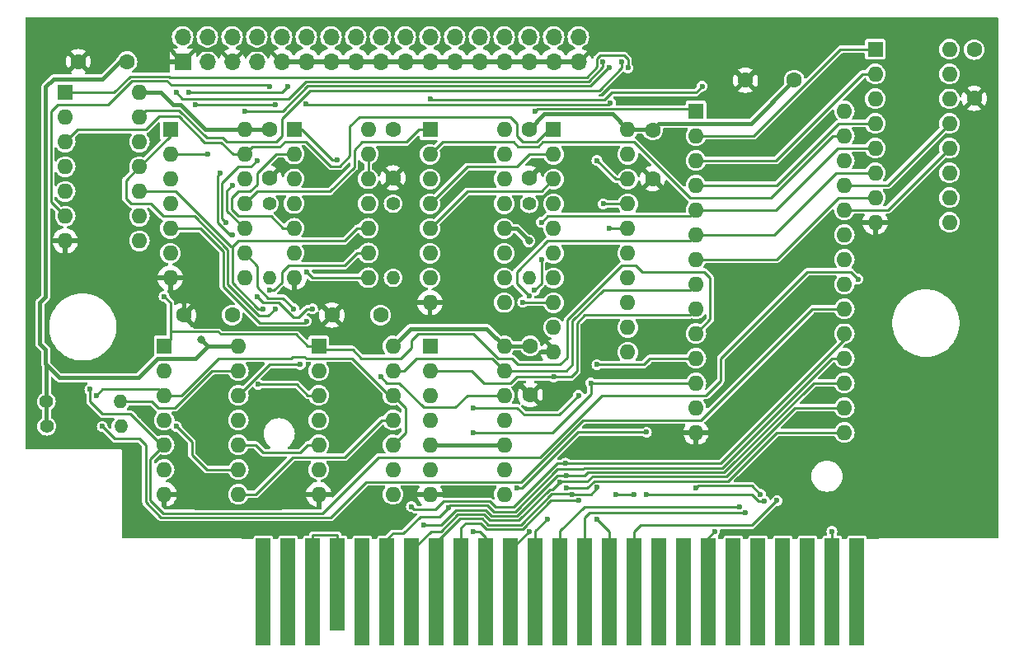
<source format=gbr>
%TF.GenerationSoftware,KiCad,Pcbnew,7.0.9*%
%TF.CreationDate,2024-02-01T17:21:03-03:00*%
%TF.ProjectId,HB720-Cart_dos2,48423732-302d-4436-9172-745f646f7332,1*%
%TF.SameCoordinates,Original*%
%TF.FileFunction,Copper,L1,Top*%
%TF.FilePolarity,Positive*%
%FSLAX46Y46*%
G04 Gerber Fmt 4.6, Leading zero omitted, Abs format (unit mm)*
G04 Created by KiCad (PCBNEW 7.0.9) date 2024-02-01 17:21:03*
%MOMM*%
%LPD*%
G01*
G04 APERTURE LIST*
%TA.AperFunction,ConnectorPad*%
%ADD10R,1.500000X11.000000*%
%TD*%
%TA.AperFunction,ConnectorPad*%
%ADD11R,1.500000X9.500000*%
%TD*%
%TA.AperFunction,ComponentPad*%
%ADD12C,1.600000*%
%TD*%
%TA.AperFunction,ComponentPad*%
%ADD13R,1.600000X1.600000*%
%TD*%
%TA.AperFunction,ComponentPad*%
%ADD14O,1.600000X1.600000*%
%TD*%
%TA.AperFunction,ComponentPad*%
%ADD15C,1.400000*%
%TD*%
%TA.AperFunction,ComponentPad*%
%ADD16O,1.400000X1.400000*%
%TD*%
%TA.AperFunction,ComponentPad*%
%ADD17R,1.700000X1.700000*%
%TD*%
%TA.AperFunction,ComponentPad*%
%ADD18O,1.700000X1.700000*%
%TD*%
%TA.AperFunction,ViaPad*%
%ADD19C,0.800000*%
%TD*%
%TA.AperFunction,ViaPad*%
%ADD20C,0.600000*%
%TD*%
%TA.AperFunction,Conductor*%
%ADD21C,0.400000*%
%TD*%
%TA.AperFunction,Conductor*%
%ADD22C,0.250000*%
%TD*%
G04 APERTURE END LIST*
D10*
%TO.P,P1,2,Pin_2*%
%TO.N,/~{CS2}*%
X182956200Y-126212600D03*
%TO.P,P1,4,Pin_4*%
%TO.N,/~{SLTSL}*%
X180416200Y-126212600D03*
%TO.P,P1,6,Pin_6*%
%TO.N,/~{RFSH}*%
X177876200Y-126212600D03*
%TO.P,P1,8,Pin_8*%
%TO.N,/~{INT}*%
X175336200Y-126212600D03*
%TO.P,P1,10,Pin_10*%
%TO.N,/~{BUSDIR}*%
X172796200Y-126212600D03*
%TO.P,P1,12,Pin_12*%
%TO.N,/~{MREQ}*%
X170256200Y-126212600D03*
%TO.P,P1,14,Pin_14*%
%TO.N,/~{RD}*%
X167716200Y-126212600D03*
%TO.P,P1,16,Pin_16*%
%TO.N,unconnected-(P1-Pin_16-Pad16)*%
X165176200Y-126212600D03*
%TO.P,P1,18,Pin_18*%
%TO.N,/A15*%
X162636200Y-126212600D03*
%TO.P,P1,20,Pin_20*%
%TO.N,/A10*%
X160096200Y-126212600D03*
%TO.P,P1,22,Pin_22*%
%TO.N,/A6*%
X157556200Y-126212600D03*
%TO.P,P1,24,Pin_24*%
%TO.N,/A8*%
X155016200Y-126212600D03*
%TO.P,P1,26,Pin_26*%
%TO.N,/A13*%
X152476200Y-126212600D03*
%TO.P,P1,28,Pin_28*%
%TO.N,/A0*%
X149936200Y-126212600D03*
%TO.P,P1,30,Pin_30*%
%TO.N,/A2*%
X147396200Y-126212600D03*
%TO.P,P1,32,Pin_32*%
%TO.N,/A4*%
X144856200Y-126212600D03*
%TO.P,P1,34,Pin_34*%
%TO.N,/D0*%
X142316200Y-126212600D03*
%TO.P,P1,36,Pin_36*%
%TO.N,/D2*%
X139776200Y-126212600D03*
%TO.P,P1,38,Pin_38*%
%TO.N,/D4*%
X137236200Y-126212600D03*
%TO.P,P1,40,Pin_40*%
%TO.N,/D6*%
X134696200Y-126212600D03*
%TO.P,P1,42,Pin_42*%
%TO.N,/~{CLOCK}*%
X132156200Y-126212600D03*
D11*
%TO.P,P1,44,Pin_44*%
%TO.N,/SW1*%
X129616200Y-125452600D03*
D10*
%TO.P,P1,46,Pin_46*%
X127076200Y-126212600D03*
%TO.P,P1,48,Pin_48*%
%TO.N,/+12V*%
X124536200Y-126212600D03*
%TO.P,P1,50,Pin_50*%
%TO.N,/-12V*%
X121996200Y-126212600D03*
%TD*%
D12*
%TO.P,C7,1*%
%TO.N,VCC*%
X176500800Y-73660000D03*
%TO.P,C7,2*%
%TO.N,GNDD*%
X171500800Y-73660000D03*
%TD*%
D13*
%TO.P,U7,1,A15*%
%TO.N,Net-(U5-Q1)*%
X166420800Y-76835000D03*
D14*
%TO.P,U7,2,A12*%
%TO.N,/A12*%
X166420800Y-79375000D03*
%TO.P,U7,3,A7*%
%TO.N,/A7*%
X166420800Y-81915000D03*
%TO.P,U7,4,A6*%
%TO.N,/A6*%
X166420800Y-84455000D03*
%TO.P,U7,5,A5*%
%TO.N,/A5*%
X166420800Y-86995000D03*
%TO.P,U7,6,A4*%
%TO.N,/A4*%
X166420800Y-89535000D03*
%TO.P,U7,7,A3*%
%TO.N,/A3*%
X166420800Y-92075000D03*
%TO.P,U7,8,A2*%
%TO.N,/A2*%
X166420800Y-94615000D03*
%TO.P,U7,9,A1*%
%TO.N,/A1*%
X166420800Y-97155000D03*
%TO.P,U7,10,A0*%
%TO.N,/A0*%
X166420800Y-99695000D03*
%TO.P,U7,11,D0*%
%TO.N,/D0*%
X166420800Y-102235000D03*
%TO.P,U7,12,D1*%
%TO.N,/D1*%
X166420800Y-104775000D03*
%TO.P,U7,13,D2*%
%TO.N,/D2*%
X166420800Y-107315000D03*
%TO.P,U7,14,GND*%
%TO.N,GNDD*%
X166420800Y-109855000D03*
%TO.P,U7,15,D3*%
%TO.N,/D3*%
X181660800Y-109855000D03*
%TO.P,U7,16,D4*%
%TO.N,/D4*%
X181660800Y-107315000D03*
%TO.P,U7,17,D5*%
%TO.N,/D5*%
X181660800Y-104775000D03*
%TO.P,U7,18,D6*%
%TO.N,/D6*%
X181660800Y-102235000D03*
%TO.P,U7,19,D7*%
%TO.N,/D7*%
X181660800Y-99695000D03*
%TO.P,U7,20,~{CE}*%
%TO.N,Net-(U7-~{CE})*%
X181660800Y-97155000D03*
%TO.P,U7,21,A10*%
%TO.N,/A10*%
X181660800Y-94615000D03*
%TO.P,U7,22,~{OE}*%
%TO.N,/~{CS1}*%
X181660800Y-92075000D03*
%TO.P,U7,23,A11*%
%TO.N,/A11*%
X181660800Y-89535000D03*
%TO.P,U7,24,A9*%
%TO.N,/A9*%
X181660800Y-86995000D03*
%TO.P,U7,25,A8*%
%TO.N,/A8*%
X181660800Y-84455000D03*
%TO.P,U7,26,A13*%
%TO.N,/A13*%
X181660800Y-81915000D03*
%TO.P,U7,27,A14*%
%TO.N,Net-(U5-Q0)*%
X181660800Y-79375000D03*
%TO.P,U7,28,VCC*%
%TO.N,VCC*%
X181660800Y-76835000D03*
%TD*%
D15*
%TO.P,R4,1*%
%TO.N,VCC*%
X99714100Y-106680000D03*
D16*
%TO.P,R4,2*%
%TO.N,/~{DRQ}*%
X107334100Y-106680000D03*
%TD*%
D15*
%TO.P,R1,1*%
%TO.N,VCC*%
X122605800Y-86360000D03*
D16*
%TO.P,R1,2*%
%TO.N,/D7*%
X122605800Y-93980000D03*
%TD*%
D13*
%TO.P,U4,1*%
%TO.N,Net-(R3-Pad2)*%
X125145800Y-78714600D03*
D14*
%TO.P,U4,2*%
%TO.N,/7FFF_RE*%
X125145800Y-81254600D03*
%TO.P,U4,3*%
%TO.N,/D6*%
X125145800Y-83794600D03*
%TO.P,U4,4*%
%TO.N,Net-(U4-Pad4)*%
X125145800Y-86334600D03*
%TO.P,U4,5*%
%TO.N,/7FFF_RE*%
X125145800Y-88874600D03*
%TO.P,U4,6*%
%TO.N,/D7*%
X125145800Y-91414600D03*
%TO.P,U4,7,GND*%
%TO.N,GNDD*%
X125145800Y-93954600D03*
%TO.P,U4,8*%
%TO.N,~{FDC_CS}*%
X132765800Y-93954600D03*
%TO.P,U4,9*%
%TO.N,Net-(U4-Pad9)*%
X132765800Y-91414600D03*
%TO.P,U4,10*%
%TO.N,/7FF8_to_7FFF*%
X132765800Y-88874600D03*
%TO.P,U4,11*%
%TO.N,Net-(R3-Pad2)*%
X132765800Y-86334600D03*
%TO.P,U4,12*%
%TO.N,/~{IRQ}*%
X132765800Y-83794600D03*
%TO.P,U4,13*%
X132765800Y-81254600D03*
%TO.P,U4,14,VCC*%
%TO.N,VCC*%
X132765800Y-78714600D03*
%TD*%
D12*
%TO.P,C8,1*%
%TO.N,VCC*%
X118795800Y-97790000D03*
%TO.P,C8,2*%
%TO.N,GNDD*%
X113795800Y-97790000D03*
%TD*%
D13*
%TO.P,U10,1*%
%TO.N,Net-(U10-Pad1)*%
X139115800Y-100965000D03*
D14*
%TO.P,U10,2*%
%TO.N,/A1*%
X139115800Y-103505000D03*
%TO.P,U10,3*%
%TO.N,VCC*%
X139115800Y-106045000D03*
%TO.P,U10,4*%
X139115800Y-108585000D03*
%TO.P,U10,5*%
X139115800Y-111125000D03*
%TO.P,U10,6*%
%TO.N,unconnected-(U10-Pad6)*%
X139115800Y-113665000D03*
%TO.P,U10,7,GND*%
%TO.N,GNDD*%
X139115800Y-116205000D03*
%TO.P,U10,8*%
%TO.N,unconnected-(U10-Pad8)*%
X146735800Y-116205000D03*
%TO.P,U10,9*%
%TO.N,VCC*%
X146735800Y-113665000D03*
%TO.P,U10,10*%
X146735800Y-111125000D03*
%TO.P,U10,11*%
X146735800Y-108585000D03*
%TO.P,U10,12*%
%TO.N,/6*%
X146735800Y-106045000D03*
%TO.P,U10,13*%
%TO.N,/A2*%
X146735800Y-103505000D03*
%TO.P,U10,14,VCC*%
%TO.N,VCC*%
X146735800Y-100965000D03*
%TD*%
D12*
%TO.P,C10,1*%
%TO.N,VCC*%
X149402800Y-100965000D03*
%TO.P,C10,2*%
%TO.N,GNDD*%
X149402800Y-105965000D03*
%TD*%
D15*
%TO.P,R3,1*%
%TO.N,VCC*%
X149301200Y-86360000D03*
D16*
%TO.P,R3,2*%
%TO.N,Net-(R3-Pad2)*%
X149301200Y-93980000D03*
%TD*%
D15*
%TO.P,R5,1*%
%TO.N,VCC*%
X99745800Y-109220000D03*
D16*
%TO.P,R5,2*%
%TO.N,/~{IRQ}*%
X107365800Y-109220000D03*
%TD*%
D13*
%TO.P,U1,1*%
%TO.N,/~{RD}*%
X101650800Y-74930000D03*
D14*
%TO.P,U1,2*%
%TO.N,/~{SLTSL}*%
X101650800Y-77470000D03*
%TO.P,U1,3*%
%TO.N,/~{RE}*%
X101650800Y-80010000D03*
%TO.P,U1,4*%
%TO.N,/~{7FF8_to_7FFF}*%
X101650800Y-82550000D03*
%TO.P,U1,5*%
%TO.N,/7*%
X101650800Y-85090000D03*
%TO.P,U1,6*%
%TO.N,/~{7FF8_to_7FFE}*%
X101650800Y-87630000D03*
%TO.P,U1,7,GND*%
%TO.N,GNDD*%
X101650800Y-90170000D03*
%TO.P,U1,8*%
%TO.N,Net-(U7-~{CE})*%
X109270800Y-90170000D03*
%TO.P,U1,9*%
%TO.N,/~{SLTSL}*%
X109270800Y-87630000D03*
%TO.P,U1,10*%
%TO.N,/7FF8_to_7FFF*%
X109270800Y-85090000D03*
%TO.P,U1,11*%
%TO.N,~{WE}*%
X109270800Y-82550000D03*
%TO.P,U1,12*%
%TO.N,/~{WR}*%
X109270800Y-80010000D03*
%TO.P,U1,13*%
%TO.N,/~{SLTSL}*%
X109270800Y-77470000D03*
%TO.P,U1,14,VCC*%
%TO.N,VCC*%
X109270800Y-74930000D03*
%TD*%
D13*
%TO.P,U9,1*%
%TO.N,/A0*%
X127685800Y-100965000D03*
D14*
%TO.P,U9,2*%
%TO.N,/A1*%
X127685800Y-103505000D03*
%TO.P,U9,3*%
%TO.N,/7FF8_to_7FFF*%
X127685800Y-106045000D03*
%TO.P,U9,4*%
%TO.N,/6*%
X127685800Y-108585000D03*
%TO.P,U9,5*%
%TO.N,/WE*%
X127685800Y-111125000D03*
%TO.P,U9,6*%
%TO.N,/7FFE_WE*%
X127685800Y-113665000D03*
%TO.P,U9,7,GND*%
%TO.N,GNDD*%
X127685800Y-116205000D03*
%TO.P,U9,8*%
%TO.N,/7FFF_RE*%
X135305800Y-116205000D03*
%TO.P,U9,9*%
%TO.N,/7FF8_to_7FFF*%
X135305800Y-113665000D03*
%TO.P,U9,10*%
%TO.N,/7*%
X135305800Y-111125000D03*
%TO.P,U9,11*%
%TO.N,/RE*%
X135305800Y-108585000D03*
%TO.P,U9,12*%
%TO.N,/7*%
X135305800Y-106045000D03*
%TO.P,U9,13*%
%TO.N,/A2*%
X135305800Y-103505000D03*
%TO.P,U9,14,VCC*%
%TO.N,VCC*%
X135305800Y-100965000D03*
%TD*%
D12*
%TO.P,C5,1*%
%TO.N,VCC*%
X149275800Y-78729200D03*
%TO.P,C5,2*%
%TO.N,GNDD*%
X149275800Y-83729200D03*
%TD*%
%TO.P,C1,1*%
%TO.N,VCC*%
X108000800Y-71755000D03*
%TO.P,C1,2*%
%TO.N,GNDD*%
X103000800Y-71755000D03*
%TD*%
D13*
%TO.P,U6,1,A->B*%
%TO.N,/~{RE}*%
X151805800Y-78745000D03*
D14*
%TO.P,U6,2,A0*%
%TO.N,/D0*%
X151805800Y-81285000D03*
%TO.P,U6,3,A1*%
%TO.N,/D1*%
X151805800Y-83825000D03*
%TO.P,U6,4,A2*%
%TO.N,/D2*%
X151805800Y-86365000D03*
%TO.P,U6,5,A3*%
%TO.N,/D3*%
X151805800Y-88905000D03*
%TO.P,U6,6,A4*%
%TO.N,/D4*%
X151805800Y-91445000D03*
%TO.P,U6,7,A5*%
%TO.N,/D5*%
X151805800Y-93985000D03*
%TO.P,U6,8,A6*%
%TO.N,/D6*%
X151805800Y-96525000D03*
%TO.P,U6,9,A7*%
%TO.N,/D7*%
X151805800Y-99065000D03*
%TO.P,U6,10,GND*%
%TO.N,GNDD*%
X151805800Y-101605000D03*
%TO.P,U6,11,B7*%
%TO.N,/FDC_D7*%
X159425800Y-101605000D03*
%TO.P,U6,12,B6*%
%TO.N,/FDC_D6*%
X159425800Y-99065000D03*
%TO.P,U6,13,B5*%
%TO.N,/FDC_D5*%
X159425800Y-96525000D03*
%TO.P,U6,14,B4*%
%TO.N,/FDC_D4*%
X159425800Y-93985000D03*
%TO.P,U6,15,B3*%
%TO.N,/FDC_D3*%
X159425800Y-91445000D03*
%TO.P,U6,16,B2*%
%TO.N,/FDC_D2*%
X159425800Y-88905000D03*
%TO.P,U6,17,B1*%
%TO.N,/FDC_D1*%
X159425800Y-86365000D03*
%TO.P,U6,18,B0*%
%TO.N,/FDC_D0*%
X159425800Y-83825000D03*
%TO.P,U6,19,CE*%
%TO.N,/~{7FF8_to_7FFE}*%
X159425800Y-81285000D03*
%TO.P,U6,20,VCC*%
%TO.N,VCC*%
X159425800Y-78745000D03*
%TD*%
D15*
%TO.P,R2,1*%
%TO.N,VCC*%
X135325800Y-86345000D03*
D16*
%TO.P,R2,2*%
%TO.N,/D6*%
X135325800Y-93965000D03*
%TD*%
D17*
%TO.P,J1,1,Pin_1*%
%TO.N,GNDD*%
X113715800Y-71755000D03*
D18*
%TO.P,J1,2,Pin_2*%
%TO.N,/~{DRQ}*%
X113715800Y-69215000D03*
%TO.P,J1,3,Pin_3*%
%TO.N,unconnected-(J1-Pin_3-Pad3)*%
X116255800Y-71755000D03*
%TO.P,J1,4,Pin_4*%
%TO.N,/~{IRQ}*%
X116255800Y-69215000D03*
%TO.P,J1,5,Pin_5*%
%TO.N,GNDD*%
X118795800Y-71755000D03*
%TO.P,J1,6,Pin_6*%
%TO.N,~{FDC_WE}*%
X118795800Y-69215000D03*
%TO.P,J1,7,Pin_7*%
%TO.N,unconnected-(J1-Pin_7-Pad7)*%
X121335800Y-71755000D03*
%TO.P,J1,8,Pin_8*%
%TO.N,~{FDC_CS}*%
X121335800Y-69215000D03*
%TO.P,J1,9,Pin_9*%
%TO.N,GNDD*%
X123875800Y-71755000D03*
%TO.P,J1,10,Pin_10*%
%TO.N,~{FDC_RE}*%
X123875800Y-69215000D03*
%TO.P,J1,11,Pin_11*%
%TO.N,GNDD*%
X126415800Y-71755000D03*
%TO.P,J1,12,Pin_12*%
%TO.N,FDC_A0*%
X126415800Y-69215000D03*
%TO.P,J1,13,Pin_13*%
%TO.N,GNDD*%
X128955800Y-71755000D03*
%TO.P,J1,14,Pin_14*%
%TO.N,FDC_A1*%
X128955800Y-69215000D03*
%TO.P,J1,15,Pin_15*%
%TO.N,GNDD*%
X131495800Y-71755000D03*
%TO.P,J1,16,Pin_16*%
%TO.N,FDC_A2*%
X131495800Y-69215000D03*
%TO.P,J1,17,Pin_17*%
%TO.N,GNDD*%
X134035800Y-71755000D03*
%TO.P,J1,18,Pin_18*%
%TO.N,/FDC_D0*%
X134035800Y-69215000D03*
%TO.P,J1,19,Pin_19*%
%TO.N,GNDD*%
X136575800Y-71755000D03*
%TO.P,J1,20,Pin_20*%
%TO.N,/FDC_D1*%
X136575800Y-69215000D03*
%TO.P,J1,21,Pin_21*%
%TO.N,GNDD*%
X139115800Y-71755000D03*
%TO.P,J1,22,Pin_22*%
%TO.N,/FDC_D2*%
X139115800Y-69215000D03*
%TO.P,J1,23,Pin_23*%
%TO.N,GNDD*%
X141655800Y-71755000D03*
%TO.P,J1,24,Pin_24*%
%TO.N,/FDC_D3*%
X141655800Y-69215000D03*
%TO.P,J1,25,Pin_25*%
%TO.N,GNDD*%
X144195800Y-71755000D03*
%TO.P,J1,26,Pin_26*%
%TO.N,/FDC_D4*%
X144195800Y-69215000D03*
%TO.P,J1,27,Pin_27*%
%TO.N,GNDD*%
X146735800Y-71755000D03*
%TO.P,J1,28,Pin_28*%
%TO.N,/FDC_D5*%
X146735800Y-69215000D03*
%TO.P,J1,29,Pin_29*%
%TO.N,GNDD*%
X149275800Y-71755000D03*
%TO.P,J1,30,Pin_30*%
%TO.N,/FDC_D6*%
X149275800Y-69215000D03*
%TO.P,J1,31,Pin_31*%
%TO.N,GNDD*%
X151815800Y-71755000D03*
%TO.P,J1,32,Pin_32*%
%TO.N,/FDC_D7*%
X151815800Y-69215000D03*
%TO.P,J1,33,Pin_33*%
%TO.N,GNDD*%
X154355800Y-71755000D03*
%TO.P,J1,34,Pin_34*%
%TO.N,~{FDC_RST}*%
X154355800Y-69215000D03*
%TD*%
D13*
%TO.P,U3,1*%
%TO.N,~{WE}*%
X112445800Y-78740000D03*
D14*
%TO.P,U3,2*%
%TO.N,~{FDC_WE}*%
X112445800Y-81280000D03*
%TO.P,U3,3*%
%TO.N,/A0*%
X112445800Y-83820000D03*
%TO.P,U3,4*%
%TO.N,FDC_A0*%
X112445800Y-86360000D03*
%TO.P,U3,5*%
%TO.N,/A1*%
X112445800Y-88900000D03*
%TO.P,U3,6*%
%TO.N,FDC_A1*%
X112445800Y-91440000D03*
%TO.P,U3,7,GND*%
%TO.N,GNDD*%
X112445800Y-93980000D03*
%TO.P,U3,8*%
%TO.N,FDC_A2*%
X120065800Y-93980000D03*
%TO.P,U3,9*%
%TO.N,/A2*%
X120065800Y-91440000D03*
%TO.P,U3,10*%
%TO.N,~{FDC_RST}*%
X120065800Y-88900000D03*
%TO.P,U3,11*%
%TO.N,/~{RESET}*%
X120065800Y-86360000D03*
%TO.P,U3,12*%
%TO.N,~{FDC_RE}*%
X120065800Y-83820000D03*
%TO.P,U3,13*%
%TO.N,/~{RE}*%
X120065800Y-81280000D03*
%TO.P,U3,14,VCC*%
%TO.N,VCC*%
X120065800Y-78740000D03*
%TD*%
D13*
%TO.P,U2,1*%
%TO.N,/A12*%
X184835800Y-70485000D03*
D14*
%TO.P,U2,2*%
%TO.N,/A7*%
X184835800Y-73025000D03*
%TO.P,U2,3*%
%TO.N,/A13*%
X184835800Y-75565000D03*
%TO.P,U2,4*%
%TO.N,/A6*%
X184835800Y-78105000D03*
%TO.P,U2,5*%
%TO.N,/A5*%
X184835800Y-80645000D03*
%TO.P,U2,6*%
%TO.N,/A4*%
X184835800Y-83185000D03*
%TO.P,U2,7*%
%TO.N,/A3*%
X184835800Y-85725000D03*
%TO.P,U2,8,GND*%
%TO.N,GNDD*%
X184835800Y-88265000D03*
%TO.P,U2,9*%
%TO.N,/~{7FF8_to_7FFF}*%
X192455800Y-88265000D03*
%TO.P,U2,10*%
%TO.N,/A10*%
X192455800Y-85725000D03*
%TO.P,U2,11*%
%TO.N,/A11*%
X192455800Y-83185000D03*
%TO.P,U2,12*%
%TO.N,/A9*%
X192455800Y-80645000D03*
%TO.P,U2,13*%
%TO.N,/A8*%
X192455800Y-78105000D03*
%TO.P,U2,14*%
%TO.N,VCC*%
X192455800Y-75565000D03*
%TO.P,U2,15*%
X192455800Y-73025000D03*
%TO.P,U2,16,VCC*%
X192455800Y-70485000D03*
%TD*%
D12*
%TO.P,C2,1*%
%TO.N,VCC*%
X194995800Y-70525000D03*
%TO.P,C2,2*%
%TO.N,GNDD*%
X194995800Y-75525000D03*
%TD*%
%TO.P,C6,1*%
%TO.N,VCC*%
X161975800Y-78780000D03*
%TO.P,C6,2*%
%TO.N,GNDD*%
X161975800Y-83780000D03*
%TD*%
D13*
%TO.P,U8,1*%
%TO.N,/A0*%
X111810800Y-100965000D03*
D14*
%TO.P,U8,2*%
%TO.N,Net-(U10-Pad1)*%
X111810800Y-103505000D03*
%TO.P,U8,3*%
%TO.N,/7*%
X111810800Y-106045000D03*
%TO.P,U8,4*%
%TO.N,Net-(U4-Pad9)*%
X111810800Y-108585000D03*
%TO.P,U8,5*%
%TO.N,/~{7FF8_to_7FFF}*%
X111810800Y-111125000D03*
%TO.P,U8,6*%
%TO.N,/7FF8_to_7FFF*%
X111810800Y-113665000D03*
%TO.P,U8,7,GND*%
%TO.N,GNDD*%
X111810800Y-116205000D03*
%TO.P,U8,8*%
%TO.N,/RE*%
X119430800Y-116205000D03*
%TO.P,U8,9*%
%TO.N,/~{RE}*%
X119430800Y-113665000D03*
%TO.P,U8,10*%
%TO.N,/WE*%
X119430800Y-111125000D03*
%TO.P,U8,11*%
%TO.N,~{WE}*%
X119430800Y-108585000D03*
%TO.P,U8,12*%
%TO.N,Net-(U4-Pad4)*%
X119430800Y-106045000D03*
%TO.P,U8,13*%
%TO.N,/~{DRQ}*%
X119430800Y-103505000D03*
%TO.P,U8,14,VCC*%
%TO.N,VCC*%
X119430800Y-100965000D03*
%TD*%
D12*
%TO.P,C4,1*%
%TO.N,VCC*%
X135300800Y-78705000D03*
%TO.P,C4,2*%
%TO.N,GNDD*%
X135300800Y-83705000D03*
%TD*%
%TO.P,C3,1*%
%TO.N,VCC*%
X122605800Y-78740000D03*
%TO.P,C3,2*%
%TO.N,GNDD*%
X122605800Y-83740000D03*
%TD*%
D13*
%TO.P,U5,1,~{Mr}*%
%TO.N,/~{RESET}*%
X139111800Y-78740000D03*
D14*
%TO.P,U5,2,Q0*%
%TO.N,Net-(U5-Q0)*%
X139111800Y-81280000D03*
%TO.P,U5,3,~{Q0}*%
%TO.N,unconnected-(U5-~{Q0}-Pad3)*%
X139111800Y-83820000D03*
%TO.P,U5,4,D0*%
%TO.N,/D0*%
X139111800Y-86360000D03*
%TO.P,U5,5,D1*%
%TO.N,/D1*%
X139111800Y-88900000D03*
%TO.P,U5,6,~{Q1}*%
%TO.N,unconnected-(U5-~{Q1}-Pad6)*%
X139111800Y-91440000D03*
%TO.P,U5,7,Q1*%
%TO.N,Net-(U5-Q1)*%
X139111800Y-93980000D03*
%TO.P,U5,8,GND*%
%TO.N,GNDD*%
X139111800Y-96520000D03*
%TO.P,U5,9,Cp*%
%TO.N,/7FFE_WE*%
X146731800Y-96520000D03*
%TO.P,U5,10,Q2*%
%TO.N,unconnected-(U5-Q2-Pad10)*%
X146731800Y-93980000D03*
%TO.P,U5,11,~{Q2}*%
%TO.N,unconnected-(U5-~{Q2}-Pad11)*%
X146731800Y-91440000D03*
%TO.P,U5,12,D2*%
%TO.N,VCC*%
X146731800Y-88900000D03*
%TO.P,U5,13,D3*%
X146731800Y-86360000D03*
%TO.P,U5,14,~{Q3}*%
%TO.N,unconnected-(U5-~{Q3}-Pad14)*%
X146731800Y-83820000D03*
%TO.P,U5,15,Q3*%
%TO.N,unconnected-(U5-Q3-Pad15)*%
X146731800Y-81280000D03*
%TO.P,U5,16,VCC*%
%TO.N,VCC*%
X146731800Y-78740000D03*
%TD*%
D12*
%TO.P,C9,1*%
%TO.N,VCC*%
X134035800Y-97790000D03*
%TO.P,C9,2*%
%TO.N,GNDD*%
X129035800Y-97790000D03*
%TD*%
D19*
%TO.N,VCC*%
X115620800Y-100330000D03*
X149275800Y-90170000D03*
D20*
%TO.N,/A9*%
X166420800Y-115570000D03*
X173035800Y-116205000D03*
%TO.N,/A11*%
X161340800Y-116194500D03*
X173438308Y-116895790D03*
%TO.N,/A7*%
X158165800Y-116205000D03*
X160070800Y-116205000D03*
%TO.N,/A1*%
X151815800Y-104140000D03*
X126415800Y-98425000D03*
%TO.N,/A3*%
X161340800Y-109820200D03*
X148005800Y-115570000D03*
%TO.N,/A5*%
X150545800Y-88265000D03*
X150545800Y-92075000D03*
X149846300Y-95250000D03*
%TO.N,/D1*%
X143560800Y-109855000D03*
X155625800Y-104775000D03*
%TO.N,/D3*%
X153085800Y-115536900D03*
X143560800Y-107315000D03*
X154355800Y-106045000D03*
%TO.N,/D5*%
X153085800Y-114285100D03*
X138480800Y-119380000D03*
%TO.N,/D7*%
X153026300Y-113015100D03*
X137210800Y-117464900D03*
D19*
%TO.N,GNDD*%
X164605300Y-103505000D03*
X124510800Y-116865400D03*
X109905800Y-107950000D03*
X164515800Y-73750198D03*
X129590800Y-86360000D03*
X164515800Y-86360000D03*
X128320800Y-83820000D03*
D20*
%TO.N,/D6*%
X148640800Y-96480000D03*
X141020800Y-117540700D03*
%TO.N,/D4*%
X152450800Y-114935000D03*
%TO.N,/D2*%
X153720800Y-116205000D03*
X156260800Y-115466500D03*
%TO.N,/D0*%
X156250800Y-102870000D03*
X154355800Y-116840000D03*
%TO.N,/A4*%
X143560800Y-120015000D03*
X149275800Y-95855500D03*
%TO.N,/A2*%
X149275800Y-120015000D03*
X125130900Y-97155000D03*
%TO.N,/A0*%
X151180800Y-118745000D03*
X111810800Y-95885000D03*
%TO.N,/A13*%
X170865800Y-117475000D03*
%TO.N,/A8*%
X171500800Y-118110000D03*
%TO.N,/A6*%
X156260800Y-118745000D03*
%TO.N,/A10*%
X174735300Y-116840000D03*
%TO.N,/~{WR}*%
X156885300Y-71755000D03*
X113080800Y-74876156D03*
%TO.N,/~{SLTSL}*%
X180390800Y-120015000D03*
X158800800Y-71755000D03*
%TO.N,Net-(R3-Pad2)*%
X129590800Y-81878610D03*
%TO.N,/~{RD}*%
X159435800Y-72390000D03*
X168325800Y-120015000D03*
%TO.N,/~{RESET}*%
X139111800Y-75565000D03*
X167055800Y-74295000D03*
%TO.N,/~{7FF8_to_7FFF}*%
X104190800Y-105410000D03*
X183055587Y-94104787D03*
%TO.N,/7*%
X104825800Y-106045000D03*
%TO.N,Net-(U7-~{CE})*%
X105460800Y-109220000D03*
%TO.N,Net-(U4-Pad4)*%
X125791639Y-102859161D03*
%TO.N,~{WE}*%
X123240800Y-97155000D03*
%TO.N,~{FDC_WE}*%
X116255800Y-81280000D03*
%TO.N,~{FDC_CS}*%
X126415800Y-93345000D03*
X118795800Y-89535000D03*
X117525800Y-83185000D03*
%TO.N,/FDC_D0*%
X156260800Y-81915000D03*
%TO.N,/FDC_D1*%
X156895800Y-86360000D03*
%TO.N,/FDC_D2*%
X157530800Y-88900000D03*
%TO.N,~{FDC_RST}*%
X120065800Y-76835000D03*
X118795800Y-84455000D03*
X157530800Y-72390000D03*
%TO.N,FDC_A0*%
X124510800Y-74295000D03*
X114350800Y-74898944D03*
%TO.N,FDC_A1*%
X114985800Y-76200000D03*
X123240800Y-76179500D03*
%TO.N,FDC_A2*%
X121335800Y-81915000D03*
X118160800Y-88265000D03*
%TO.N,/7FF8_to_7FFF*%
X121459889Y-104899089D03*
X121970800Y-97155000D03*
%TO.N,Net-(U10-Pad1)*%
X121335800Y-95868500D03*
X127050800Y-97155000D03*
%TO.N,Net-(U5-Q1)*%
X149910800Y-76835000D03*
%TO.N,/6*%
X134035800Y-104140000D03*
%TO.N,/~{RE}*%
X113080800Y-109220000D03*
%TO.N,/~{7FF8_to_7FFE}*%
X122605800Y-74295000D03*
X126329811Y-76114011D03*
X157631583Y-75981900D03*
%TO.N,Net-(U4-Pad9)*%
X122628331Y-95232964D03*
%TD*%
D21*
%TO.N,VCC*%
X161975800Y-78740000D02*
X162610800Y-78105000D01*
X99652600Y-74337400D02*
X99652600Y-95902000D01*
X99652600Y-101346000D02*
X99652600Y-102803800D01*
X112725200Y-76149200D02*
X113462500Y-76149200D01*
X99060000Y-96494600D02*
X99060000Y-100753400D01*
X99714100Y-102865300D02*
X101090400Y-104241600D01*
X113462500Y-76149200D02*
X116053300Y-78740000D01*
X137092200Y-99178600D02*
X135305800Y-100965000D01*
X99652600Y-95902000D02*
X99060000Y-96494600D01*
X116255800Y-100965000D02*
X117430200Y-100965000D01*
X109143800Y-104241600D02*
X111150400Y-102235000D01*
X109270800Y-74930000D02*
X111506000Y-74930000D01*
X149402800Y-100965000D02*
X146735800Y-100965000D01*
X115620800Y-100330000D02*
X116255800Y-100965000D01*
X99652600Y-102803800D02*
X99714100Y-102865300D01*
X108000800Y-71755000D02*
X107258338Y-71755000D01*
X101090400Y-104241600D02*
X109143800Y-104241600D01*
X105480338Y-73533000D02*
X100457000Y-73533000D01*
X146735800Y-111125000D02*
X145533900Y-111125000D01*
X99714100Y-102865300D02*
X99714100Y-106680000D01*
X162610800Y-78105000D02*
X172055800Y-78105000D01*
X119430800Y-100965000D02*
X117430200Y-100965000D01*
X159423100Y-78714600D02*
X161907700Y-78714600D01*
X149275800Y-90170000D02*
X148005800Y-88900000D01*
X100457000Y-73533000D02*
X99652600Y-74337400D01*
X161907700Y-78714600D02*
X161922300Y-78729200D01*
X116053300Y-78740000D02*
X120065800Y-78740000D01*
X111150400Y-102235000D02*
X114985800Y-102235000D01*
X139115800Y-111125000D02*
X140317700Y-111125000D01*
X146735800Y-100965000D02*
X144949400Y-99178600D01*
X172055800Y-78105000D02*
X176500800Y-73660000D01*
X144949400Y-99178600D02*
X137092200Y-99178600D01*
X114985800Y-102235000D02*
X116255800Y-100965000D01*
X148005800Y-88900000D02*
X146731800Y-88900000D01*
X150873600Y-77131400D02*
X157839900Y-77131400D01*
X99060000Y-100753400D02*
X99652600Y-101346000D01*
X99714100Y-109188300D02*
X99745800Y-109220000D01*
X99714100Y-106680000D02*
X99714100Y-109188300D01*
X107258338Y-71755000D02*
X105480338Y-73533000D01*
X122605800Y-78740000D02*
X120065800Y-78740000D01*
X157839900Y-77131400D02*
X159423100Y-78714600D01*
X140317700Y-111125000D02*
X145533900Y-111125000D01*
X149275800Y-78729200D02*
X150873600Y-77131400D01*
X111506000Y-74930000D02*
X112725200Y-76149200D01*
D22*
%TO.N,/A9*%
X166674800Y-115316000D02*
X166420800Y-115570000D01*
X192455800Y-80645000D02*
X186105800Y-86995000D01*
X186105800Y-86995000D02*
X181660800Y-86995000D01*
X173035800Y-116205000D02*
X172146800Y-115316000D01*
X172146800Y-115316000D02*
X166674800Y-115316000D01*
%TO.N,/A11*%
X172141416Y-116194500D02*
X161340800Y-116194500D01*
X172842706Y-116895790D02*
X172141416Y-116194500D01*
X173438308Y-116895790D02*
X172842706Y-116895790D01*
%TO.N,/A7*%
X166420800Y-81915000D02*
X174665800Y-81915000D01*
X158165800Y-116205000D02*
X160070800Y-116205000D01*
X174665800Y-81915000D02*
X183555800Y-73025000D01*
X183555800Y-73025000D02*
X184835800Y-73025000D01*
%TO.N,/A12*%
X181266791Y-70485000D02*
X184835800Y-70485000D01*
X166420800Y-79375000D02*
X172376791Y-79375000D01*
X172376791Y-79375000D02*
X181266791Y-70485000D01*
%TO.N,/A1*%
X151815800Y-104140000D02*
X148005800Y-104140000D01*
X117895800Y-94852648D02*
X117895800Y-91259492D01*
X147370800Y-104775000D02*
X144657200Y-104775000D01*
X143387200Y-103505000D02*
X139115800Y-103505000D01*
X154196200Y-98587392D02*
X154993592Y-97790000D01*
X165785800Y-97790000D02*
X166420800Y-97155000D01*
X153593800Y-104140000D02*
X154196200Y-103537600D01*
X126415800Y-98425000D02*
X126257900Y-98582900D01*
X121626052Y-98582900D02*
X117895800Y-94852648D01*
X126257900Y-98582900D02*
X121626052Y-98582900D01*
X148005800Y-104140000D02*
X147370800Y-104775000D01*
X144657200Y-104775000D02*
X143387200Y-103505000D01*
X151815800Y-104140000D02*
X153593800Y-104140000D01*
X115536308Y-88900000D02*
X112445800Y-88900000D01*
X154196200Y-103537600D02*
X154196200Y-98587392D01*
X154993592Y-97790000D02*
X165785800Y-97790000D01*
X117895800Y-91259492D02*
X115536308Y-88900000D01*
%TO.N,/A3*%
X166420800Y-92075000D02*
X174699809Y-92075000D01*
X181049809Y-85725000D02*
X184835800Y-85725000D01*
X148552500Y-115570000D02*
X148005800Y-115570000D01*
X154302300Y-109820200D02*
X148552500Y-115570000D01*
X174699809Y-92075000D02*
X181049809Y-85725000D01*
X161340800Y-109820200D02*
X154302300Y-109820200D01*
%TO.N,/A5*%
X150545800Y-88265000D02*
X151180800Y-87630000D01*
X151180800Y-87630000D02*
X165785800Y-87630000D01*
X149846300Y-95250000D02*
X150545800Y-94550500D01*
X166420800Y-86995000D02*
X174660800Y-86995000D01*
X174660800Y-86995000D02*
X181010800Y-80645000D01*
X165785800Y-87630000D02*
X166420800Y-86995000D01*
X181010800Y-80645000D02*
X184835800Y-80645000D01*
X150545800Y-94550500D02*
X150545800Y-92075000D01*
%TO.N,/D1*%
X155625800Y-104775000D02*
X155625800Y-105896012D01*
X150540800Y-85090000D02*
X151805800Y-83825000D01*
X155625800Y-105896012D02*
X151666812Y-109855000D01*
X151666812Y-109855000D02*
X143560800Y-109855000D01*
X142921800Y-85090000D02*
X150540800Y-85090000D01*
X139111800Y-88900000D02*
X142921800Y-85090000D01*
X155625800Y-104775000D02*
X166420800Y-104775000D01*
%TO.N,/D3*%
X152374600Y-108026200D02*
X148767800Y-108026200D01*
X156001416Y-114842000D02*
X169692988Y-114842000D01*
X148767800Y-108026200D02*
X148056600Y-107315000D01*
X174679988Y-109855000D02*
X181660800Y-109855000D01*
X153085800Y-115536900D02*
X153118900Y-115570000D01*
X148056600Y-107315000D02*
X143560800Y-107315000D01*
X155273416Y-115570000D02*
X156001416Y-114842000D01*
X153118900Y-115570000D02*
X155273416Y-115570000D01*
X169692988Y-114842000D02*
X174679988Y-109855000D01*
X154355800Y-106045000D02*
X152374600Y-108026200D01*
%TO.N,/D5*%
X154990800Y-114300000D02*
X152177804Y-114300000D01*
X140230608Y-119380000D02*
X138480800Y-119380000D01*
X144845988Y-117816200D02*
X141794408Y-117816200D01*
X145455588Y-118425800D02*
X144845988Y-117816200D01*
X169322096Y-113940100D02*
X155350700Y-113940100D01*
X141794408Y-117816200D02*
X140230608Y-119380000D01*
X155350700Y-113940100D02*
X154990800Y-114300000D01*
X148052004Y-118425800D02*
X145455588Y-118425800D01*
X181660800Y-104775000D02*
X178487196Y-104775000D01*
X178487196Y-104775000D02*
X169322096Y-113940100D01*
X152177804Y-114300000D02*
X148052004Y-118425800D01*
%TO.N,/D7*%
X140512800Y-116916200D02*
X145218780Y-116916200D01*
X139674600Y-117754400D02*
X140512800Y-116916200D01*
X152166812Y-113038200D02*
X168951204Y-113038200D01*
X168951204Y-113038200D02*
X181660800Y-100328604D01*
X147679212Y-117525800D02*
X152166812Y-113038200D01*
X137210800Y-117464900D02*
X137500300Y-117754400D01*
X181660800Y-100328604D02*
X181660800Y-99695000D01*
X145828380Y-117525800D02*
X147679212Y-117525800D01*
X145218780Y-116916200D02*
X145828380Y-117525800D01*
X137500300Y-117754400D02*
X139674600Y-117754400D01*
D21*
%TO.N,GNDD*%
X109905800Y-107950000D02*
X109905800Y-108585000D01*
X112331500Y-109855000D02*
X113647700Y-111171200D01*
X118770000Y-71754600D02*
X118770000Y-71754800D01*
X125145800Y-95156500D02*
X125145800Y-93954600D01*
X150455000Y-82550000D02*
X149275800Y-83729200D01*
X111861200Y-69926200D02*
X113690000Y-71755000D01*
X123850000Y-71755000D02*
X123875800Y-71755000D01*
X111810800Y-116205000D02*
X113647700Y-116205000D01*
X131495800Y-71755000D02*
X133985000Y-71755000D01*
X182448300Y-98424900D02*
X179120900Y-98424900D01*
X186105800Y-90805000D02*
X184835800Y-89535000D01*
X135458200Y-96215200D02*
X135763000Y-96520000D01*
X164515800Y-86280000D02*
X161975800Y-83740000D01*
X118770000Y-71755000D02*
X118770000Y-71754800D01*
X150202799Y-106764999D02*
X149402800Y-105965000D01*
X139115800Y-71755000D02*
X136575800Y-71755000D01*
X124510800Y-116865400D02*
X123758600Y-117617600D01*
X117538862Y-98914800D02*
X117822662Y-99198600D01*
X159435800Y-70485000D02*
X160705800Y-71755000D01*
X141655800Y-71755000D02*
X139115800Y-71755000D01*
X128955800Y-71755000D02*
X131495800Y-71755000D01*
X164515800Y-71755000D02*
X169595800Y-71755000D01*
X126026700Y-96037400D02*
X125145800Y-95156500D01*
X117500000Y-70485000D02*
X118770000Y-71755000D01*
X171500800Y-73660000D02*
X176098200Y-69062600D01*
X122580000Y-70485000D02*
X123850000Y-71755000D01*
X135763000Y-96520000D02*
X139111800Y-96520000D01*
X114960000Y-70485000D02*
X117500000Y-70485000D01*
X161975800Y-83740000D02*
X160625800Y-85090000D01*
X128981200Y-97790000D02*
X129035800Y-97790000D01*
X127304800Y-96037400D02*
X129035800Y-97768400D01*
X118795600Y-71754800D02*
X118795800Y-71755000D01*
X123875800Y-71755000D02*
X126415800Y-71755000D01*
X139111800Y-96520000D02*
X140565800Y-96520000D01*
X118770000Y-71754800D02*
X118770000Y-71755000D01*
X155143200Y-85090000D02*
X152603200Y-82550000D01*
X124510800Y-116865400D02*
X125171200Y-116205000D01*
X164605300Y-103505000D02*
X164540300Y-103570000D01*
X134010000Y-71755000D02*
X133985000Y-71755000D01*
X127572600Y-99198600D02*
X128981200Y-97790000D01*
X169595800Y-71755000D02*
X171500800Y-73660000D01*
X191820800Y-91440000D02*
X186105800Y-91440000D01*
X113690000Y-71755000D02*
X114960000Y-70485000D01*
X103000800Y-71755000D02*
X103000800Y-71740400D01*
X104122700Y-90170000D02*
X107932700Y-93980000D01*
X123758600Y-117617600D02*
X115060300Y-117617600D01*
X113795800Y-96600000D02*
X112445800Y-95250000D01*
X113715800Y-71755000D02*
X113690000Y-71755000D01*
X160625800Y-85090000D02*
X155143200Y-85090000D01*
X123795800Y-82550000D02*
X122605800Y-83740000D01*
X140565800Y-96520000D02*
X141765800Y-97720000D01*
X133941200Y-85064600D02*
X135300800Y-83705000D01*
X141765800Y-97720000D02*
X148316800Y-97720000D01*
X151805800Y-101209000D02*
X151805800Y-101605000D01*
X164540300Y-103570000D02*
X155960850Y-103570000D01*
X152603200Y-82550000D02*
X150455000Y-82550000D01*
X129035800Y-97768400D02*
X129035800Y-97790000D01*
X128320800Y-83820000D02*
X127050800Y-82550000D01*
X144195800Y-71755000D02*
X141655800Y-71755000D01*
X129590800Y-86360000D02*
X130886200Y-85064600D01*
X111175800Y-109855000D02*
X112331500Y-109855000D01*
X134010000Y-71755000D02*
X133985000Y-71755000D01*
X126415800Y-71755000D02*
X128955800Y-71755000D01*
X127050800Y-82550000D02*
X123795800Y-82550000D01*
X186105800Y-91440000D02*
X186105800Y-94767400D01*
X107932700Y-93980000D02*
X112445800Y-93980000D01*
X155422600Y-103581200D02*
X152238801Y-106764999D01*
X130610600Y-96215200D02*
X135458200Y-96215200D01*
X114920600Y-98914800D02*
X117538862Y-98914800D01*
X118770000Y-71754600D02*
X120040000Y-70485000D01*
X118770000Y-71754800D02*
X118770000Y-71754600D01*
X118770000Y-71754800D02*
X118795600Y-71754800D01*
X113795800Y-97790000D02*
X114920600Y-98914800D01*
X155949650Y-103581200D02*
X155422600Y-103581200D01*
X179120900Y-98424900D02*
X167690800Y-109855000D01*
X154355800Y-71755000D02*
X155625800Y-70485000D01*
X101650800Y-90170000D02*
X104122700Y-90170000D01*
X115060300Y-117617600D02*
X113647700Y-116205000D01*
X184835800Y-89535000D02*
X184835800Y-88265000D01*
X109905800Y-108585000D02*
X111175800Y-109855000D01*
X167690800Y-109855000D02*
X166420800Y-109855000D01*
X186105800Y-91440000D02*
X186105800Y-90805000D01*
X117822662Y-99198600D02*
X127572600Y-99198600D01*
X154355800Y-71755000D02*
X151815800Y-71755000D01*
X191045800Y-74295000D02*
X193805800Y-74295000D01*
X149275800Y-71755000D02*
X146735800Y-71755000D01*
X146735800Y-71755000D02*
X144195800Y-71755000D01*
X185813400Y-69062600D02*
X191045800Y-74295000D01*
X149275800Y-71755000D02*
X151815800Y-71755000D01*
X136575800Y-71755000D02*
X134035800Y-71755000D01*
X186105800Y-94767400D02*
X182448300Y-98424900D01*
X148316800Y-97720000D02*
X151805800Y-101209000D01*
X129035800Y-97790000D02*
X130610600Y-96215200D01*
X155960850Y-103570000D02*
X155949650Y-103581200D01*
X176098200Y-69062600D02*
X185813400Y-69062600D01*
X113647700Y-111171200D02*
X113647700Y-116205000D01*
X152238801Y-106764999D02*
X150202799Y-106764999D01*
X164515800Y-71755000D02*
X164515800Y-73750198D01*
X164515800Y-86360000D02*
X164515800Y-86280000D01*
X104815000Y-69926200D02*
X111861200Y-69926200D01*
X193805800Y-74295000D02*
X194995800Y-75485000D01*
X125171200Y-116205000D02*
X127685800Y-116205000D01*
X155625800Y-70485000D02*
X159435800Y-70485000D01*
X127304800Y-96037400D02*
X126026700Y-96037400D01*
X194995800Y-75485000D02*
X194005200Y-76475600D01*
X120040000Y-70485000D02*
X122580000Y-70485000D01*
X112445800Y-95250000D02*
X112445800Y-93980000D01*
X134035800Y-71755000D02*
X134010000Y-71755000D01*
X160705800Y-71755000D02*
X164515800Y-71755000D01*
X194005200Y-76475600D02*
X194005200Y-89255600D01*
X113795800Y-97790000D02*
X113795800Y-96600000D01*
X194005200Y-89255600D02*
X191820800Y-91440000D01*
X130886200Y-85064600D02*
X133941200Y-85064600D01*
X103000800Y-71740400D02*
X104815000Y-69926200D01*
D22*
%TO.N,/D6*%
X154990800Y-113488200D02*
X169137600Y-113488200D01*
X141020800Y-117540700D02*
X140045100Y-118516400D01*
X152201808Y-113639600D02*
X154839400Y-113639600D01*
X180390800Y-102235000D02*
X181660800Y-102235000D01*
X148640800Y-96480000D02*
X151760800Y-96480000D01*
X141195300Y-117366200D02*
X145032384Y-117366200D01*
X151760800Y-96480000D02*
X151805800Y-96525000D01*
X169137600Y-113488200D02*
X180390800Y-102235000D01*
X134696200Y-120827800D02*
X134696200Y-126212600D01*
X140045100Y-118516400D02*
X138100800Y-118516400D01*
X154839400Y-113639600D02*
X154990800Y-113488200D01*
X147865608Y-117975800D02*
X152201808Y-113639600D01*
X135305800Y-120218200D02*
X134696200Y-120827800D01*
X145032384Y-117366200D02*
X145641984Y-117975800D01*
X136399000Y-120218200D02*
X135305800Y-120218200D01*
X141020800Y-117540700D02*
X141195300Y-117366200D01*
X138100800Y-118516400D02*
X136399000Y-120218200D01*
X145641984Y-117975800D02*
X147865608Y-117975800D01*
%TO.N,/D4*%
X169506592Y-114392000D02*
X155795000Y-114392000D01*
X139247200Y-120015000D02*
X137236000Y-122026200D01*
X152476200Y-114909600D02*
X152450800Y-114935000D01*
X152450800Y-114935000D02*
X151688800Y-115697000D01*
X151688800Y-115697000D02*
X151417200Y-115697000D01*
X176583592Y-107315000D02*
X169506592Y-114392000D01*
X155277400Y-114909600D02*
X152476200Y-114909600D01*
X155795000Y-114392000D02*
X155277400Y-114909600D01*
X140232004Y-120015000D02*
X139247200Y-120015000D01*
X148238400Y-118875800D02*
X145269192Y-118875800D01*
X137236000Y-122026200D02*
X137236000Y-124825000D01*
X181660800Y-107315000D02*
X176583592Y-107315000D01*
X137236000Y-126213000D02*
X137236000Y-124825000D01*
X141980804Y-118266200D02*
X140232004Y-120015000D01*
X151417200Y-115697000D02*
X148238400Y-118875800D01*
X144659592Y-118266200D02*
X141980804Y-118266200D01*
X137236000Y-124825000D02*
X137236200Y-124825200D01*
X145269192Y-118875800D02*
X144659592Y-118266200D01*
X137236200Y-124825200D02*
X137236200Y-126212600D01*
%TO.N,/D2*%
X145082796Y-119325800D02*
X144473196Y-118716200D01*
X139776000Y-125442800D02*
X139776200Y-125443000D01*
X139776000Y-126213000D02*
X139776000Y-125442800D01*
X156260800Y-115570000D02*
X155625800Y-116205000D01*
X151589196Y-116161400D02*
X148424796Y-119325800D01*
X139776000Y-121107400D02*
X139776000Y-125442800D01*
X148424796Y-119325800D02*
X145082796Y-119325800D01*
X153677200Y-116161400D02*
X151589196Y-116161400D01*
X156260800Y-115466500D02*
X156260800Y-115570000D01*
X142167200Y-118716200D02*
X139776000Y-121107400D01*
X144473196Y-118716200D02*
X142167200Y-118716200D01*
X155625800Y-116205000D02*
X153720800Y-116205000D01*
X139776200Y-125443000D02*
X139776200Y-126212600D01*
X153720800Y-116205000D02*
X153677200Y-116161400D01*
%TO.N,/D0*%
X142758600Y-119166200D02*
X142316000Y-119608800D01*
X142316000Y-119608800D02*
X142316000Y-125242800D01*
X161696400Y-102235000D02*
X161061400Y-102870000D01*
X144286800Y-119166200D02*
X142758600Y-119166200D01*
X161061400Y-102870000D02*
X156250800Y-102870000D01*
X166420800Y-102235000D02*
X161696400Y-102235000D01*
X142316200Y-125243000D02*
X142316200Y-126212600D01*
X142316000Y-126213000D02*
X142316000Y-125242800D01*
X142316000Y-125242800D02*
X142316200Y-125243000D01*
X154355800Y-116840000D02*
X151546992Y-116840000D01*
X149320115Y-81285000D02*
X151805800Y-81285000D01*
X144896400Y-119775800D02*
X144286800Y-119166200D01*
X148055115Y-82550000D02*
X149320115Y-81285000D01*
X142921800Y-82550000D02*
X148055115Y-82550000D01*
X151546992Y-116840000D02*
X148611192Y-119775800D01*
X148611192Y-119775800D02*
X144896400Y-119775800D01*
X139111800Y-86360000D02*
X142921800Y-82550000D01*
%TO.N,/A4*%
X148005800Y-94585500D02*
X148005800Y-93345000D01*
X148005800Y-93345000D02*
X151180800Y-90170000D01*
X144272000Y-120015000D02*
X144856000Y-120599000D01*
X144856000Y-122459000D02*
X144856000Y-122460000D01*
X144856000Y-120599000D02*
X144856000Y-124865000D01*
X165785800Y-90170000D02*
X166420800Y-89535000D01*
X144856200Y-124865200D02*
X144856200Y-126212600D01*
X144856000Y-122460000D02*
X144856000Y-123517000D01*
X144856000Y-124865000D02*
X144856000Y-126213000D01*
X174495800Y-89535000D02*
X180845800Y-83185000D01*
X151180800Y-90170000D02*
X165785800Y-90170000D01*
X144856000Y-124865000D02*
X144856200Y-124865200D01*
X166420800Y-89535000D02*
X174495800Y-89535000D01*
X149275800Y-95855500D02*
X148005800Y-94585500D01*
X143560800Y-120015000D02*
X144272000Y-120015000D01*
X180845800Y-83185000D02*
X184835800Y-83185000D01*
%TO.N,/A2*%
X124031485Y-96034335D02*
X122485377Y-96034335D01*
X153085800Y-103505000D02*
X153746200Y-102844600D01*
X136432700Y-103505000D02*
X135305800Y-103505000D01*
X153746200Y-102844600D02*
X153746200Y-98400996D01*
X149275800Y-120015000D02*
X147396000Y-121894800D01*
X147396000Y-124286700D02*
X147396000Y-123325000D01*
X147396000Y-125249800D02*
X147396000Y-124286700D01*
X121361200Y-92735400D02*
X120065800Y-91440000D01*
X146735800Y-103505000D02*
X153085800Y-103505000D01*
X147396200Y-125250000D02*
X147396200Y-126212600D01*
X146735800Y-103505000D02*
X145465800Y-102235000D01*
X125130900Y-97155000D02*
X125130900Y-97133750D01*
X165785800Y-95250000D02*
X166420800Y-94615000D01*
X145465800Y-102235000D02*
X137702700Y-102235000D01*
X147396000Y-126213000D02*
X147396000Y-125249800D01*
X137702700Y-102235000D02*
X136432700Y-103505000D01*
X147396000Y-121894800D02*
X147396000Y-124286700D01*
X125130900Y-97133750D02*
X124031485Y-96034335D01*
X153746200Y-98400996D02*
X156897196Y-95250000D01*
X122485377Y-96034335D02*
X121361200Y-94910158D01*
X156897196Y-95250000D02*
X165785800Y-95250000D01*
X121361200Y-94910158D02*
X121361200Y-92735400D01*
X147396000Y-125249800D02*
X147396200Y-125250000D01*
%TO.N,/A0*%
X146102196Y-102235000D02*
X143570796Y-99703600D01*
X125317500Y-99723600D02*
X126558900Y-100965000D01*
X147523200Y-102235000D02*
X146102196Y-102235000D01*
X111810800Y-95885000D02*
X112445800Y-96520000D01*
X143570796Y-99703600D02*
X137913400Y-99703600D01*
X152476200Y-102870000D02*
X148158200Y-102870000D01*
X137913400Y-99703600D02*
X137185400Y-100431600D01*
X117321400Y-99439800D02*
X117605200Y-99723600D01*
X148158200Y-102870000D02*
X147523200Y-102235000D01*
X149936200Y-119989600D02*
X149936200Y-126212600D01*
X112445800Y-96520000D02*
X112445800Y-99439800D01*
X128041400Y-101320600D02*
X127685800Y-100965000D01*
X167246300Y-93345000D02*
X160896300Y-93345000D01*
X126558900Y-100965000D02*
X127685800Y-100965000D01*
X131164209Y-101320600D02*
X128041400Y-101320600D01*
X160896300Y-93345000D02*
X160261300Y-92710000D01*
X117605200Y-99723600D02*
X125317500Y-99723600D01*
X151180800Y-118745000D02*
X149936200Y-119989600D01*
X112445800Y-100330000D02*
X111810800Y-100965000D01*
X153212800Y-98298000D02*
X153212800Y-102133400D01*
X112445800Y-99439800D02*
X117321400Y-99439800D01*
X136144000Y-102235000D02*
X132078609Y-102235000D01*
X132078609Y-102235000D02*
X131164209Y-101320600D01*
X167894000Y-98221800D02*
X167894000Y-93992700D01*
X137185400Y-101193600D02*
X136144000Y-102235000D01*
X112445800Y-99439800D02*
X112445800Y-100330000D01*
X153212800Y-102133400D02*
X152476200Y-102870000D01*
X167894000Y-93992700D02*
X167246300Y-93345000D01*
X160261300Y-92710000D02*
X158800800Y-92710000D01*
X166420800Y-99695000D02*
X167894000Y-98221800D01*
X137185400Y-100431600D02*
X137185400Y-101193600D01*
X158800800Y-92710000D02*
X153212800Y-98298000D01*
%TO.N,/A13*%
X152476000Y-126213000D02*
X152476000Y-124769000D01*
X152476200Y-124769200D02*
X152476200Y-126212600D01*
X170865800Y-117475000D02*
X154990800Y-117475000D01*
X152476000Y-119989800D02*
X152476000Y-124769000D01*
X152476000Y-124769000D02*
X152476200Y-124769200D01*
X154990800Y-117475000D02*
X152476000Y-119989800D01*
%TO.N,/A8*%
X192455800Y-78105000D02*
X186105800Y-84455000D01*
X186105800Y-84455000D02*
X181660800Y-84455000D01*
X155016000Y-124769000D02*
X155016200Y-124769200D01*
X155493048Y-118110000D02*
X155016000Y-118587048D01*
X155016200Y-124769200D02*
X155016200Y-126212600D01*
X155016000Y-118587048D02*
X155016000Y-124769000D01*
X171500800Y-118110000D02*
X155493048Y-118110000D01*
X155016000Y-126213000D02*
X155016000Y-124769000D01*
%TO.N,/A6*%
X157556000Y-124769000D02*
X157556200Y-124769200D01*
X157556000Y-124769000D02*
X157556000Y-126213000D01*
X157556000Y-122323000D02*
X157556000Y-122324000D01*
X157556000Y-122324000D02*
X157556000Y-123325000D01*
X157556000Y-120725000D02*
X157556000Y-121524000D01*
X174725800Y-84455000D02*
X181075800Y-78105000D01*
X157556000Y-122324000D02*
X157556000Y-123325000D01*
X157556000Y-121524000D02*
X157556000Y-122323000D01*
X156260800Y-118745000D02*
X157556000Y-120040200D01*
X157556000Y-120040200D02*
X157556000Y-121524000D01*
X157556000Y-122323000D02*
X157556000Y-122324000D01*
X157556000Y-123325000D02*
X157556000Y-124769000D01*
X166420800Y-84455000D02*
X174725800Y-84455000D01*
X181075800Y-78105000D02*
X184835800Y-78105000D01*
X157556200Y-124769200D02*
X157556200Y-126212600D01*
%TO.N,/A10*%
X160096000Y-124836000D02*
X160096200Y-124836200D01*
X174735300Y-116840000D02*
X172185300Y-119390000D01*
X160096200Y-124836200D02*
X160096200Y-126212600D01*
X160096000Y-120015000D02*
X160096000Y-124836000D01*
X160721000Y-119390000D02*
X160096000Y-120015000D01*
X172185300Y-119390000D02*
X160721000Y-119390000D01*
X160096000Y-126213000D02*
X160096000Y-124836000D01*
%TO.N,/~{WR}*%
X156885300Y-72320500D02*
X156885300Y-71755000D01*
X113080800Y-74876156D02*
X113080800Y-74930000D01*
X155411600Y-73794200D02*
X156885300Y-72320500D01*
X124628008Y-75555000D02*
X126388808Y-73794200D01*
X113705800Y-75555000D02*
X124628008Y-75555000D01*
X113080800Y-74930000D02*
X113705800Y-75555000D01*
X126388808Y-73794200D02*
X155411600Y-73794200D01*
%TO.N,/~{SLTSL}*%
X118239500Y-79987100D02*
X117856000Y-79603600D01*
X109982000Y-76758800D02*
X109270800Y-77470000D01*
X180416000Y-120040200D02*
X180416000Y-124769000D01*
X116171800Y-79603600D02*
X113327000Y-76758800D01*
X158800800Y-72390000D02*
X156485800Y-74705000D01*
X123875800Y-77580000D02*
X123875800Y-79425800D01*
X158800800Y-71755000D02*
X158800800Y-72390000D01*
X123291600Y-80010000D02*
X119432196Y-80010000D01*
X123875800Y-79425800D02*
X123291600Y-80010000D01*
X180416000Y-124769000D02*
X180416200Y-124769200D01*
X126750800Y-74705000D02*
X123875800Y-77580000D01*
X117856000Y-79603600D02*
X116171800Y-79603600D01*
X180416200Y-124769200D02*
X180416200Y-126212600D01*
X119432196Y-80010000D02*
X119409296Y-79987100D01*
X180416000Y-126213000D02*
X180416000Y-124769000D01*
X113327000Y-76758800D02*
X109982000Y-76758800D01*
X119409296Y-79987100D02*
X118239500Y-79987100D01*
X180390800Y-120015000D02*
X180416000Y-120040200D01*
X156485800Y-74705000D02*
X126750800Y-74705000D01*
%TO.N,Net-(R3-Pad2)*%
X129089410Y-81878610D02*
X125925400Y-78714600D01*
X129590800Y-81878610D02*
X129089410Y-81878610D01*
X125925400Y-78714600D02*
X125145800Y-78714600D01*
%TO.N,/~{RD}*%
X159059684Y-71130000D02*
X156579800Y-71130000D01*
X112286200Y-73260800D02*
X108347804Y-73260800D01*
X167716000Y-124769000D02*
X167716200Y-124769200D01*
X167716000Y-126213000D02*
X167716000Y-124769000D01*
X159435800Y-72390000D02*
X159435800Y-71506116D01*
X168325800Y-120015000D02*
X167716000Y-120624800D01*
X156579800Y-71130000D02*
X156260300Y-71449500D01*
X112369600Y-73344200D02*
X112286200Y-73260800D01*
X156260300Y-71449500D02*
X156260300Y-72309104D01*
X108347804Y-73260800D02*
X106678604Y-74930000D01*
X155225204Y-73344200D02*
X112369600Y-73344200D01*
X156260300Y-72309104D02*
X155225204Y-73344200D01*
X159435800Y-71506116D02*
X159059684Y-71130000D01*
X167716000Y-120624800D02*
X167716000Y-124769000D01*
X167716200Y-124769200D02*
X167716200Y-126212600D01*
X106678604Y-74930000D02*
X101650800Y-74930000D01*
%TO.N,/~{RESET}*%
X139253200Y-75706400D02*
X139111800Y-75565000D01*
X167055800Y-74295000D02*
X166420800Y-74930000D01*
X132130800Y-80010000D02*
X136714900Y-80010000D01*
X157799599Y-74930000D02*
X157023199Y-75706400D01*
X137984900Y-78740000D02*
X139111800Y-78740000D01*
X128854200Y-85090000D02*
X131343400Y-82600800D01*
X166420800Y-74930000D02*
X157799599Y-74930000D01*
X121335800Y-85090000D02*
X128854200Y-85090000D01*
X136714900Y-80010000D02*
X137984900Y-78740000D01*
X131343400Y-82600800D02*
X131343400Y-80797400D01*
X157023199Y-75706400D02*
X139253200Y-75706400D01*
X120065800Y-86360000D02*
X121335800Y-85090000D01*
X131343400Y-80797400D02*
X132130800Y-80010000D01*
%TO.N,/SW1*%
X127076200Y-126212600D02*
X127076200Y-120385700D01*
X129616200Y-125452600D02*
X129616200Y-120375700D01*
X127086200Y-120375700D02*
X129616200Y-120375700D01*
%TO.N,/~{7FF8_to_7FFF}*%
X104190800Y-105410000D02*
X104190800Y-106665192D01*
X150391104Y-112403500D02*
X133798700Y-112403500D01*
X167457804Y-106045000D02*
X156749604Y-106045000D01*
X156749604Y-106045000D02*
X150391104Y-112403500D01*
X105475608Y-107950000D02*
X108350538Y-107950000D01*
X183055587Y-94104787D02*
X182295800Y-93345000D01*
X108715800Y-108333905D02*
X109140495Y-108758600D01*
X111691000Y-118142600D02*
X110388400Y-116840000D01*
X177850800Y-93345000D02*
X168960800Y-102235000D01*
X109159138Y-108758600D02*
X111525538Y-111125000D01*
X110388400Y-112547400D02*
X111810800Y-111125000D01*
X133798700Y-112403500D02*
X128059600Y-118142600D01*
X108715800Y-108315262D02*
X108715800Y-108333905D01*
X168960800Y-102235000D02*
X168960800Y-104542004D01*
X128059600Y-118142600D02*
X111691000Y-118142600D01*
X104190800Y-106665192D02*
X105475608Y-107950000D01*
X111525538Y-111125000D02*
X111810800Y-111125000D01*
X110388400Y-116840000D02*
X110388400Y-112547400D01*
X108350538Y-107950000D02*
X108715800Y-108315262D01*
X182295800Y-93345000D02*
X177850800Y-93345000D01*
X168960800Y-104542004D02*
X167457804Y-106045000D01*
X109140495Y-108758600D02*
X109159138Y-108758600D01*
%TO.N,/7*%
X104825800Y-106045000D02*
X105460800Y-105410000D01*
X135305800Y-106045000D02*
X136575800Y-107315000D01*
X125027900Y-102048100D02*
X124841000Y-102235000D01*
X135305800Y-106045000D02*
X134950200Y-106045000D01*
X131140200Y-102235000D02*
X126415800Y-102235000D01*
X113572700Y-106045000D02*
X111810800Y-106045000D01*
X126228900Y-102048100D02*
X125027900Y-102048100D01*
X136575800Y-107315000D02*
X136575800Y-109855000D01*
X124841000Y-102235000D02*
X117382700Y-102235000D01*
X117382700Y-102235000D02*
X113572700Y-106045000D01*
X136575800Y-109855000D02*
X135305800Y-111125000D01*
X134950200Y-106045000D02*
X131140200Y-102235000D01*
X111175800Y-105410000D02*
X111810800Y-106045000D01*
X105460800Y-105410000D02*
X111175800Y-105410000D01*
X126415800Y-102235000D02*
X126228900Y-102048100D01*
%TO.N,Net-(U7-~{CE})*%
X148496000Y-114935000D02*
X154846000Y-108585000D01*
X109938400Y-111157600D02*
X109938400Y-117026396D01*
X128894100Y-118592600D02*
X132551700Y-114935000D01*
X105460800Y-109220000D02*
X106730800Y-110490000D01*
X154846000Y-108585000D02*
X166948338Y-108585000D01*
X132551700Y-114935000D02*
X148496000Y-114935000D01*
X109270800Y-110490000D02*
X109938400Y-111157600D01*
X178378338Y-97155000D02*
X181660800Y-97155000D01*
X111504604Y-118592600D02*
X128894100Y-118592600D01*
X106730800Y-110490000D02*
X109270800Y-110490000D01*
X109938400Y-117026396D02*
X111504604Y-118592600D01*
X166948338Y-108585000D02*
X178378338Y-97155000D01*
%TO.N,Net-(U4-Pad4)*%
X125791639Y-102859161D02*
X122616639Y-102859161D01*
X122616639Y-102859161D02*
X119430800Y-106045000D01*
%TO.N,~{WE}*%
X123240800Y-97155000D02*
X122510800Y-97885000D01*
X109270800Y-82550000D02*
X112445800Y-79375000D01*
X110439200Y-86360000D02*
X108432600Y-86360000D01*
X111709200Y-87630000D02*
X110439200Y-86360000D01*
X114902704Y-87630000D02*
X111709200Y-87630000D01*
X118345800Y-91073096D02*
X114902704Y-87630000D01*
X121564548Y-97885000D02*
X118345800Y-94666252D01*
X108432600Y-86360000D02*
X107873800Y-85801200D01*
X122510800Y-97885000D02*
X121564548Y-97885000D01*
X107873800Y-83947000D02*
X109270800Y-82550000D01*
X112445800Y-79375000D02*
X112445800Y-78740000D01*
X107873800Y-85801200D02*
X107873800Y-83947000D01*
X118345800Y-94666252D02*
X118345800Y-91073096D01*
%TO.N,/~{DRQ}*%
X110547200Y-106680000D02*
X111175800Y-107308600D01*
X111175800Y-107308600D02*
X112945496Y-107308600D01*
X116749096Y-103505000D02*
X119430800Y-103505000D01*
X112945496Y-107308600D02*
X116749096Y-103505000D01*
X107334100Y-106680000D02*
X110547200Y-106680000D01*
%TO.N,/~{IRQ}*%
X132765800Y-81254600D02*
X132765800Y-83794600D01*
%TO.N,~{FDC_WE}*%
X116255800Y-81280000D02*
X112445800Y-81280000D01*
%TO.N,~{FDC_CS}*%
X117271800Y-88259884D02*
X117271800Y-83439000D01*
X118795800Y-89535000D02*
X118546916Y-89535000D01*
X117271800Y-83439000D02*
X117525800Y-83185000D01*
X126415800Y-93345000D02*
X127025400Y-93954600D01*
X118546916Y-89535000D02*
X117271800Y-88259884D01*
X127025400Y-93954600D02*
X132765800Y-93954600D01*
%TO.N,/FDC_D0*%
X158170800Y-83825000D02*
X159425800Y-83825000D01*
X156260800Y-81915000D02*
X158170800Y-83825000D01*
%TO.N,/FDC_D1*%
X159420800Y-86360000D02*
X159425800Y-86365000D01*
X156895800Y-86360000D02*
X159420800Y-86360000D01*
%TO.N,/FDC_D2*%
X157530800Y-88900000D02*
X159420800Y-88900000D01*
X159420800Y-88900000D02*
X159425800Y-88905000D01*
%TO.N,~{FDC_RST}*%
X157530800Y-72390000D02*
X157452196Y-72390000D01*
X126564404Y-74255000D02*
X123984404Y-76835000D01*
X118795800Y-84455000D02*
X118262400Y-84988400D01*
X155587196Y-74255000D02*
X126564404Y-74255000D01*
X118262400Y-84988400D02*
X118262400Y-87096600D01*
X118262400Y-87096600D02*
X120065800Y-88900000D01*
X123984404Y-76835000D02*
X120065800Y-76835000D01*
X157452196Y-72390000D02*
X155587196Y-74255000D01*
%TO.N,FDC_A0*%
X114381856Y-74930000D02*
X123875800Y-74930000D01*
X114350800Y-74898944D02*
X114381856Y-74930000D01*
X123875800Y-74930000D02*
X124510800Y-74295000D01*
%TO.N,FDC_A1*%
X123220300Y-76200000D02*
X114985800Y-76200000D01*
X123240800Y-76179500D02*
X123220300Y-76200000D01*
%TO.N,FDC_A2*%
X120700800Y-82550000D02*
X121335800Y-81915000D01*
X117729000Y-87833200D02*
X117729000Y-84226400D01*
X117729000Y-84226400D02*
X119405400Y-82550000D01*
X119405400Y-82550000D02*
X120700800Y-82550000D01*
X118160800Y-88265000D02*
X117729000Y-87833200D01*
%TO.N,/7FF8_to_7FFF*%
X121970800Y-97155000D02*
X121470944Y-97155000D01*
X119405400Y-90170000D02*
X118795800Y-90779600D01*
X126558900Y-106045000D02*
X127685800Y-106045000D01*
X109270800Y-85090000D02*
X112999100Y-85090000D01*
X118795800Y-94479856D02*
X118795800Y-90779600D01*
X132765800Y-88874600D02*
X131638900Y-88874600D01*
X118688700Y-90779600D02*
X118795800Y-90779600D01*
X130343500Y-90170000D02*
X119405400Y-90170000D01*
X131638900Y-88874600D02*
X130343500Y-90170000D01*
X112999100Y-85090000D02*
X118688700Y-90779600D01*
X121470944Y-97155000D02*
X118795800Y-94479856D01*
X125412989Y-104899089D02*
X126558900Y-106045000D01*
X121459889Y-104899089D02*
X125412989Y-104899089D01*
%TO.N,/7FFF_RE*%
X119430800Y-85090000D02*
X120650000Y-85090000D01*
X119456200Y-87630000D02*
X118745000Y-86918800D01*
X121335800Y-84404200D02*
X121335800Y-83220050D01*
X118745000Y-86918800D02*
X118745000Y-85775800D01*
X121335800Y-83220050D02*
X123301250Y-81254600D01*
X118745000Y-85775800D02*
X119430800Y-85090000D01*
X124018900Y-88874600D02*
X122774300Y-87630000D01*
X122774300Y-87630000D02*
X119456200Y-87630000D01*
X120650000Y-85090000D02*
X121335800Y-84404200D01*
X123301250Y-81254600D02*
X125145800Y-81254600D01*
X125145800Y-88874600D02*
X124018900Y-88874600D01*
%TO.N,Net-(U5-Q0)*%
X160070800Y-80010000D02*
X150702292Y-80010000D01*
X148158200Y-80467200D02*
X147701000Y-80010000D01*
X147701000Y-80010000D02*
X140381800Y-80010000D01*
X180442196Y-79375000D02*
X174092196Y-85725000D01*
X165785800Y-85725000D02*
X160070800Y-80010000D01*
X174092196Y-85725000D02*
X165785800Y-85725000D01*
X140381800Y-80010000D02*
X139111800Y-81280000D01*
X150245092Y-80467200D02*
X148158200Y-80467200D01*
X181660800Y-79375000D02*
X180442196Y-79375000D01*
X150702292Y-80010000D02*
X150245092Y-80467200D01*
%TO.N,Net-(U10-Pad1)*%
X126492000Y-97155000D02*
X125628400Y-98018600D01*
X125628400Y-98018600D02*
X125110616Y-98018600D01*
X121951635Y-96484335D02*
X121335800Y-95868500D01*
X127050800Y-97155000D02*
X126492000Y-97155000D01*
X125110616Y-98018600D02*
X123576351Y-96484335D01*
X123576351Y-96484335D02*
X121951635Y-96484335D01*
%TO.N,Net-(U5-Q1)*%
X166192200Y-76606400D02*
X166420800Y-76835000D01*
X150139400Y-76606400D02*
X166192200Y-76606400D01*
X149910800Y-76835000D02*
X150139400Y-76606400D01*
%TO.N,/6*%
X134035800Y-104140000D02*
X134670800Y-104775000D01*
X141681200Y-107289600D02*
X142925800Y-106045000D01*
X138455400Y-107289600D02*
X141681200Y-107289600D01*
X134670800Y-104775000D02*
X135940800Y-104775000D01*
X142925800Y-106045000D02*
X146735800Y-106045000D01*
X135940800Y-104775000D02*
X138455400Y-107289600D01*
%TO.N,/WE*%
X126558900Y-111125000D02*
X127685800Y-111125000D01*
X121979600Y-111911900D02*
X125772000Y-111911900D01*
X119430800Y-111125000D02*
X121192700Y-111125000D01*
X125772000Y-111911900D02*
X126558900Y-111125000D01*
X121192700Y-111125000D02*
X121979600Y-111911900D01*
%TO.N,/RE*%
X134178900Y-108585000D02*
X135305800Y-108585000D01*
X119430800Y-116205000D02*
X121192700Y-116205000D01*
X125002700Y-112395000D02*
X130368900Y-112395000D01*
X121192700Y-116205000D02*
X125002700Y-112395000D01*
X130368900Y-112395000D02*
X134178900Y-108585000D01*
%TO.N,/~{RE}*%
X126386200Y-79955000D02*
X124215800Y-79955000D01*
X123665800Y-80505000D02*
X120840800Y-80505000D01*
X117669604Y-80053600D02*
X115982700Y-80053600D01*
X151330896Y-78745000D02*
X150065896Y-80010000D01*
X115982700Y-80053600D02*
X113297500Y-77368400D01*
X120840800Y-80505000D02*
X120065800Y-81280000D01*
X150065896Y-80010000D02*
X148640800Y-80010000D01*
X118896004Y-81280000D02*
X117669604Y-80053600D01*
X111277400Y-77368400D02*
X109905800Y-78740000D01*
X124215800Y-79955000D02*
X123665800Y-80505000D01*
X114647200Y-112132600D02*
X116179600Y-113665000D01*
X101650800Y-80010000D02*
X101574600Y-79933800D01*
X147347591Y-77460000D02*
X131854200Y-77460000D01*
X116179600Y-113665000D02*
X119430800Y-113665000D01*
X102920800Y-78740000D02*
X101650800Y-80010000D01*
X130893400Y-78420800D02*
X130893400Y-81459894D01*
X113080800Y-109220738D02*
X114647200Y-110787138D01*
X114647200Y-110787138D02*
X114647200Y-112132600D01*
X130893400Y-81459894D02*
X129849684Y-82503610D01*
X151805800Y-78745000D02*
X151330896Y-78745000D01*
X113080800Y-109220000D02*
X113080800Y-109220738D01*
X120065800Y-81280000D02*
X118896004Y-81280000D01*
X131854200Y-77460000D02*
X130893400Y-78420800D01*
X148640800Y-80010000D02*
X148005800Y-79375000D01*
X148005800Y-78118209D02*
X147347591Y-77460000D01*
X148005800Y-79375000D02*
X148005800Y-78118209D01*
X128934810Y-82503610D02*
X126386200Y-79955000D01*
X109905800Y-78740000D02*
X102920800Y-78740000D01*
X129849684Y-82503610D02*
X128934810Y-82503610D01*
X113297500Y-77368400D02*
X111277400Y-77368400D01*
%TO.N,/~{7FF8_to_7FFE}*%
X139404284Y-76156400D02*
X139370684Y-76190000D01*
X112099804Y-73710800D02*
X108534200Y-73710800D01*
X122453400Y-74142600D02*
X112531604Y-74142600D01*
X157530800Y-76082683D02*
X157530800Y-76156400D01*
X138819316Y-76156400D02*
X126372200Y-76156400D01*
X126372200Y-76156400D02*
X126329811Y-76114011D01*
X100855304Y-76200000D02*
X100177600Y-76877704D01*
X157530800Y-76156400D02*
X139404284Y-76156400D01*
X138852916Y-76190000D02*
X138819316Y-76156400D01*
X157631583Y-75981900D02*
X157530800Y-76082683D01*
X122605800Y-74295000D02*
X122453400Y-74142600D01*
X100177600Y-76877704D02*
X100177600Y-86156800D01*
X112531604Y-74142600D02*
X112099804Y-73710800D01*
X106045000Y-76200000D02*
X100855304Y-76200000D01*
X139370684Y-76190000D02*
X138852916Y-76190000D01*
X100177600Y-86156800D02*
X101650800Y-87630000D01*
X108534200Y-73710800D02*
X106045000Y-76200000D01*
%TO.N,Net-(U4-Pad9)*%
X130343500Y-92710000D02*
X131638900Y-91414600D01*
X124561600Y-92710000D02*
X130343500Y-92710000D01*
X123875800Y-93395800D02*
X124561600Y-92710000D01*
X123080036Y-95232964D02*
X123875800Y-94437200D01*
X122628331Y-95232964D02*
X123080036Y-95232964D01*
X131638900Y-91414600D02*
X132765800Y-91414600D01*
X123875800Y-94437200D02*
X123875800Y-93395800D01*
%TD*%
%TA.AperFunction,Conductor*%
%TO.N,GNDD*%
G36*
X197428739Y-67201985D02*
G01*
X197474494Y-67254789D01*
X197485700Y-67306300D01*
X197485700Y-120577500D01*
X197466015Y-120644539D01*
X197413211Y-120690294D01*
X197361700Y-120701500D01*
X185291152Y-120701500D01*
X185269618Y-120699616D01*
X185259752Y-120697876D01*
X185259751Y-120697876D01*
X185256017Y-120698534D01*
X185249881Y-120699616D01*
X185236567Y-120700781D01*
X185228420Y-120702217D01*
X185215511Y-120705675D01*
X185205627Y-120707418D01*
X185199540Y-120710932D01*
X185192392Y-120716929D01*
X185143846Y-120763217D01*
X185087029Y-120777000D01*
X184080259Y-120777000D01*
X184013220Y-120757315D01*
X183967465Y-120704511D01*
X183958642Y-120677192D01*
X183945934Y-120613299D01*
X183918203Y-120571797D01*
X183889684Y-120529115D01*
X183839219Y-120495396D01*
X183805501Y-120472866D01*
X183805499Y-120472865D01*
X183805496Y-120472864D01*
X183731269Y-120458100D01*
X182181136Y-120458100D01*
X182106898Y-120472866D01*
X182022715Y-120529115D01*
X181973148Y-120603299D01*
X181966466Y-120613299D01*
X181953756Y-120677192D01*
X181921373Y-120739101D01*
X181860658Y-120773676D01*
X181832140Y-120777000D01*
X181540259Y-120777000D01*
X181473220Y-120757315D01*
X181427465Y-120704511D01*
X181418642Y-120677192D01*
X181405934Y-120613299D01*
X181378203Y-120571797D01*
X181349684Y-120529115D01*
X181299219Y-120495396D01*
X181265501Y-120472866D01*
X181265499Y-120472865D01*
X181265496Y-120472864D01*
X181191271Y-120458100D01*
X181191267Y-120458100D01*
X180993028Y-120458100D01*
X180925989Y-120438415D01*
X180880234Y-120385611D01*
X180870290Y-120316453D01*
X180878467Y-120286647D01*
X180931028Y-120159754D01*
X180945850Y-120047166D01*
X180950085Y-120015001D01*
X180950085Y-120014998D01*
X180931028Y-119870247D01*
X180931028Y-119870246D01*
X180875155Y-119735358D01*
X180786274Y-119619526D01*
X180670443Y-119530645D01*
X180670440Y-119530644D01*
X180670438Y-119530642D01*
X180535557Y-119474773D01*
X180535552Y-119474771D01*
X180390801Y-119455715D01*
X180390799Y-119455715D01*
X180246047Y-119474771D01*
X180246045Y-119474772D01*
X180111161Y-119530643D01*
X180111158Y-119530644D01*
X180111158Y-119530645D01*
X179995326Y-119619526D01*
X179906665Y-119735072D01*
X179906443Y-119735361D01*
X179850572Y-119870245D01*
X179850571Y-119870247D01*
X179831515Y-120014998D01*
X179831515Y-120015001D01*
X179850571Y-120159752D01*
X179850573Y-120159757D01*
X179903132Y-120286648D01*
X179910601Y-120356117D01*
X179879325Y-120418596D01*
X179819236Y-120454248D01*
X179788572Y-120458100D01*
X179641136Y-120458100D01*
X179566898Y-120472866D01*
X179482715Y-120529115D01*
X179433148Y-120603299D01*
X179426466Y-120613299D01*
X179413756Y-120677192D01*
X179381373Y-120739101D01*
X179320658Y-120773676D01*
X179292140Y-120777000D01*
X179000259Y-120777000D01*
X178933220Y-120757315D01*
X178887465Y-120704511D01*
X178878642Y-120677192D01*
X178865934Y-120613299D01*
X178838203Y-120571797D01*
X178809684Y-120529115D01*
X178759219Y-120495396D01*
X178725501Y-120472866D01*
X178725499Y-120472865D01*
X178725496Y-120472864D01*
X178651269Y-120458100D01*
X177101136Y-120458100D01*
X177026898Y-120472866D01*
X176942715Y-120529115D01*
X176893148Y-120603299D01*
X176886466Y-120613299D01*
X176873756Y-120677192D01*
X176841373Y-120739101D01*
X176780658Y-120773676D01*
X176752140Y-120777000D01*
X176460259Y-120777000D01*
X176393220Y-120757315D01*
X176347465Y-120704511D01*
X176338642Y-120677192D01*
X176325934Y-120613299D01*
X176298203Y-120571797D01*
X176269684Y-120529115D01*
X176219219Y-120495396D01*
X176185501Y-120472866D01*
X176185499Y-120472865D01*
X176185496Y-120472864D01*
X176111269Y-120458100D01*
X174561136Y-120458100D01*
X174486898Y-120472866D01*
X174402715Y-120529115D01*
X174353148Y-120603299D01*
X174346466Y-120613299D01*
X174333756Y-120677192D01*
X174301373Y-120739101D01*
X174240658Y-120773676D01*
X174212140Y-120777000D01*
X173920259Y-120777000D01*
X173853220Y-120757315D01*
X173807465Y-120704511D01*
X173798642Y-120677192D01*
X173785934Y-120613299D01*
X173758203Y-120571797D01*
X173729684Y-120529115D01*
X173679219Y-120495396D01*
X173645501Y-120472866D01*
X173645499Y-120472865D01*
X173645496Y-120472864D01*
X173571269Y-120458100D01*
X172021136Y-120458100D01*
X171946898Y-120472866D01*
X171862715Y-120529115D01*
X171813148Y-120603299D01*
X171806466Y-120613299D01*
X171793756Y-120677192D01*
X171761373Y-120739101D01*
X171700658Y-120773676D01*
X171672140Y-120777000D01*
X171380259Y-120777000D01*
X171313220Y-120757315D01*
X171267465Y-120704511D01*
X171258642Y-120677192D01*
X171245934Y-120613299D01*
X171218203Y-120571797D01*
X171189684Y-120529115D01*
X171139219Y-120495396D01*
X171105501Y-120472866D01*
X171105499Y-120472865D01*
X171105496Y-120472864D01*
X171031269Y-120458100D01*
X169481136Y-120458100D01*
X169406898Y-120472866D01*
X169322715Y-120529115D01*
X169273148Y-120603299D01*
X169266466Y-120613299D01*
X169253756Y-120677192D01*
X169221373Y-120739101D01*
X169160658Y-120773676D01*
X169132140Y-120777000D01*
X168840259Y-120777000D01*
X168773220Y-120757315D01*
X168727465Y-120704511D01*
X168718642Y-120677192D01*
X168705934Y-120613299D01*
X168686065Y-120583564D01*
X168665188Y-120516887D01*
X168683673Y-120449507D01*
X168713681Y-120416299D01*
X168721274Y-120410474D01*
X168810155Y-120294643D01*
X168866028Y-120159754D01*
X168880850Y-120047166D01*
X168885085Y-120015001D01*
X168885085Y-120014998D01*
X168876748Y-119951670D01*
X168871220Y-119909684D01*
X168881986Y-119840650D01*
X168928365Y-119788394D01*
X168994159Y-119769500D01*
X172133080Y-119769500D01*
X172158525Y-119772139D01*
X172162420Y-119772955D01*
X172169400Y-119774419D01*
X172187916Y-119772110D01*
X172205040Y-119769977D01*
X172212716Y-119769500D01*
X172216740Y-119769500D01*
X172216743Y-119769500D01*
X172235803Y-119766319D01*
X172240016Y-119765616D01*
X172246119Y-119764855D01*
X172295083Y-119758752D01*
X172295088Y-119758749D01*
X172302691Y-119756486D01*
X172310223Y-119753900D01*
X172310227Y-119753900D01*
X172359005Y-119727502D01*
X172408868Y-119703126D01*
X172408871Y-119703123D01*
X172415301Y-119698533D01*
X172421609Y-119693622D01*
X172421616Y-119693619D01*
X172459180Y-119652813D01*
X174679520Y-117432472D01*
X174740841Y-117398989D01*
X174751008Y-117397216D01*
X174880054Y-117380228D01*
X175014943Y-117324355D01*
X175130774Y-117235474D01*
X175219655Y-117119643D01*
X175275528Y-116984754D01*
X175291957Y-116859962D01*
X175294585Y-116840001D01*
X175294585Y-116839998D01*
X175277017Y-116706559D01*
X175275528Y-116695246D01*
X175219655Y-116560358D01*
X175130774Y-116444526D01*
X175014943Y-116355645D01*
X175014940Y-116355644D01*
X175014938Y-116355642D01*
X174880057Y-116299773D01*
X174880052Y-116299771D01*
X174735301Y-116280715D01*
X174735299Y-116280715D01*
X174590547Y-116299771D01*
X174590545Y-116299772D01*
X174455661Y-116355643D01*
X174455658Y-116355644D01*
X174455658Y-116355645D01*
X174339826Y-116444526D01*
X174258144Y-116550977D01*
X174250943Y-116560361D01*
X174214872Y-116647446D01*
X174195073Y-116695245D01*
X174191962Y-116702755D01*
X174190372Y-116702096D01*
X174159106Y-116753376D01*
X174096254Y-116783895D01*
X174026880Y-116775590D01*
X173973009Y-116731096D01*
X173961149Y-116709061D01*
X173922665Y-116616152D01*
X173922665Y-116616151D01*
X173922663Y-116616148D01*
X173833782Y-116500316D01*
X173717951Y-116411435D01*
X173717947Y-116411433D01*
X173663572Y-116388910D01*
X173609169Y-116345069D01*
X173587104Y-116278775D01*
X173588086Y-116258164D01*
X173595085Y-116205001D01*
X173595085Y-116204998D01*
X173576839Y-116066409D01*
X173576028Y-116060246D01*
X173520155Y-115925358D01*
X173431274Y-115809526D01*
X173315443Y-115720645D01*
X173315440Y-115720644D01*
X173315438Y-115720642D01*
X173180557Y-115664773D01*
X173180555Y-115664772D01*
X173180554Y-115664772D01*
X173147442Y-115660412D01*
X173051514Y-115647783D01*
X172987618Y-115619516D01*
X172980019Y-115612525D01*
X172452071Y-115084577D01*
X172435943Y-115064716D01*
X172429870Y-115055421D01*
X172429869Y-115055420D01*
X172429868Y-115055418D01*
X172401518Y-115033352D01*
X172395772Y-115028278D01*
X172392913Y-115025419D01*
X172390521Y-115023711D01*
X172373706Y-115011704D01*
X172329923Y-114977628D01*
X172329922Y-114977627D01*
X172329919Y-114977625D01*
X172329914Y-114977623D01*
X172322927Y-114973841D01*
X172315781Y-114970348D01*
X172315779Y-114970347D01*
X172303582Y-114966715D01*
X172262617Y-114954519D01*
X172210128Y-114936499D01*
X172202316Y-114935196D01*
X172194386Y-114934207D01*
X172140875Y-114936421D01*
X172138975Y-114936500D01*
X170434544Y-114936500D01*
X170367505Y-114916815D01*
X170321750Y-114864011D01*
X170311806Y-114794853D01*
X170340831Y-114731297D01*
X170346863Y-114724819D01*
X170727282Y-114344400D01*
X178271051Y-114344400D01*
X178290817Y-114595551D01*
X178349626Y-114840510D01*
X178446033Y-115073259D01*
X178577660Y-115288053D01*
X178577661Y-115288056D01*
X178602667Y-115317334D01*
X178741276Y-115479624D01*
X178847093Y-115570000D01*
X178932843Y-115643238D01*
X178932846Y-115643239D01*
X179147640Y-115774866D01*
X179287538Y-115832813D01*
X179380389Y-115871273D01*
X179625352Y-115930083D01*
X179781450Y-115942368D01*
X179813616Y-115944900D01*
X179813618Y-115944900D01*
X179939384Y-115944900D01*
X179969018Y-115942567D01*
X180127648Y-115930083D01*
X180372611Y-115871273D01*
X180605359Y-115774866D01*
X180820159Y-115643236D01*
X181011724Y-115479624D01*
X181175336Y-115288059D01*
X181306966Y-115073259D01*
X181403373Y-114840511D01*
X181462183Y-114595548D01*
X181481949Y-114344400D01*
X181462183Y-114093252D01*
X181403373Y-113848289D01*
X181306966Y-113615541D01*
X181306966Y-113615540D01*
X181175339Y-113400746D01*
X181175338Y-113400743D01*
X181138375Y-113357466D01*
X181011724Y-113209176D01*
X180856164Y-113076315D01*
X180820156Y-113045561D01*
X180820153Y-113045560D01*
X180605359Y-112913933D01*
X180372610Y-112817526D01*
X180127650Y-112758717D01*
X179939384Y-112743900D01*
X179939382Y-112743900D01*
X179813618Y-112743900D01*
X179813616Y-112743900D01*
X179625349Y-112758717D01*
X179380389Y-112817526D01*
X179147640Y-112913933D01*
X178932846Y-113045560D01*
X178932843Y-113045561D01*
X178741276Y-113209176D01*
X178577661Y-113400743D01*
X178577660Y-113400746D01*
X178446033Y-113615540D01*
X178349626Y-113848289D01*
X178290817Y-114093248D01*
X178271051Y-114344400D01*
X170727282Y-114344400D01*
X174800863Y-110270819D01*
X174862186Y-110237334D01*
X174888544Y-110234500D01*
X180593639Y-110234500D01*
X180660678Y-110254185D01*
X180702997Y-110300047D01*
X180779769Y-110443677D01*
X180779774Y-110443684D01*
X180911547Y-110604252D01*
X181003790Y-110679953D01*
X181072117Y-110736027D01*
X181072120Y-110736028D01*
X181072122Y-110736030D01*
X181255303Y-110833943D01*
X181255305Y-110833943D01*
X181255308Y-110833945D01*
X181454082Y-110894242D01*
X181660800Y-110914602D01*
X181867518Y-110894242D01*
X182066292Y-110833945D01*
X182069634Y-110832159D01*
X182153184Y-110787500D01*
X182249483Y-110736027D01*
X182410052Y-110604252D01*
X182541827Y-110443683D01*
X182639745Y-110260492D01*
X182700042Y-110061718D01*
X182720402Y-109855000D01*
X182700042Y-109648282D01*
X182639745Y-109449508D01*
X182639743Y-109449505D01*
X182639743Y-109449503D01*
X182541830Y-109266322D01*
X182541828Y-109266320D01*
X182541827Y-109266317D01*
X182491615Y-109205133D01*
X182410052Y-109105747D01*
X182249484Y-108973974D01*
X182249477Y-108973969D01*
X182066296Y-108876056D01*
X181867516Y-108815757D01*
X181660800Y-108795398D01*
X181454083Y-108815757D01*
X181255303Y-108876056D01*
X181072122Y-108973969D01*
X181072115Y-108973974D01*
X180911547Y-109105747D01*
X180779774Y-109266315D01*
X180779769Y-109266322D01*
X180702997Y-109409953D01*
X180654035Y-109459797D01*
X180593639Y-109475500D01*
X175259148Y-109475500D01*
X175192109Y-109455815D01*
X175146354Y-109403011D01*
X175136410Y-109333853D01*
X175165435Y-109270297D01*
X175171467Y-109263819D01*
X176704467Y-107730819D01*
X176765790Y-107697334D01*
X176792148Y-107694500D01*
X180593639Y-107694500D01*
X180660678Y-107714185D01*
X180702997Y-107760047D01*
X180779769Y-107903677D01*
X180779774Y-107903684D01*
X180911547Y-108064252D01*
X180944981Y-108091690D01*
X181072117Y-108196027D01*
X181072120Y-108196028D01*
X181072122Y-108196030D01*
X181255303Y-108293943D01*
X181255305Y-108293943D01*
X181255308Y-108293945D01*
X181454082Y-108354242D01*
X181660800Y-108374602D01*
X181867518Y-108354242D01*
X182066292Y-108293945D01*
X182069632Y-108292160D01*
X182166129Y-108240581D01*
X182249483Y-108196027D01*
X182410052Y-108064252D01*
X182541827Y-107903683D01*
X182639745Y-107720492D01*
X182700042Y-107521718D01*
X182720402Y-107315000D01*
X182700042Y-107108282D01*
X182639745Y-106909508D01*
X182639743Y-106909505D01*
X182639743Y-106909503D01*
X182541830Y-106726322D01*
X182541828Y-106726320D01*
X182541827Y-106726317D01*
X182495273Y-106669591D01*
X182410052Y-106565747D01*
X182259784Y-106442427D01*
X182249483Y-106433973D01*
X182249481Y-106433972D01*
X182249477Y-106433969D01*
X182066296Y-106336056D01*
X181867516Y-106275757D01*
X181660800Y-106255398D01*
X181454083Y-106275757D01*
X181255303Y-106336056D01*
X181072122Y-106433969D01*
X181072115Y-106433974D01*
X180911547Y-106565747D01*
X180779774Y-106726315D01*
X180779769Y-106726322D01*
X180702997Y-106869953D01*
X180654035Y-106919797D01*
X180593639Y-106935500D01*
X177162752Y-106935500D01*
X177095713Y-106915815D01*
X177049958Y-106863011D01*
X177040014Y-106793853D01*
X177069039Y-106730297D01*
X177075071Y-106723819D01*
X178608071Y-105190819D01*
X178669394Y-105157334D01*
X178695752Y-105154500D01*
X180593639Y-105154500D01*
X180660678Y-105174185D01*
X180702997Y-105220047D01*
X180779769Y-105363677D01*
X180779772Y-105363681D01*
X180779773Y-105363683D01*
X180799811Y-105388099D01*
X180911547Y-105524252D01*
X180979276Y-105579835D01*
X181072117Y-105656027D01*
X181072120Y-105656028D01*
X181072122Y-105656030D01*
X181255303Y-105753943D01*
X181255305Y-105753943D01*
X181255308Y-105753945D01*
X181454082Y-105814242D01*
X181660800Y-105834602D01*
X181867518Y-105814242D01*
X182066292Y-105753945D01*
X182249483Y-105656027D01*
X182410052Y-105524252D01*
X182541827Y-105363683D01*
X182639745Y-105180492D01*
X182700042Y-104981718D01*
X182720402Y-104775000D01*
X182700042Y-104568282D01*
X182639745Y-104369508D01*
X182639743Y-104369505D01*
X182639743Y-104369503D01*
X182541830Y-104186322D01*
X182541828Y-104186320D01*
X182541827Y-104186317D01*
X182501750Y-104137483D01*
X182410052Y-104025747D01*
X182269612Y-103910492D01*
X182249483Y-103893973D01*
X182249481Y-103893972D01*
X182249477Y-103893969D01*
X182066296Y-103796056D01*
X181867516Y-103735757D01*
X181660800Y-103715398D01*
X181454083Y-103735757D01*
X181255303Y-103796056D01*
X181072122Y-103893969D01*
X181072115Y-103893974D01*
X180911547Y-104025747D01*
X180779774Y-104186315D01*
X180779769Y-104186322D01*
X180702997Y-104329953D01*
X180654035Y-104379797D01*
X180593639Y-104395500D01*
X179066357Y-104395500D01*
X178999318Y-104375815D01*
X178953563Y-104323011D01*
X178943619Y-104253853D01*
X178972644Y-104190297D01*
X178978676Y-104183819D01*
X179733210Y-103429285D01*
X180507951Y-102654543D01*
X180569272Y-102621060D01*
X180638964Y-102626044D01*
X180694897Y-102667916D01*
X180704988Y-102683772D01*
X180779771Y-102823681D01*
X180779774Y-102823684D01*
X180911547Y-102984252D01*
X180995331Y-103053011D01*
X181072117Y-103116027D01*
X181072120Y-103116028D01*
X181072122Y-103116030D01*
X181255303Y-103213943D01*
X181255305Y-103213943D01*
X181255308Y-103213945D01*
X181454082Y-103274242D01*
X181660800Y-103294602D01*
X181867518Y-103274242D01*
X182066292Y-103213945D01*
X182249483Y-103116027D01*
X182410052Y-102984252D01*
X182541827Y-102823683D01*
X182614892Y-102686989D01*
X182639743Y-102640496D01*
X182639743Y-102640495D01*
X182639745Y-102640492D01*
X182700042Y-102441718D01*
X182720402Y-102235000D01*
X182700042Y-102028282D01*
X182639745Y-101829508D01*
X182639743Y-101829505D01*
X182639743Y-101829503D01*
X182541830Y-101646322D01*
X182541828Y-101646320D01*
X182541827Y-101646317D01*
X182489641Y-101582728D01*
X182410052Y-101485747D01*
X182249484Y-101353974D01*
X182249477Y-101353969D01*
X182066296Y-101256056D01*
X181867516Y-101195757D01*
X181678852Y-101177176D01*
X181660800Y-101175398D01*
X181660799Y-101175398D01*
X181654708Y-101175398D01*
X181654708Y-101173984D01*
X181593046Y-101162281D01*
X181542342Y-101114209D01*
X181525677Y-101046356D01*
X181548342Y-100980265D01*
X181561866Y-100964230D01*
X181752217Y-100773879D01*
X181813538Y-100740396D01*
X181827739Y-100738159D01*
X181867518Y-100734242D01*
X182066292Y-100673945D01*
X182249483Y-100576027D01*
X182410052Y-100444252D01*
X182541827Y-100283683D01*
X182618938Y-100139419D01*
X182639743Y-100100496D01*
X182639743Y-100100495D01*
X182639745Y-100100492D01*
X182700042Y-99901718D01*
X182720402Y-99695000D01*
X182700042Y-99488282D01*
X182639745Y-99289508D01*
X182639743Y-99289505D01*
X182639743Y-99289503D01*
X182541830Y-99106322D01*
X182541828Y-99106320D01*
X182541827Y-99106317D01*
X182467923Y-99016264D01*
X182410052Y-98945747D01*
X182259409Y-98822119D01*
X182249483Y-98813973D01*
X182249481Y-98813972D01*
X182249477Y-98813969D01*
X182239960Y-98808882D01*
X186586000Y-98808882D01*
X186626453Y-99180847D01*
X186706886Y-99546261D01*
X186757003Y-99695000D01*
X186826358Y-99900838D01*
X186826360Y-99900843D01*
X186826362Y-99900848D01*
X186983459Y-100240408D01*
X186983466Y-100240421D01*
X187176353Y-100561005D01*
X187176357Y-100561010D01*
X187176361Y-100561016D01*
X187176364Y-100561020D01*
X187326317Y-100758279D01*
X187402796Y-100858886D01*
X187402797Y-100858887D01*
X187660108Y-101130527D01*
X187945270Y-101372747D01*
X187945274Y-101372750D01*
X187945279Y-101372754D01*
X188052259Y-101445288D01*
X188254965Y-101582726D01*
X188296978Y-101605000D01*
X188585545Y-101757989D01*
X188585549Y-101757990D01*
X188585554Y-101757993D01*
X188768204Y-101830767D01*
X188926945Y-101894015D01*
X188933135Y-101896481D01*
X188933137Y-101896482D01*
X189104085Y-101943945D01*
X189293655Y-101996579D01*
X189662887Y-102057111D01*
X189943028Y-102072300D01*
X190129972Y-102072300D01*
X190410113Y-102057111D01*
X190779345Y-101996579D01*
X191031811Y-101926482D01*
X191139862Y-101896482D01*
X191139864Y-101896481D01*
X191139863Y-101896481D01*
X191139868Y-101896480D01*
X191487455Y-101757989D01*
X191818031Y-101582728D01*
X192127721Y-101372754D01*
X192412892Y-101130527D01*
X192670203Y-100858887D01*
X192896636Y-100561020D01*
X192896642Y-100561009D01*
X192896646Y-100561005D01*
X193036666Y-100328287D01*
X193089536Y-100240417D01*
X193246642Y-99900838D01*
X193366113Y-99546262D01*
X193446546Y-99180849D01*
X193487000Y-98808881D01*
X193487000Y-98434719D01*
X193446546Y-98062751D01*
X193366113Y-97697338D01*
X193246642Y-97342762D01*
X193199089Y-97239978D01*
X193089540Y-97003191D01*
X193089533Y-97003178D01*
X192896646Y-96682594D01*
X192896642Y-96682589D01*
X192896639Y-96682585D01*
X192896636Y-96682580D01*
X192670203Y-96384713D01*
X192412892Y-96113073D01*
X192412891Y-96113072D01*
X192127729Y-95870852D01*
X192127723Y-95870848D01*
X192127721Y-95870846D01*
X192026090Y-95801939D01*
X191818034Y-95660873D01*
X191487463Y-95485615D01*
X191487445Y-95485606D01*
X191139864Y-95347118D01*
X191139862Y-95347117D01*
X190779353Y-95247023D01*
X190779350Y-95247022D01*
X190779346Y-95247021D01*
X190779345Y-95247021D01*
X190665895Y-95228422D01*
X190410110Y-95186488D01*
X190129972Y-95171300D01*
X189943028Y-95171300D01*
X189662889Y-95186488D01*
X189293649Y-95247022D01*
X189293646Y-95247023D01*
X188933137Y-95347117D01*
X188933135Y-95347118D01*
X188585554Y-95485606D01*
X188585536Y-95485615D01*
X188254965Y-95660873D01*
X187945280Y-95870845D01*
X187945270Y-95870852D01*
X187660108Y-96113072D01*
X187402797Y-96384712D01*
X187402796Y-96384713D01*
X187176357Y-96682589D01*
X187176353Y-96682594D01*
X186983466Y-97003178D01*
X186983459Y-97003191D01*
X186826362Y-97342751D01*
X186826359Y-97342759D01*
X186826358Y-97342762D01*
X186803534Y-97410500D01*
X186706886Y-97697338D01*
X186626453Y-98062752D01*
X186586000Y-98434717D01*
X186586000Y-98808882D01*
X182239960Y-98808882D01*
X182066296Y-98716056D01*
X181867516Y-98655757D01*
X181660800Y-98635398D01*
X181454083Y-98655757D01*
X181255303Y-98716056D01*
X181072122Y-98813969D01*
X181072115Y-98813974D01*
X180911547Y-98945747D01*
X180779774Y-99106315D01*
X180779769Y-99106322D01*
X180681856Y-99289503D01*
X180621557Y-99488283D01*
X180601198Y-99695000D01*
X180621557Y-99901716D01*
X180681856Y-100100496D01*
X180779769Y-100283677D01*
X180779772Y-100283681D01*
X180779773Y-100283683D01*
X180784157Y-100289025D01*
X180883932Y-100410602D01*
X180911245Y-100474912D01*
X180899454Y-100543780D01*
X180875760Y-100576948D01*
X168830329Y-112622381D01*
X168769006Y-112655866D01*
X168742648Y-112658700D01*
X153512211Y-112658700D01*
X153445172Y-112639015D01*
X153424535Y-112622386D01*
X153421776Y-112619628D01*
X153421774Y-112619627D01*
X153421774Y-112619626D01*
X153378049Y-112586074D01*
X153305944Y-112530745D01*
X153305938Y-112530742D01*
X153171057Y-112474873D01*
X153171052Y-112474871D01*
X153026301Y-112455815D01*
X153026299Y-112455815D01*
X152881547Y-112474871D01*
X152881545Y-112474872D01*
X152746661Y-112530743D01*
X152630818Y-112619632D01*
X152628065Y-112622386D01*
X152625171Y-112623965D01*
X152624379Y-112624574D01*
X152624284Y-112624450D01*
X152566740Y-112655868D01*
X152540389Y-112658700D01*
X152299856Y-112658700D01*
X152232817Y-112639015D01*
X152187062Y-112586211D01*
X152177118Y-112517053D01*
X152206143Y-112453497D01*
X152212175Y-112447019D01*
X154423175Y-110236019D01*
X154484498Y-110202534D01*
X154510856Y-110199700D01*
X160882415Y-110199700D01*
X160949454Y-110219385D01*
X160957901Y-110225324D01*
X161036995Y-110286015D01*
X161061157Y-110304555D01*
X161061159Y-110304555D01*
X161061161Y-110304557D01*
X161128601Y-110332491D01*
X161196046Y-110360428D01*
X161268423Y-110369956D01*
X161340799Y-110379485D01*
X161340800Y-110379485D01*
X161340801Y-110379485D01*
X161391168Y-110372854D01*
X161485554Y-110360428D01*
X161620443Y-110304555D01*
X161736274Y-110215674D01*
X161825155Y-110099843D01*
X161881028Y-109964954D01*
X161900085Y-109820200D01*
X161894411Y-109777104D01*
X161881028Y-109675447D01*
X161881028Y-109675446D01*
X161825155Y-109540558D01*
X161736274Y-109424726D01*
X161620443Y-109335845D01*
X161620440Y-109335844D01*
X161620438Y-109335842D01*
X161485557Y-109279973D01*
X161485552Y-109279971D01*
X161340801Y-109260915D01*
X161340799Y-109260915D01*
X161196047Y-109279971D01*
X161196045Y-109279972D01*
X161061160Y-109335843D01*
X161061157Y-109335845D01*
X160957902Y-109415076D01*
X160892733Y-109440270D01*
X160882416Y-109440700D01*
X154826356Y-109440700D01*
X154759317Y-109421015D01*
X154713562Y-109368211D01*
X154703618Y-109299053D01*
X154732643Y-109235497D01*
X154738675Y-109229019D01*
X154966875Y-109000819D01*
X155028198Y-108967334D01*
X155054556Y-108964500D01*
X165219126Y-108964500D01*
X165286165Y-108984185D01*
X165331920Y-109036989D01*
X165341864Y-109106147D01*
X165320700Y-109159624D01*
X165290669Y-109202510D01*
X165290666Y-109202516D01*
X165194534Y-109408673D01*
X165194530Y-109408682D01*
X165141927Y-109604999D01*
X165141928Y-109605000D01*
X166105114Y-109605000D01*
X166093159Y-109616955D01*
X166035635Y-109729852D01*
X166015814Y-109855000D01*
X166035635Y-109980148D01*
X166093159Y-110093045D01*
X166105114Y-110105000D01*
X165141928Y-110105000D01*
X165194530Y-110301317D01*
X165194534Y-110301326D01*
X165290665Y-110507482D01*
X165421142Y-110693820D01*
X165581979Y-110854657D01*
X165768317Y-110985134D01*
X165974473Y-111081265D01*
X165974482Y-111081269D01*
X166170799Y-111133872D01*
X166170800Y-111133871D01*
X166170800Y-110170686D01*
X166182755Y-110182641D01*
X166295652Y-110240165D01*
X166389319Y-110255000D01*
X166452281Y-110255000D01*
X166545948Y-110240165D01*
X166658845Y-110182641D01*
X166670800Y-110170686D01*
X166670800Y-111133872D01*
X166867117Y-111081269D01*
X166867126Y-111081265D01*
X167073282Y-110985134D01*
X167259620Y-110854657D01*
X167420457Y-110693820D01*
X167550934Y-110507482D01*
X167647065Y-110301326D01*
X167647069Y-110301317D01*
X167699672Y-110105000D01*
X166736486Y-110105000D01*
X166748441Y-110093045D01*
X166805965Y-109980148D01*
X166825786Y-109855000D01*
X166805965Y-109729852D01*
X166748441Y-109616955D01*
X166736486Y-109605000D01*
X167699672Y-109605000D01*
X167699672Y-109604999D01*
X167647069Y-109408682D01*
X167647065Y-109408673D01*
X167550934Y-109202517D01*
X167420460Y-109016183D01*
X167324834Y-108920556D01*
X167291350Y-108859232D01*
X167296334Y-108789541D01*
X167324831Y-108745199D01*
X178499213Y-97570819D01*
X178560536Y-97537334D01*
X178586894Y-97534500D01*
X180593639Y-97534500D01*
X180660678Y-97554185D01*
X180702997Y-97600047D01*
X180779769Y-97743677D01*
X180779774Y-97743684D01*
X180911547Y-97904252D01*
X180955893Y-97940645D01*
X181072117Y-98036027D01*
X181072120Y-98036028D01*
X181072122Y-98036030D01*
X181255303Y-98133943D01*
X181255305Y-98133943D01*
X181255308Y-98133945D01*
X181454082Y-98194242D01*
X181660800Y-98214602D01*
X181867518Y-98194242D01*
X182066292Y-98133945D01*
X182072154Y-98130812D01*
X182155886Y-98086056D01*
X182249483Y-98036027D01*
X182410052Y-97904252D01*
X182541827Y-97743683D01*
X182626858Y-97584602D01*
X182639743Y-97560496D01*
X182639743Y-97560495D01*
X182639745Y-97560492D01*
X182700042Y-97361718D01*
X182720402Y-97155000D01*
X182700042Y-96948282D01*
X182639745Y-96749508D01*
X182639743Y-96749505D01*
X182639743Y-96749503D01*
X182541830Y-96566322D01*
X182541828Y-96566320D01*
X182541827Y-96566317D01*
X182491389Y-96504858D01*
X182410052Y-96405747D01*
X182269023Y-96290009D01*
X182249483Y-96273973D01*
X182249481Y-96273972D01*
X182249477Y-96273969D01*
X182066296Y-96176056D01*
X181867516Y-96115757D01*
X181660800Y-96095398D01*
X181454083Y-96115757D01*
X181255303Y-96176056D01*
X181072122Y-96273969D01*
X181072115Y-96273974D01*
X180911547Y-96405747D01*
X180779774Y-96566315D01*
X180779769Y-96566322D01*
X180702997Y-96709953D01*
X180654035Y-96759797D01*
X180593639Y-96775500D01*
X178430558Y-96775500D01*
X178405113Y-96772861D01*
X178394239Y-96770581D01*
X178394235Y-96770581D01*
X178358598Y-96775023D01*
X178350922Y-96775500D01*
X178346895Y-96775500D01*
X178329440Y-96778412D01*
X178323621Y-96779383D01*
X178268555Y-96786247D01*
X178260939Y-96788514D01*
X178253415Y-96791097D01*
X178204633Y-96817496D01*
X178154770Y-96841873D01*
X178148314Y-96846482D01*
X178142023Y-96851379D01*
X178104457Y-96892186D01*
X167683831Y-107312811D01*
X167622508Y-107346296D01*
X167552816Y-107341312D01*
X167496883Y-107299440D01*
X167472747Y-107237286D01*
X167460042Y-107108282D01*
X167399745Y-106909508D01*
X167399743Y-106909505D01*
X167399743Y-106909503D01*
X167301830Y-106726322D01*
X167301826Y-106726316D01*
X167220455Y-106627164D01*
X167193143Y-106562854D01*
X167204934Y-106493987D01*
X167252087Y-106442427D01*
X167316309Y-106424500D01*
X167405584Y-106424500D01*
X167431029Y-106427139D01*
X167434924Y-106427955D01*
X167441904Y-106429419D01*
X167460420Y-106427110D01*
X167477544Y-106424977D01*
X167485220Y-106424500D01*
X167489244Y-106424500D01*
X167489247Y-106424500D01*
X167506679Y-106421590D01*
X167512520Y-106420616D01*
X167518623Y-106419855D01*
X167567587Y-106413752D01*
X167567592Y-106413749D01*
X167575195Y-106411486D01*
X167582727Y-106408900D01*
X167582731Y-106408900D01*
X167631509Y-106382502D01*
X167681372Y-106358126D01*
X167681375Y-106358123D01*
X167687805Y-106353533D01*
X167694113Y-106348622D01*
X167694120Y-106348619D01*
X167731684Y-106307813D01*
X169192225Y-104847271D01*
X169212079Y-104831149D01*
X169221382Y-104825072D01*
X169243440Y-104796730D01*
X169248522Y-104790974D01*
X169251380Y-104788118D01*
X169265093Y-104768910D01*
X169299175Y-104725123D01*
X169299176Y-104725117D01*
X169302968Y-104718113D01*
X169306451Y-104710988D01*
X169306451Y-104710985D01*
X169306453Y-104710984D01*
X169322278Y-104657824D01*
X169340300Y-104605331D01*
X169340300Y-104605328D01*
X169341601Y-104597536D01*
X169342591Y-104589592D01*
X169340300Y-104534193D01*
X169340300Y-102443556D01*
X169359985Y-102376517D01*
X169376619Y-102355875D01*
X177971675Y-93760819D01*
X178032998Y-93727334D01*
X178059356Y-93724500D01*
X180765291Y-93724500D01*
X180832330Y-93744185D01*
X180878085Y-93796989D01*
X180888029Y-93866147D01*
X180861145Y-93927164D01*
X180779773Y-94026316D01*
X180779769Y-94026322D01*
X180681856Y-94209503D01*
X180621557Y-94408283D01*
X180601198Y-94615000D01*
X180621557Y-94821716D01*
X180681856Y-95020496D01*
X180779769Y-95203677D01*
X180779774Y-95203684D01*
X180911547Y-95364252D01*
X180955893Y-95400645D01*
X181072117Y-95496027D01*
X181072120Y-95496028D01*
X181072122Y-95496030D01*
X181255303Y-95593943D01*
X181255305Y-95593943D01*
X181255308Y-95593945D01*
X181454082Y-95654242D01*
X181660800Y-95674602D01*
X181867518Y-95654242D01*
X182066292Y-95593945D01*
X182072154Y-95590812D01*
X182155886Y-95546056D01*
X182249483Y-95496027D01*
X182410052Y-95364252D01*
X182541827Y-95203683D01*
X182626858Y-95044602D01*
X182639743Y-95020496D01*
X182639743Y-95020495D01*
X182639745Y-95020492D01*
X182700042Y-94821718D01*
X182708638Y-94734439D01*
X182734799Y-94669653D01*
X182791833Y-94629294D01*
X182861633Y-94626177D01*
X182879491Y-94632032D01*
X182910833Y-94645015D01*
X182983210Y-94654543D01*
X183055586Y-94664072D01*
X183055587Y-94664072D01*
X183055588Y-94664072D01*
X183103838Y-94657719D01*
X183200341Y-94645015D01*
X183335230Y-94589142D01*
X183451061Y-94500261D01*
X183539942Y-94384430D01*
X183595815Y-94249541D01*
X183614483Y-94107745D01*
X183614872Y-94104788D01*
X183614872Y-94104785D01*
X183597517Y-93972960D01*
X183595815Y-93960033D01*
X183539942Y-93825145D01*
X183451061Y-93709313D01*
X183335230Y-93620432D01*
X183335227Y-93620431D01*
X183335225Y-93620429D01*
X183200344Y-93564560D01*
X183200342Y-93564559D01*
X183200341Y-93564559D01*
X183167229Y-93560199D01*
X183071301Y-93547570D01*
X183007405Y-93519303D01*
X182999806Y-93512312D01*
X182601071Y-93113577D01*
X182584943Y-93093716D01*
X182578870Y-93084421D01*
X182578869Y-93084420D01*
X182578868Y-93084418D01*
X182550518Y-93062352D01*
X182544772Y-93057278D01*
X182541913Y-93054419D01*
X182539521Y-93052711D01*
X182522706Y-93040704D01*
X182478923Y-93006628D01*
X182478922Y-93006627D01*
X182478919Y-93006625D01*
X182478914Y-93006623D01*
X182471909Y-93002832D01*
X182464035Y-92998983D01*
X182459976Y-92995275D01*
X182456739Y-92993606D01*
X182456541Y-92993465D01*
X182457114Y-92992660D01*
X182412451Y-92951857D01*
X182394534Y-92884324D01*
X182415972Y-92817825D01*
X182422638Y-92808916D01*
X182450673Y-92774755D01*
X182541827Y-92663683D01*
X182626858Y-92504602D01*
X182639743Y-92480496D01*
X182639743Y-92480495D01*
X182639745Y-92480492D01*
X182700042Y-92281718D01*
X182720402Y-92075000D01*
X182700042Y-91868282D01*
X182639745Y-91669508D01*
X182639743Y-91669505D01*
X182639743Y-91669503D01*
X182541830Y-91486322D01*
X182541828Y-91486320D01*
X182541827Y-91486317D01*
X182467924Y-91396265D01*
X182410052Y-91325747D01*
X182249484Y-91193974D01*
X182249477Y-91193969D01*
X182066296Y-91096056D01*
X181867516Y-91035757D01*
X181660800Y-91015398D01*
X181454083Y-91035757D01*
X181255303Y-91096056D01*
X181072122Y-91193969D01*
X181072115Y-91193974D01*
X180911547Y-91325747D01*
X180779774Y-91486315D01*
X180779769Y-91486322D01*
X180681856Y-91669503D01*
X180621557Y-91868283D01*
X180601198Y-92075000D01*
X180621557Y-92281716D01*
X180681856Y-92480496D01*
X180779769Y-92663677D01*
X180779773Y-92663683D01*
X180861145Y-92762836D01*
X180888457Y-92827146D01*
X180876666Y-92896013D01*
X180829513Y-92947573D01*
X180765291Y-92965500D01*
X177903020Y-92965500D01*
X177877575Y-92962861D01*
X177866701Y-92960581D01*
X177866697Y-92960581D01*
X177831060Y-92965023D01*
X177823384Y-92965500D01*
X177819357Y-92965500D01*
X177811598Y-92966794D01*
X177796080Y-92969383D01*
X177741022Y-92976246D01*
X177733408Y-92978513D01*
X177725873Y-92981100D01*
X177677089Y-93007500D01*
X177627234Y-93031872D01*
X177620769Y-93036487D01*
X177614485Y-93041379D01*
X177576919Y-93082186D01*
X168729376Y-101929727D01*
X168709529Y-101945847D01*
X168700218Y-101951931D01*
X168678159Y-101980272D01*
X168673081Y-101986024D01*
X168670224Y-101988881D01*
X168670220Y-101988885D01*
X168670219Y-101988887D01*
X168656505Y-102008093D01*
X168654635Y-102010496D01*
X168622423Y-102051883D01*
X168618649Y-102058857D01*
X168615145Y-102066023D01*
X168599320Y-102119182D01*
X168581300Y-102171670D01*
X168579995Y-102179487D01*
X168579007Y-102187413D01*
X168581300Y-102242824D01*
X168581300Y-104333448D01*
X168561615Y-104400487D01*
X168544981Y-104421129D01*
X167547753Y-105418356D01*
X167486430Y-105451841D01*
X167416738Y-105446857D01*
X167360805Y-105404985D01*
X167336388Y-105339521D01*
X167350713Y-105272222D01*
X167399745Y-105180492D01*
X167460042Y-104981718D01*
X167480402Y-104775000D01*
X167460042Y-104568282D01*
X167399745Y-104369508D01*
X167399743Y-104369505D01*
X167399743Y-104369503D01*
X167301830Y-104186322D01*
X167301828Y-104186320D01*
X167301827Y-104186317D01*
X167261750Y-104137483D01*
X167170052Y-104025747D01*
X167029612Y-103910492D01*
X167009483Y-103893973D01*
X167009481Y-103893972D01*
X167009477Y-103893969D01*
X166826296Y-103796056D01*
X166627516Y-103735757D01*
X166420800Y-103715398D01*
X166214083Y-103735757D01*
X166015303Y-103796056D01*
X165832122Y-103893969D01*
X165832115Y-103893974D01*
X165671547Y-104025747D01*
X165539774Y-104186315D01*
X165539769Y-104186322D01*
X165462997Y-104329953D01*
X165414035Y-104379797D01*
X165353639Y-104395500D01*
X156084185Y-104395500D01*
X156017146Y-104375815D01*
X156008699Y-104369876D01*
X155905443Y-104290645D01*
X155905438Y-104290642D01*
X155770557Y-104234773D01*
X155770552Y-104234771D01*
X155625801Y-104215715D01*
X155625799Y-104215715D01*
X155481047Y-104234771D01*
X155481045Y-104234772D01*
X155346161Y-104290643D01*
X155346158Y-104290644D01*
X155346158Y-104290645D01*
X155230326Y-104379526D01*
X155147651Y-104487271D01*
X155141443Y-104495361D01*
X155085572Y-104630245D01*
X155085571Y-104630247D01*
X155066515Y-104774998D01*
X155066515Y-104775001D01*
X155085571Y-104919752D01*
X155085573Y-104919757D01*
X155141442Y-105054638D01*
X155141442Y-105054639D01*
X155141444Y-105054642D01*
X155141445Y-105054643D01*
X155220676Y-105157898D01*
X155245870Y-105223066D01*
X155246300Y-105233384D01*
X155246300Y-105687455D01*
X155226615Y-105754494D01*
X155209981Y-105775137D01*
X155082562Y-105902555D01*
X155021239Y-105936039D01*
X154951547Y-105931055D01*
X154895614Y-105889183D01*
X154880320Y-105862325D01*
X154871011Y-105839852D01*
X154850155Y-105789500D01*
X154840157Y-105765362D01*
X154840157Y-105765361D01*
X154840155Y-105765358D01*
X154751274Y-105649526D01*
X154635443Y-105560645D01*
X154635440Y-105560644D01*
X154635438Y-105560642D01*
X154500557Y-105504773D01*
X154500552Y-105504771D01*
X154355801Y-105485715D01*
X154355799Y-105485715D01*
X154211047Y-105504771D01*
X154211045Y-105504772D01*
X154076161Y-105560643D01*
X154076158Y-105560644D01*
X154076158Y-105560645D01*
X153960326Y-105649526D01*
X153879782Y-105754494D01*
X153871443Y-105765361D01*
X153815572Y-105900245D01*
X153815571Y-105900247D01*
X153798584Y-106029282D01*
X153770317Y-106093179D01*
X153763326Y-106100778D01*
X152253725Y-107610381D01*
X152192402Y-107643866D01*
X152166044Y-107646700D01*
X148976356Y-107646700D01*
X148909317Y-107627015D01*
X148888675Y-107610381D01*
X148495348Y-107217054D01*
X148461863Y-107155731D01*
X148466847Y-107086039D01*
X148508719Y-107030106D01*
X148574183Y-107005689D01*
X148642456Y-107020541D01*
X148654153Y-107027799D01*
X148750310Y-107095129D01*
X148750316Y-107095133D01*
X148956473Y-107191265D01*
X148956482Y-107191269D01*
X149176189Y-107250139D01*
X149176200Y-107250141D01*
X149402798Y-107269966D01*
X149402802Y-107269966D01*
X149629399Y-107250141D01*
X149629410Y-107250139D01*
X149849117Y-107191269D01*
X149849131Y-107191264D01*
X150055278Y-107095136D01*
X150128272Y-107044025D01*
X149447200Y-106362953D01*
X149527948Y-106350165D01*
X149640845Y-106292641D01*
X149730441Y-106203045D01*
X149787965Y-106090148D01*
X149800753Y-106009400D01*
X150481825Y-106690472D01*
X150532936Y-106617478D01*
X150629064Y-106411331D01*
X150629069Y-106411317D01*
X150687939Y-106191610D01*
X150687941Y-106191599D01*
X150707766Y-105965002D01*
X150707766Y-105964997D01*
X150687941Y-105738400D01*
X150687939Y-105738389D01*
X150629069Y-105518682D01*
X150629065Y-105518673D01*
X150532933Y-105312516D01*
X150532931Y-105312512D01*
X150481826Y-105239526D01*
X150481825Y-105239526D01*
X149800753Y-105920598D01*
X149787965Y-105839852D01*
X149730441Y-105726955D01*
X149640845Y-105637359D01*
X149527948Y-105579835D01*
X149447200Y-105567046D01*
X150128272Y-104885974D01*
X150128271Y-104885973D01*
X150055283Y-104834866D01*
X150055281Y-104834865D01*
X149885901Y-104755882D01*
X149833462Y-104709710D01*
X149814310Y-104642516D01*
X149834526Y-104575635D01*
X149887691Y-104530300D01*
X149938306Y-104519500D01*
X151357415Y-104519500D01*
X151424454Y-104539185D01*
X151432901Y-104545124D01*
X151501206Y-104597536D01*
X151536157Y-104624355D01*
X151536159Y-104624355D01*
X151536161Y-104624357D01*
X151570325Y-104638508D01*
X151671046Y-104680228D01*
X151743423Y-104689756D01*
X151815799Y-104699285D01*
X151815800Y-104699285D01*
X151815801Y-104699285D01*
X151864051Y-104692932D01*
X151960554Y-104680228D01*
X152095443Y-104624355D01*
X152173314Y-104564602D01*
X152198699Y-104545124D01*
X152263868Y-104519930D01*
X152274185Y-104519500D01*
X153541580Y-104519500D01*
X153567025Y-104522139D01*
X153570920Y-104522955D01*
X153577900Y-104524419D01*
X153596416Y-104522110D01*
X153613540Y-104519977D01*
X153621216Y-104519500D01*
X153625240Y-104519500D01*
X153625243Y-104519500D01*
X153642675Y-104516590D01*
X153648516Y-104515616D01*
X153658126Y-104514418D01*
X153703583Y-104508752D01*
X153703588Y-104508749D01*
X153711191Y-104506486D01*
X153718723Y-104503900D01*
X153718727Y-104503900D01*
X153767505Y-104477502D01*
X153817368Y-104453126D01*
X153817371Y-104453123D01*
X153823801Y-104448533D01*
X153830109Y-104443622D01*
X153830116Y-104443619D01*
X153867680Y-104402813D01*
X154427625Y-103842867D01*
X154447479Y-103826745D01*
X154456782Y-103820668D01*
X154478840Y-103792326D01*
X154483922Y-103786570D01*
X154486780Y-103783714D01*
X154500493Y-103764506D01*
X154534575Y-103720719D01*
X154534576Y-103720713D01*
X154538358Y-103713728D01*
X154541853Y-103706579D01*
X154557682Y-103653411D01*
X154560685Y-103644662D01*
X154575700Y-103600927D01*
X154575700Y-103600922D01*
X154577003Y-103593114D01*
X154577992Y-103585189D01*
X154575700Y-103529775D01*
X154575700Y-102870001D01*
X155691515Y-102870001D01*
X155710571Y-103014752D01*
X155710573Y-103014757D01*
X155766442Y-103149638D01*
X155766445Y-103149644D01*
X155855325Y-103265473D01*
X155855326Y-103265474D01*
X155971155Y-103354354D01*
X155971161Y-103354357D01*
X156038601Y-103382291D01*
X156106046Y-103410228D01*
X156168469Y-103418446D01*
X156250799Y-103429285D01*
X156250800Y-103429285D01*
X156250801Y-103429285D01*
X156333131Y-103418446D01*
X156395554Y-103410228D01*
X156530443Y-103354355D01*
X156608314Y-103294602D01*
X156633699Y-103275124D01*
X156698868Y-103249930D01*
X156709185Y-103249500D01*
X161009180Y-103249500D01*
X161034625Y-103252139D01*
X161038520Y-103252955D01*
X161045500Y-103254419D01*
X161064016Y-103252110D01*
X161081140Y-103249977D01*
X161088816Y-103249500D01*
X161092840Y-103249500D01*
X161092843Y-103249500D01*
X161110275Y-103246590D01*
X161116116Y-103245616D01*
X161125726Y-103244418D01*
X161171183Y-103238752D01*
X161171188Y-103238749D01*
X161178791Y-103236486D01*
X161186323Y-103233900D01*
X161186327Y-103233900D01*
X161235105Y-103207502D01*
X161284968Y-103183126D01*
X161284971Y-103183123D01*
X161291401Y-103178533D01*
X161297709Y-103173622D01*
X161297716Y-103173619D01*
X161335280Y-103132813D01*
X161575929Y-102892164D01*
X161817275Y-102650819D01*
X161878598Y-102617334D01*
X161904956Y-102614500D01*
X165353639Y-102614500D01*
X165420678Y-102634185D01*
X165462997Y-102680047D01*
X165539769Y-102823677D01*
X165539774Y-102823684D01*
X165671547Y-102984252D01*
X165755331Y-103053011D01*
X165832117Y-103116027D01*
X165832120Y-103116028D01*
X165832122Y-103116030D01*
X166015303Y-103213943D01*
X166015305Y-103213943D01*
X166015308Y-103213945D01*
X166214082Y-103274242D01*
X166420800Y-103294602D01*
X166627518Y-103274242D01*
X166826292Y-103213945D01*
X167009483Y-103116027D01*
X167170052Y-102984252D01*
X167301827Y-102823683D01*
X167374892Y-102686989D01*
X167399743Y-102640496D01*
X167399743Y-102640495D01*
X167399745Y-102640492D01*
X167460042Y-102441718D01*
X167480402Y-102235000D01*
X167460042Y-102028282D01*
X167399745Y-101829508D01*
X167399743Y-101829505D01*
X167399743Y-101829503D01*
X167301830Y-101646322D01*
X167301828Y-101646320D01*
X167301827Y-101646317D01*
X167249641Y-101582728D01*
X167170052Y-101485747D01*
X167009484Y-101353974D01*
X167009477Y-101353969D01*
X166826296Y-101256056D01*
X166627516Y-101195757D01*
X166420800Y-101175398D01*
X166214083Y-101195757D01*
X166015303Y-101256056D01*
X165832122Y-101353969D01*
X165832115Y-101353974D01*
X165671547Y-101485747D01*
X165539774Y-101646315D01*
X165539769Y-101646322D01*
X165462997Y-101789953D01*
X165414035Y-101839797D01*
X165353639Y-101855500D01*
X161748620Y-101855500D01*
X161723175Y-101852861D01*
X161712301Y-101850581D01*
X161712297Y-101850581D01*
X161676660Y-101855023D01*
X161668984Y-101855500D01*
X161664957Y-101855500D01*
X161657198Y-101856794D01*
X161641680Y-101859383D01*
X161586622Y-101866246D01*
X161579008Y-101868513D01*
X161571473Y-101871100D01*
X161522689Y-101897500D01*
X161472834Y-101921872D01*
X161466369Y-101926487D01*
X161460085Y-101931378D01*
X161422519Y-101972186D01*
X160940525Y-102454181D01*
X160879202Y-102487666D01*
X160852844Y-102490500D01*
X160325412Y-102490500D01*
X160258373Y-102470815D01*
X160212618Y-102418011D01*
X160202674Y-102348853D01*
X160229559Y-102287835D01*
X160272919Y-102235000D01*
X160306827Y-102193683D01*
X160382924Y-102051317D01*
X160404743Y-102010496D01*
X160404743Y-102010495D01*
X160404745Y-102010492D01*
X160465042Y-101811718D01*
X160485402Y-101605000D01*
X160465042Y-101398282D01*
X160404745Y-101199508D01*
X160404743Y-101199505D01*
X160404743Y-101199503D01*
X160306830Y-101016322D01*
X160306828Y-101016320D01*
X160306827Y-101016317D01*
X160251106Y-100948420D01*
X160175052Y-100855747D01*
X160014484Y-100723974D01*
X160014477Y-100723969D01*
X159831296Y-100626056D01*
X159632516Y-100565757D01*
X159425800Y-100545398D01*
X159219083Y-100565757D01*
X159020303Y-100626056D01*
X158837122Y-100723969D01*
X158837115Y-100723974D01*
X158676547Y-100855747D01*
X158544774Y-101016315D01*
X158544769Y-101016322D01*
X158446856Y-101199503D01*
X158386557Y-101398283D01*
X158366198Y-101605000D01*
X158386557Y-101811716D01*
X158446856Y-102010496D01*
X158544769Y-102193677D01*
X158544774Y-102193684D01*
X158622041Y-102287835D01*
X158649354Y-102352145D01*
X158637563Y-102421013D01*
X158590411Y-102472573D01*
X158526188Y-102490500D01*
X156709185Y-102490500D01*
X156642146Y-102470815D01*
X156633699Y-102464876D01*
X156530443Y-102385645D01*
X156530438Y-102385642D01*
X156395557Y-102329773D01*
X156395552Y-102329771D01*
X156250801Y-102310715D01*
X156250799Y-102310715D01*
X156106047Y-102329771D01*
X156106045Y-102329772D01*
X155971161Y-102385643D01*
X155971158Y-102385644D01*
X155971158Y-102385645D01*
X155855326Y-102474526D01*
X155780147Y-102572502D01*
X155766443Y-102590361D01*
X155710572Y-102725245D01*
X155710571Y-102725247D01*
X155691515Y-102869998D01*
X155691515Y-102870001D01*
X154575700Y-102870001D01*
X154575700Y-98795948D01*
X154595385Y-98728909D01*
X154612019Y-98708267D01*
X155114467Y-98205819D01*
X155175790Y-98172334D01*
X155202148Y-98169500D01*
X158534394Y-98169500D01*
X158601433Y-98189185D01*
X158647188Y-98241989D01*
X158657132Y-98311147D01*
X158630248Y-98372164D01*
X158544773Y-98476316D01*
X158544769Y-98476322D01*
X158446856Y-98659503D01*
X158386557Y-98858283D01*
X158366198Y-99065000D01*
X158386557Y-99271716D01*
X158446856Y-99470496D01*
X158544769Y-99653677D01*
X158544774Y-99653684D01*
X158676547Y-99814252D01*
X158772258Y-99892799D01*
X158837117Y-99946027D01*
X158837120Y-99946028D01*
X158837122Y-99946030D01*
X159020303Y-100043943D01*
X159020305Y-100043943D01*
X159020308Y-100043945D01*
X159219082Y-100104242D01*
X159425800Y-100124602D01*
X159632518Y-100104242D01*
X159831292Y-100043945D01*
X159861247Y-100027934D01*
X159980641Y-99964116D01*
X160014483Y-99946027D01*
X160175052Y-99814252D01*
X160306827Y-99653683D01*
X160393154Y-99492177D01*
X160404743Y-99470496D01*
X160404743Y-99470495D01*
X160404745Y-99470492D01*
X160465042Y-99271718D01*
X160485402Y-99065000D01*
X160465042Y-98858282D01*
X160404745Y-98659508D01*
X160404743Y-98659505D01*
X160404743Y-98659503D01*
X160306830Y-98476322D01*
X160306826Y-98476316D01*
X160221352Y-98372164D01*
X160194040Y-98307854D01*
X160205831Y-98238987D01*
X160252984Y-98187427D01*
X160317206Y-98169500D01*
X165733580Y-98169500D01*
X165759025Y-98172139D01*
X165762920Y-98172955D01*
X165769900Y-98174419D01*
X165788416Y-98172110D01*
X165805540Y-98169977D01*
X165813216Y-98169500D01*
X165817240Y-98169500D01*
X165817243Y-98169500D01*
X165834675Y-98166590D01*
X165840516Y-98165616D01*
X165846619Y-98164855D01*
X165895583Y-98158752D01*
X165895588Y-98158749D01*
X165903191Y-98156486D01*
X165910723Y-98153900D01*
X165910727Y-98153900D01*
X165926415Y-98145409D01*
X165994740Y-98130812D01*
X166021419Y-98135798D01*
X166214082Y-98194242D01*
X166420800Y-98214602D01*
X166627518Y-98194242D01*
X166826292Y-98133945D01*
X166832154Y-98130812D01*
X166915886Y-98086056D01*
X167009483Y-98036027D01*
X167170052Y-97904252D01*
X167294646Y-97752432D01*
X167352392Y-97713098D01*
X167422237Y-97711227D01*
X167482005Y-97747414D01*
X167512721Y-97810170D01*
X167514500Y-97831097D01*
X167514500Y-98013243D01*
X167494815Y-98080282D01*
X167478181Y-98100924D01*
X166907048Y-98672056D01*
X166845725Y-98705541D01*
X166783374Y-98703036D01*
X166681246Y-98672056D01*
X166627516Y-98655757D01*
X166420800Y-98635398D01*
X166214083Y-98655757D01*
X166015303Y-98716056D01*
X165832122Y-98813969D01*
X165832115Y-98813974D01*
X165671547Y-98945747D01*
X165539774Y-99106315D01*
X165539769Y-99106322D01*
X165441856Y-99289503D01*
X165381557Y-99488283D01*
X165361198Y-99695000D01*
X165381557Y-99901716D01*
X165441856Y-100100496D01*
X165539769Y-100283677D01*
X165539772Y-100283681D01*
X165539773Y-100283683D01*
X165544157Y-100289025D01*
X165671547Y-100444252D01*
X165756265Y-100513777D01*
X165832117Y-100576027D01*
X165832120Y-100576028D01*
X165832122Y-100576030D01*
X166015303Y-100673943D01*
X166015305Y-100673943D01*
X166015308Y-100673945D01*
X166214082Y-100734242D01*
X166420800Y-100754602D01*
X166627518Y-100734242D01*
X166826292Y-100673945D01*
X167009483Y-100576027D01*
X167170052Y-100444252D01*
X167301827Y-100283683D01*
X167378938Y-100139419D01*
X167399743Y-100100496D01*
X167399743Y-100100495D01*
X167399745Y-100100492D01*
X167460042Y-99901718D01*
X167480402Y-99695000D01*
X167460042Y-99488282D01*
X167412762Y-99332422D01*
X167412140Y-99262558D01*
X167443741Y-99208751D01*
X168125425Y-98527067D01*
X168145279Y-98510945D01*
X168154582Y-98504868D01*
X168176640Y-98476526D01*
X168181722Y-98470770D01*
X168184580Y-98467914D01*
X168198293Y-98448706D01*
X168232375Y-98404919D01*
X168232376Y-98404913D01*
X168236168Y-98397909D01*
X168239651Y-98390784D01*
X168239651Y-98390781D01*
X168239653Y-98390780D01*
X168255478Y-98337620D01*
X168273500Y-98285127D01*
X168273500Y-98285124D01*
X168274801Y-98277332D01*
X168275791Y-98269388D01*
X168273500Y-98213989D01*
X168273500Y-94044920D01*
X168276139Y-94019475D01*
X168276801Y-94016311D01*
X168278419Y-94008600D01*
X168274854Y-93980000D01*
X168273977Y-93972960D01*
X168273500Y-93965284D01*
X168273500Y-93961260D01*
X168273498Y-93961247D01*
X168273295Y-93960033D01*
X168269616Y-93937984D01*
X168262752Y-93882917D01*
X168262750Y-93882913D01*
X168260484Y-93875298D01*
X168257901Y-93867775D01*
X168231502Y-93818994D01*
X168207126Y-93769132D01*
X168202541Y-93762709D01*
X168197620Y-93756386D01*
X168197619Y-93756384D01*
X168188383Y-93747882D01*
X168156814Y-93718820D01*
X167551571Y-93113577D01*
X167535443Y-93093716D01*
X167529370Y-93084421D01*
X167529369Y-93084420D01*
X167529368Y-93084418D01*
X167501018Y-93062352D01*
X167495272Y-93057278D01*
X167492413Y-93054419D01*
X167490021Y-93052711D01*
X167473206Y-93040704D01*
X167429423Y-93006628D01*
X167429422Y-93006627D01*
X167429419Y-93006625D01*
X167429414Y-93006623D01*
X167422427Y-93002841D01*
X167415281Y-92999348D01*
X167415279Y-92999347D01*
X167403082Y-92995715D01*
X167362117Y-92983519D01*
X167309628Y-92965499D01*
X167301815Y-92964196D01*
X167301301Y-92964132D01*
X167301219Y-92964096D01*
X167299495Y-92963809D01*
X167299566Y-92963378D01*
X167296786Y-92962171D01*
X167284306Y-92960355D01*
X167284074Y-92960286D01*
X167285031Y-92957066D01*
X167237214Y-92936301D01*
X167198346Y-92878240D01*
X167197039Y-92808382D01*
X167220796Y-92762420D01*
X167301826Y-92663684D01*
X167301830Y-92663677D01*
X167378603Y-92520047D01*
X167427565Y-92470203D01*
X167487961Y-92454500D01*
X174647589Y-92454500D01*
X174673034Y-92457139D01*
X174676650Y-92457897D01*
X174683909Y-92459419D01*
X174702425Y-92457110D01*
X174719549Y-92454977D01*
X174727225Y-92454500D01*
X174731249Y-92454500D01*
X174731252Y-92454500D01*
X174748684Y-92451590D01*
X174754525Y-92450616D01*
X174764135Y-92449418D01*
X174809592Y-92443752D01*
X174809597Y-92443749D01*
X174817200Y-92441486D01*
X174824732Y-92438900D01*
X174824736Y-92438900D01*
X174873514Y-92412502D01*
X174923377Y-92388126D01*
X174923380Y-92388123D01*
X174929810Y-92383533D01*
X174936118Y-92378622D01*
X174936125Y-92378619D01*
X174973689Y-92337813D01*
X177776501Y-89535000D01*
X180601198Y-89535000D01*
X180621557Y-89741716D01*
X180681856Y-89940496D01*
X180779769Y-90123677D01*
X180779774Y-90123684D01*
X180911547Y-90284252D01*
X181022560Y-90375357D01*
X181072117Y-90416027D01*
X181072120Y-90416028D01*
X181072122Y-90416030D01*
X181255303Y-90513943D01*
X181255305Y-90513943D01*
X181255308Y-90513945D01*
X181454082Y-90574242D01*
X181660800Y-90594602D01*
X181867518Y-90574242D01*
X182066292Y-90513945D01*
X182072154Y-90510812D01*
X182212760Y-90435656D01*
X182249483Y-90416027D01*
X182410052Y-90284252D01*
X182541827Y-90123683D01*
X182627563Y-89963283D01*
X182639743Y-89940496D01*
X182639743Y-89940495D01*
X182639745Y-89940492D01*
X182700042Y-89741718D01*
X182720402Y-89535000D01*
X182700042Y-89328282D01*
X182639745Y-89129508D01*
X182639743Y-89129505D01*
X182639743Y-89129503D01*
X182541830Y-88946322D01*
X182541828Y-88946320D01*
X182541827Y-88946317D01*
X182482955Y-88874581D01*
X182410052Y-88785747D01*
X182262919Y-88665000D01*
X182249483Y-88653973D01*
X182249481Y-88653972D01*
X182249477Y-88653969D01*
X182066296Y-88556056D01*
X181867516Y-88495757D01*
X181660800Y-88475398D01*
X181454083Y-88495757D01*
X181255303Y-88556056D01*
X181072122Y-88653969D01*
X181072115Y-88653974D01*
X180911547Y-88785747D01*
X180779774Y-88946315D01*
X180779769Y-88946322D01*
X180681856Y-89129503D01*
X180621557Y-89328283D01*
X180601198Y-89535000D01*
X177776501Y-89535000D01*
X180390287Y-86921214D01*
X180451608Y-86887731D01*
X180521300Y-86892715D01*
X180577233Y-86934587D01*
X180601369Y-86996742D01*
X180621557Y-87201717D01*
X180681856Y-87400496D01*
X180779769Y-87583677D01*
X180779774Y-87583684D01*
X180911547Y-87744252D01*
X181022560Y-87835357D01*
X181072117Y-87876027D01*
X181072120Y-87876028D01*
X181072122Y-87876030D01*
X181255303Y-87973943D01*
X181255305Y-87973943D01*
X181255308Y-87973945D01*
X181454082Y-88034242D01*
X181660800Y-88054602D01*
X181867518Y-88034242D01*
X182066292Y-87973945D01*
X182069634Y-87972159D01*
X182165242Y-87921055D01*
X182249483Y-87876027D01*
X182410052Y-87744252D01*
X182541827Y-87583683D01*
X182614892Y-87446989D01*
X182618603Y-87440047D01*
X182667565Y-87390203D01*
X182727961Y-87374500D01*
X183634126Y-87374500D01*
X183701165Y-87394185D01*
X183746920Y-87446989D01*
X183756864Y-87516147D01*
X183735700Y-87569624D01*
X183705669Y-87612510D01*
X183705666Y-87612516D01*
X183609534Y-87818673D01*
X183609530Y-87818682D01*
X183556927Y-88014999D01*
X183556928Y-88015000D01*
X184520114Y-88015000D01*
X184508159Y-88026955D01*
X184450635Y-88139852D01*
X184430814Y-88265000D01*
X184450635Y-88390148D01*
X184508159Y-88503045D01*
X184520114Y-88515000D01*
X183556928Y-88515000D01*
X183609530Y-88711317D01*
X183609534Y-88711326D01*
X183705665Y-88917482D01*
X183836142Y-89103820D01*
X183996979Y-89264657D01*
X184183317Y-89395134D01*
X184389473Y-89491265D01*
X184389482Y-89491269D01*
X184585799Y-89543872D01*
X184585800Y-89543871D01*
X184585800Y-88580686D01*
X184597755Y-88592641D01*
X184710652Y-88650165D01*
X184804319Y-88665000D01*
X184867281Y-88665000D01*
X184960948Y-88650165D01*
X185073845Y-88592641D01*
X185085800Y-88580686D01*
X185085800Y-89543872D01*
X185282117Y-89491269D01*
X185282126Y-89491265D01*
X185488282Y-89395134D01*
X185674620Y-89264657D01*
X185835457Y-89103820D01*
X185965934Y-88917482D01*
X186062065Y-88711326D01*
X186062069Y-88711317D01*
X186114672Y-88515000D01*
X185151486Y-88515000D01*
X185163441Y-88503045D01*
X185220965Y-88390148D01*
X185240786Y-88265000D01*
X191396198Y-88265000D01*
X191416557Y-88471716D01*
X191476856Y-88670496D01*
X191574769Y-88853677D01*
X191574774Y-88853684D01*
X191706547Y-89014252D01*
X191798790Y-89089953D01*
X191867117Y-89146027D01*
X191867120Y-89146028D01*
X191867122Y-89146030D01*
X192050303Y-89243943D01*
X192050305Y-89243943D01*
X192050308Y-89243945D01*
X192249082Y-89304242D01*
X192455800Y-89324602D01*
X192662518Y-89304242D01*
X192861292Y-89243945D01*
X192905617Y-89220253D01*
X193044477Y-89146030D01*
X193044475Y-89146030D01*
X193044483Y-89146027D01*
X193205052Y-89014252D01*
X193336827Y-88853683D01*
X193422563Y-88693283D01*
X193434743Y-88670496D01*
X193434743Y-88670495D01*
X193434745Y-88670492D01*
X193495042Y-88471718D01*
X193515402Y-88265000D01*
X193495042Y-88058282D01*
X193434745Y-87859508D01*
X193434743Y-87859505D01*
X193434743Y-87859503D01*
X193336830Y-87676322D01*
X193336828Y-87676320D01*
X193336827Y-87676317D01*
X193284462Y-87612510D01*
X193205052Y-87515747D01*
X193051197Y-87389483D01*
X193044483Y-87383973D01*
X193044481Y-87383972D01*
X193044477Y-87383969D01*
X192861296Y-87286056D01*
X192662516Y-87225757D01*
X192455800Y-87205398D01*
X192249083Y-87225757D01*
X192050303Y-87286056D01*
X191867122Y-87383969D01*
X191867115Y-87383974D01*
X191706547Y-87515747D01*
X191574774Y-87676315D01*
X191574769Y-87676322D01*
X191476856Y-87859503D01*
X191416557Y-88058283D01*
X191396198Y-88265000D01*
X185240786Y-88265000D01*
X185220965Y-88139852D01*
X185163441Y-88026955D01*
X185151486Y-88015000D01*
X186114672Y-88015000D01*
X186114672Y-88014999D01*
X186062069Y-87818682D01*
X186062065Y-87818673D01*
X185965933Y-87612516D01*
X185965930Y-87612510D01*
X185935900Y-87569624D01*
X185913572Y-87503418D01*
X185930582Y-87435651D01*
X185981529Y-87387838D01*
X186037474Y-87374500D01*
X186053580Y-87374500D01*
X186079025Y-87377139D01*
X186082920Y-87377955D01*
X186089900Y-87379419D01*
X186108416Y-87377110D01*
X186125540Y-87374977D01*
X186133216Y-87374500D01*
X186137240Y-87374500D01*
X186137243Y-87374500D01*
X186154675Y-87371590D01*
X186160516Y-87370616D01*
X186170126Y-87369418D01*
X186215583Y-87363752D01*
X186215588Y-87363749D01*
X186223191Y-87361486D01*
X186230723Y-87358900D01*
X186230727Y-87358900D01*
X186279505Y-87332502D01*
X186329368Y-87308126D01*
X186329371Y-87308123D01*
X186335801Y-87303533D01*
X186342109Y-87298622D01*
X186342116Y-87298619D01*
X186379680Y-87257813D01*
X187912493Y-85725000D01*
X191396198Y-85725000D01*
X191416557Y-85931716D01*
X191476856Y-86130496D01*
X191574769Y-86313677D01*
X191574774Y-86313684D01*
X191706547Y-86474252D01*
X191798790Y-86549953D01*
X191867117Y-86606027D01*
X191867120Y-86606028D01*
X191867122Y-86606030D01*
X192050303Y-86703943D01*
X192050305Y-86703943D01*
X192050308Y-86703945D01*
X192249082Y-86764242D01*
X192455800Y-86784602D01*
X192662518Y-86764242D01*
X192861292Y-86703945D01*
X192864632Y-86702160D01*
X192961129Y-86650581D01*
X193044483Y-86606027D01*
X193205052Y-86474252D01*
X193336827Y-86313683D01*
X193422563Y-86153283D01*
X193434743Y-86130496D01*
X193434743Y-86130495D01*
X193434745Y-86130492D01*
X193495042Y-85931718D01*
X193515402Y-85725000D01*
X193495042Y-85518282D01*
X193434745Y-85319508D01*
X193434743Y-85319505D01*
X193434743Y-85319503D01*
X193336830Y-85136322D01*
X193336828Y-85136320D01*
X193336827Y-85136317D01*
X193260800Y-85043677D01*
X193205052Y-84975747D01*
X193044484Y-84843974D01*
X193044477Y-84843969D01*
X192861296Y-84746056D01*
X192662516Y-84685757D01*
X192455800Y-84665398D01*
X192249083Y-84685757D01*
X192050303Y-84746056D01*
X191867122Y-84843969D01*
X191867115Y-84843974D01*
X191706547Y-84975747D01*
X191574774Y-85136315D01*
X191574769Y-85136322D01*
X191476856Y-85319503D01*
X191416557Y-85518283D01*
X191396198Y-85725000D01*
X187912493Y-85725000D01*
X190452492Y-83185000D01*
X191396198Y-83185000D01*
X191416557Y-83391716D01*
X191476856Y-83590496D01*
X191574769Y-83773677D01*
X191574772Y-83773681D01*
X191574773Y-83773683D01*
X191579957Y-83780000D01*
X191706547Y-83934252D01*
X191814869Y-84023148D01*
X191867117Y-84066027D01*
X191867120Y-84066028D01*
X191867122Y-84066030D01*
X192050303Y-84163943D01*
X192050305Y-84163943D01*
X192050308Y-84163945D01*
X192249082Y-84224242D01*
X192455800Y-84244602D01*
X192662518Y-84224242D01*
X192861292Y-84163945D01*
X192862359Y-84163375D01*
X193032062Y-84072666D01*
X193044483Y-84066027D01*
X193205052Y-83934252D01*
X193336827Y-83773683D01*
X193419891Y-83618282D01*
X193434743Y-83590496D01*
X193434743Y-83590495D01*
X193434745Y-83590492D01*
X193495042Y-83391718D01*
X193515402Y-83185000D01*
X193495042Y-82978282D01*
X193434745Y-82779508D01*
X193434743Y-82779505D01*
X193434743Y-82779503D01*
X193336830Y-82596322D01*
X193336828Y-82596320D01*
X193336827Y-82596317D01*
X193263915Y-82507473D01*
X193205052Y-82435747D01*
X193056946Y-82314201D01*
X193044483Y-82303973D01*
X193044481Y-82303972D01*
X193044477Y-82303969D01*
X192861296Y-82206056D01*
X192662516Y-82145757D01*
X192455800Y-82125398D01*
X192249083Y-82145757D01*
X192050303Y-82206056D01*
X191867122Y-82303969D01*
X191867115Y-82303974D01*
X191706547Y-82435747D01*
X191574774Y-82596315D01*
X191574769Y-82596322D01*
X191476856Y-82779503D01*
X191416557Y-82978283D01*
X191396198Y-83185000D01*
X190452492Y-83185000D01*
X191969551Y-81667941D01*
X192030872Y-81634458D01*
X192093222Y-81636962D01*
X192249082Y-81684242D01*
X192455800Y-81704602D01*
X192662518Y-81684242D01*
X192861292Y-81623945D01*
X192864632Y-81622160D01*
X192961129Y-81570581D01*
X193044483Y-81526027D01*
X193205052Y-81394252D01*
X193336827Y-81233683D01*
X193419891Y-81078282D01*
X193434743Y-81050496D01*
X193434743Y-81050495D01*
X193434745Y-81050492D01*
X193495042Y-80851718D01*
X193515402Y-80645000D01*
X193495042Y-80438282D01*
X193434745Y-80239508D01*
X193434743Y-80239505D01*
X193434743Y-80239503D01*
X193336830Y-80056322D01*
X193336828Y-80056320D01*
X193336827Y-80056317D01*
X193295681Y-80006180D01*
X193205052Y-79895747D01*
X193044484Y-79763974D01*
X193044477Y-79763969D01*
X192861296Y-79666056D01*
X192662516Y-79605757D01*
X192455800Y-79585398D01*
X192249083Y-79605757D01*
X192050303Y-79666056D01*
X191867122Y-79763969D01*
X191867115Y-79763974D01*
X191706547Y-79895747D01*
X191574774Y-80056315D01*
X191574769Y-80056322D01*
X191476856Y-80239503D01*
X191416557Y-80438283D01*
X191396198Y-80645000D01*
X191416557Y-80851716D01*
X191432872Y-80905500D01*
X191463836Y-81007573D01*
X191464459Y-81077439D01*
X191432856Y-81131248D01*
X185984925Y-86579181D01*
X185923602Y-86612666D01*
X185897244Y-86615500D01*
X185731309Y-86615500D01*
X185664270Y-86595815D01*
X185618515Y-86543011D01*
X185608571Y-86473853D01*
X185635455Y-86412836D01*
X185678815Y-86360001D01*
X185716827Y-86313683D01*
X185802563Y-86153283D01*
X185814743Y-86130496D01*
X185814743Y-86130495D01*
X185814745Y-86130492D01*
X185875042Y-85931718D01*
X185895402Y-85725000D01*
X185875042Y-85518282D01*
X185814745Y-85319508D01*
X185814743Y-85319505D01*
X185814743Y-85319503D01*
X185716830Y-85136322D01*
X185716826Y-85136316D01*
X185635455Y-85037164D01*
X185608143Y-84972854D01*
X185619934Y-84903987D01*
X185667087Y-84852427D01*
X185731309Y-84834500D01*
X186053580Y-84834500D01*
X186079025Y-84837139D01*
X186082920Y-84837955D01*
X186089900Y-84839419D01*
X186108416Y-84837110D01*
X186125540Y-84834977D01*
X186133216Y-84834500D01*
X186137240Y-84834500D01*
X186137243Y-84834500D01*
X186154675Y-84831590D01*
X186160516Y-84830616D01*
X186170126Y-84829418D01*
X186215583Y-84823752D01*
X186215588Y-84823749D01*
X186223191Y-84821486D01*
X186230723Y-84818900D01*
X186230727Y-84818900D01*
X186279505Y-84792502D01*
X186329368Y-84768126D01*
X186329371Y-84768123D01*
X186335801Y-84763533D01*
X186342109Y-84758622D01*
X186342116Y-84758619D01*
X186379680Y-84717813D01*
X191969551Y-79127941D01*
X192030872Y-79094458D01*
X192093222Y-79096962D01*
X192249082Y-79144242D01*
X192455800Y-79164602D01*
X192662518Y-79144242D01*
X192861292Y-79083945D01*
X192885249Y-79071140D01*
X192936742Y-79043616D01*
X193044483Y-78986027D01*
X193205052Y-78854252D01*
X193336827Y-78693683D01*
X193419891Y-78538281D01*
X193434743Y-78510496D01*
X193434743Y-78510495D01*
X193434745Y-78510492D01*
X193495042Y-78311718D01*
X193515402Y-78105000D01*
X193495042Y-77898282D01*
X193434745Y-77699508D01*
X193434743Y-77699505D01*
X193434743Y-77699503D01*
X193336830Y-77516322D01*
X193336828Y-77516320D01*
X193336827Y-77516317D01*
X193281105Y-77448419D01*
X193205052Y-77355747D01*
X193056926Y-77234185D01*
X193044483Y-77223973D01*
X193044481Y-77223972D01*
X193044477Y-77223969D01*
X192861296Y-77126056D01*
X192662516Y-77065757D01*
X192455800Y-77045398D01*
X192249083Y-77065757D01*
X192050303Y-77126056D01*
X191867122Y-77223969D01*
X191867115Y-77223974D01*
X191706547Y-77355747D01*
X191574774Y-77516315D01*
X191574769Y-77516322D01*
X191476856Y-77699503D01*
X191416557Y-77898283D01*
X191396198Y-78105000D01*
X191416557Y-78311716D01*
X191430555Y-78357861D01*
X191463836Y-78467573D01*
X191464459Y-78537439D01*
X191432856Y-78591248D01*
X185984925Y-84039181D01*
X185923602Y-84072666D01*
X185897244Y-84075500D01*
X185731309Y-84075500D01*
X185664270Y-84055815D01*
X185618515Y-84003011D01*
X185608571Y-83933853D01*
X185635455Y-83872836D01*
X185669639Y-83831182D01*
X185716827Y-83773683D01*
X185799891Y-83618282D01*
X185814743Y-83590496D01*
X185814743Y-83590495D01*
X185814745Y-83590492D01*
X185875042Y-83391718D01*
X185895402Y-83185000D01*
X185875042Y-82978282D01*
X185814745Y-82779508D01*
X185814743Y-82779505D01*
X185814743Y-82779503D01*
X185716830Y-82596322D01*
X185716828Y-82596320D01*
X185716827Y-82596317D01*
X185643915Y-82507473D01*
X185585052Y-82435747D01*
X185436946Y-82314201D01*
X185424483Y-82303973D01*
X185424481Y-82303972D01*
X185424477Y-82303969D01*
X185241296Y-82206056D01*
X185042516Y-82145757D01*
X184835800Y-82125398D01*
X184629083Y-82145757D01*
X184430303Y-82206056D01*
X184247122Y-82303969D01*
X184247115Y-82303974D01*
X184086547Y-82435747D01*
X183954774Y-82596315D01*
X183954769Y-82596322D01*
X183877997Y-82739953D01*
X183829035Y-82789797D01*
X183768639Y-82805500D01*
X182556309Y-82805500D01*
X182489270Y-82785815D01*
X182443515Y-82733011D01*
X182433571Y-82663853D01*
X182460455Y-82602836D01*
X182500751Y-82553734D01*
X182541827Y-82503683D01*
X182625113Y-82347866D01*
X182639743Y-82320496D01*
X182639743Y-82320495D01*
X182639745Y-82320492D01*
X182700042Y-82121718D01*
X182720402Y-81915000D01*
X182700042Y-81708282D01*
X182639745Y-81509508D01*
X182639743Y-81509505D01*
X182639743Y-81509503D01*
X182541830Y-81326322D01*
X182541826Y-81326316D01*
X182460455Y-81227164D01*
X182433143Y-81162854D01*
X182444934Y-81093987D01*
X182492087Y-81042427D01*
X182556309Y-81024500D01*
X183768639Y-81024500D01*
X183835678Y-81044185D01*
X183877997Y-81090047D01*
X183954769Y-81233677D01*
X183954774Y-81233684D01*
X184086547Y-81394252D01*
X184176175Y-81467807D01*
X184247117Y-81526027D01*
X184247120Y-81526028D01*
X184247122Y-81526030D01*
X184430303Y-81623943D01*
X184430305Y-81623943D01*
X184430308Y-81623945D01*
X184629082Y-81684242D01*
X184835800Y-81704602D01*
X185042518Y-81684242D01*
X185241292Y-81623945D01*
X185244632Y-81622160D01*
X185341129Y-81570581D01*
X185424483Y-81526027D01*
X185585052Y-81394252D01*
X185716827Y-81233683D01*
X185799891Y-81078282D01*
X185814743Y-81050496D01*
X185814743Y-81050495D01*
X185814745Y-81050492D01*
X185875042Y-80851718D01*
X185895402Y-80645000D01*
X185875042Y-80438282D01*
X185814745Y-80239508D01*
X185814743Y-80239505D01*
X185814743Y-80239503D01*
X185716830Y-80056322D01*
X185716828Y-80056320D01*
X185716827Y-80056317D01*
X185675681Y-80006180D01*
X185585052Y-79895747D01*
X185424484Y-79763974D01*
X185424477Y-79763969D01*
X185241296Y-79666056D01*
X185042516Y-79605757D01*
X184835800Y-79585398D01*
X184629083Y-79605757D01*
X184430303Y-79666056D01*
X184247122Y-79763969D01*
X184247115Y-79763974D01*
X184086547Y-79895747D01*
X183954774Y-80056315D01*
X183954769Y-80056322D01*
X183877997Y-80199953D01*
X183829035Y-80249797D01*
X183768639Y-80265500D01*
X182556309Y-80265500D01*
X182489270Y-80245815D01*
X182443515Y-80193011D01*
X182433571Y-80123853D01*
X182460455Y-80062836D01*
X182485890Y-80031843D01*
X182541827Y-79963683D01*
X182627563Y-79803283D01*
X182639743Y-79780496D01*
X182639743Y-79780495D01*
X182639745Y-79780492D01*
X182700042Y-79581718D01*
X182720402Y-79375000D01*
X182700042Y-79168282D01*
X182639745Y-78969508D01*
X182639743Y-78969505D01*
X182639743Y-78969503D01*
X182541830Y-78786322D01*
X182541826Y-78786316D01*
X182460455Y-78687164D01*
X182433143Y-78622854D01*
X182444934Y-78553987D01*
X182492087Y-78502427D01*
X182556309Y-78484500D01*
X183768639Y-78484500D01*
X183835678Y-78504185D01*
X183877997Y-78550047D01*
X183954769Y-78693677D01*
X183954774Y-78693684D01*
X184086547Y-78854252D01*
X184186059Y-78935918D01*
X184247117Y-78986027D01*
X184247120Y-78986028D01*
X184247122Y-78986030D01*
X184430303Y-79083943D01*
X184430305Y-79083943D01*
X184430308Y-79083945D01*
X184629082Y-79144242D01*
X184835800Y-79164602D01*
X185042518Y-79144242D01*
X185241292Y-79083945D01*
X185265249Y-79071140D01*
X185316742Y-79043616D01*
X185424483Y-78986027D01*
X185585052Y-78854252D01*
X185716827Y-78693683D01*
X185799891Y-78538281D01*
X185814743Y-78510496D01*
X185814743Y-78510495D01*
X185814745Y-78510492D01*
X185875042Y-78311718D01*
X185895402Y-78105000D01*
X185875042Y-77898282D01*
X185814745Y-77699508D01*
X185814743Y-77699505D01*
X185814743Y-77699503D01*
X185716830Y-77516322D01*
X185716828Y-77516320D01*
X185716827Y-77516317D01*
X185661105Y-77448419D01*
X185585052Y-77355747D01*
X185436926Y-77234185D01*
X185424483Y-77223973D01*
X185424481Y-77223972D01*
X185424477Y-77223969D01*
X185241296Y-77126056D01*
X185042516Y-77065757D01*
X184835800Y-77045398D01*
X184629083Y-77065757D01*
X184430303Y-77126056D01*
X184247122Y-77223969D01*
X184247115Y-77223974D01*
X184086547Y-77355747D01*
X183954774Y-77516315D01*
X183954769Y-77516322D01*
X183877997Y-77659953D01*
X183829035Y-77709797D01*
X183768639Y-77725500D01*
X182556309Y-77725500D01*
X182489270Y-77705815D01*
X182443515Y-77653011D01*
X182433571Y-77583853D01*
X182460455Y-77522836D01*
X182498816Y-77476092D01*
X182541827Y-77423683D01*
X182627563Y-77263283D01*
X182639743Y-77240496D01*
X182639743Y-77240495D01*
X182639745Y-77240492D01*
X182700042Y-77041718D01*
X182720402Y-76835000D01*
X182700042Y-76628282D01*
X182639745Y-76429508D01*
X182639743Y-76429505D01*
X182639743Y-76429503D01*
X182541830Y-76246322D01*
X182541828Y-76246320D01*
X182541827Y-76246317D01*
X182485333Y-76177478D01*
X182410052Y-76085747D01*
X182249484Y-75953974D01*
X182249477Y-75953969D01*
X182066296Y-75856056D01*
X181867516Y-75795757D01*
X181669430Y-75776248D01*
X181660800Y-75775398D01*
X181660799Y-75775398D01*
X181660792Y-75775398D01*
X181652157Y-75776248D01*
X181583512Y-75763226D01*
X181532804Y-75715159D01*
X181516133Y-75647307D01*
X181538792Y-75581214D01*
X181552321Y-75565171D01*
X181552492Y-75565000D01*
X183776198Y-75565000D01*
X183796557Y-75771716D01*
X183856856Y-75970496D01*
X183954769Y-76153677D01*
X183954772Y-76153681D01*
X183954773Y-76153683D01*
X183966210Y-76167619D01*
X184086547Y-76314252D01*
X184181666Y-76392313D01*
X184247117Y-76446027D01*
X184247120Y-76446028D01*
X184247122Y-76446030D01*
X184430303Y-76543943D01*
X184430305Y-76543943D01*
X184430308Y-76543945D01*
X184629082Y-76604242D01*
X184835800Y-76624602D01*
X185042518Y-76604242D01*
X185241292Y-76543945D01*
X185424483Y-76446027D01*
X185585052Y-76314252D01*
X185716827Y-76153683D01*
X185795953Y-76005650D01*
X185814743Y-75970496D01*
X185814743Y-75970495D01*
X185814745Y-75970492D01*
X185875042Y-75771718D01*
X185895402Y-75565000D01*
X191396198Y-75565000D01*
X191416557Y-75771716D01*
X191476856Y-75970496D01*
X191574769Y-76153677D01*
X191574772Y-76153681D01*
X191574773Y-76153683D01*
X191586210Y-76167619D01*
X191706547Y-76314252D01*
X191801666Y-76392313D01*
X191867117Y-76446027D01*
X191867120Y-76446028D01*
X191867122Y-76446030D01*
X192050303Y-76543943D01*
X192050305Y-76543943D01*
X192050308Y-76543945D01*
X192249082Y-76604242D01*
X192455800Y-76624602D01*
X192662518Y-76604242D01*
X192861292Y-76543945D01*
X193044483Y-76446027D01*
X193205052Y-76314252D01*
X193336827Y-76153683D01*
X193415953Y-76005650D01*
X193434743Y-75970496D01*
X193434743Y-75970495D01*
X193434745Y-75970492D01*
X193486343Y-75800394D01*
X193524640Y-75741957D01*
X193588452Y-75713501D01*
X193657519Y-75724061D01*
X193709912Y-75770285D01*
X193724778Y-75804298D01*
X193769530Y-75971317D01*
X193769534Y-75971326D01*
X193865665Y-76177481D01*
X193865666Y-76177483D01*
X193916773Y-76250471D01*
X193916774Y-76250472D01*
X194597846Y-75569399D01*
X194610635Y-75650148D01*
X194668159Y-75763045D01*
X194757755Y-75852641D01*
X194870652Y-75910165D01*
X194951399Y-75922953D01*
X194270326Y-76604025D01*
X194270326Y-76604026D01*
X194343312Y-76655131D01*
X194343316Y-76655133D01*
X194549473Y-76751265D01*
X194549482Y-76751269D01*
X194769189Y-76810139D01*
X194769200Y-76810141D01*
X194995798Y-76829966D01*
X194995802Y-76829966D01*
X195222399Y-76810141D01*
X195222410Y-76810139D01*
X195442117Y-76751269D01*
X195442131Y-76751264D01*
X195648278Y-76655136D01*
X195721272Y-76604025D01*
X195040201Y-75922953D01*
X195120948Y-75910165D01*
X195233845Y-75852641D01*
X195323441Y-75763045D01*
X195380965Y-75650148D01*
X195393753Y-75569400D01*
X196074825Y-76250472D01*
X196125936Y-76177478D01*
X196222064Y-75971331D01*
X196222069Y-75971317D01*
X196280939Y-75751610D01*
X196280941Y-75751599D01*
X196300766Y-75525002D01*
X196300766Y-75524997D01*
X196280941Y-75298400D01*
X196280939Y-75298389D01*
X196222069Y-75078682D01*
X196222065Y-75078673D01*
X196125933Y-74872516D01*
X196125931Y-74872512D01*
X196074826Y-74799526D01*
X196074825Y-74799526D01*
X195393753Y-75480598D01*
X195380965Y-75399852D01*
X195323441Y-75286955D01*
X195233845Y-75197359D01*
X195120948Y-75139835D01*
X195040200Y-75127046D01*
X195721272Y-74445974D01*
X195721271Y-74445973D01*
X195648283Y-74394866D01*
X195648281Y-74394865D01*
X195442126Y-74298734D01*
X195442117Y-74298730D01*
X195222410Y-74239860D01*
X195222399Y-74239858D01*
X194995802Y-74220034D01*
X194995798Y-74220034D01*
X194769200Y-74239858D01*
X194769189Y-74239860D01*
X194549482Y-74298730D01*
X194549473Y-74298734D01*
X194343313Y-74394868D01*
X194270327Y-74445972D01*
X194270326Y-74445973D01*
X194951400Y-75127046D01*
X194870652Y-75139835D01*
X194757755Y-75197359D01*
X194668159Y-75286955D01*
X194610635Y-75399852D01*
X194597846Y-75480599D01*
X193916773Y-74799526D01*
X193916772Y-74799527D01*
X193865668Y-74872513D01*
X193769534Y-75078673D01*
X193769531Y-75078679D01*
X193713396Y-75288180D01*
X193677031Y-75347840D01*
X193614184Y-75378369D01*
X193544808Y-75370074D01*
X193490930Y-75325589D01*
X193474960Y-75292081D01*
X193473405Y-75286955D01*
X193434745Y-75159508D01*
X193434743Y-75159505D01*
X193434743Y-75159503D01*
X193336830Y-74976322D01*
X193336828Y-74976320D01*
X193336827Y-74976317D01*
X193262923Y-74886264D01*
X193205052Y-74815747D01*
X193053050Y-74691004D01*
X193044483Y-74683973D01*
X193044481Y-74683972D01*
X193044477Y-74683969D01*
X192861296Y-74586056D01*
X192662516Y-74525757D01*
X192455800Y-74505398D01*
X192249083Y-74525757D01*
X192050303Y-74586056D01*
X191867122Y-74683969D01*
X191867115Y-74683974D01*
X191706547Y-74815747D01*
X191574774Y-74976315D01*
X191574769Y-74976322D01*
X191476856Y-75159503D01*
X191416557Y-75358283D01*
X191396198Y-75565000D01*
X185895402Y-75565000D01*
X185875042Y-75358282D01*
X185814745Y-75159508D01*
X185814743Y-75159505D01*
X185814743Y-75159503D01*
X185716830Y-74976322D01*
X185716828Y-74976320D01*
X185716827Y-74976317D01*
X185642923Y-74886264D01*
X185585052Y-74815747D01*
X185433050Y-74691004D01*
X185424483Y-74683973D01*
X185424481Y-74683972D01*
X185424477Y-74683969D01*
X185241296Y-74586056D01*
X185042516Y-74525757D01*
X184835800Y-74505398D01*
X184629083Y-74525757D01*
X184430303Y-74586056D01*
X184247122Y-74683969D01*
X184247115Y-74683974D01*
X184086547Y-74815747D01*
X183954774Y-74976315D01*
X183954769Y-74976322D01*
X183856856Y-75159503D01*
X183796557Y-75358283D01*
X183776198Y-75565000D01*
X181552492Y-75565000D01*
X183676675Y-73440819D01*
X183737998Y-73407334D01*
X183764356Y-73404500D01*
X183768639Y-73404500D01*
X183835678Y-73424185D01*
X183877997Y-73470047D01*
X183954769Y-73613677D01*
X183954774Y-73613684D01*
X184086547Y-73774252D01*
X184141779Y-73819579D01*
X184247117Y-73906027D01*
X184247120Y-73906028D01*
X184247122Y-73906030D01*
X184430303Y-74003943D01*
X184430305Y-74003943D01*
X184430308Y-74003945D01*
X184629082Y-74064242D01*
X184835800Y-74084602D01*
X185042518Y-74064242D01*
X185241292Y-74003945D01*
X185242013Y-74003560D01*
X185358690Y-73941194D01*
X185424483Y-73906027D01*
X185585052Y-73774252D01*
X185716827Y-73613683D01*
X185802563Y-73453283D01*
X185814743Y-73430496D01*
X185814743Y-73430495D01*
X185814745Y-73430492D01*
X185875042Y-73231718D01*
X185895402Y-73025000D01*
X191396198Y-73025000D01*
X191416557Y-73231716D01*
X191476856Y-73430496D01*
X191574769Y-73613677D01*
X191574774Y-73613684D01*
X191706547Y-73774252D01*
X191761779Y-73819579D01*
X191867117Y-73906027D01*
X191867120Y-73906028D01*
X191867122Y-73906030D01*
X192050303Y-74003943D01*
X192050305Y-74003943D01*
X192050308Y-74003945D01*
X192249082Y-74064242D01*
X192455800Y-74084602D01*
X192662518Y-74064242D01*
X192861292Y-74003945D01*
X192862013Y-74003560D01*
X192978690Y-73941194D01*
X193044483Y-73906027D01*
X193205052Y-73774252D01*
X193336827Y-73613683D01*
X193422563Y-73453283D01*
X193434743Y-73430496D01*
X193434743Y-73430495D01*
X193434745Y-73430492D01*
X193495042Y-73231718D01*
X193515402Y-73025000D01*
X193495042Y-72818282D01*
X193434745Y-72619508D01*
X193434743Y-72619505D01*
X193434743Y-72619503D01*
X193336830Y-72436322D01*
X193336828Y-72436320D01*
X193336827Y-72436317D01*
X193268126Y-72352604D01*
X193205052Y-72275747D01*
X193057919Y-72155000D01*
X193044483Y-72143973D01*
X193044481Y-72143972D01*
X193044477Y-72143969D01*
X192861296Y-72046056D01*
X192662516Y-71985757D01*
X192455800Y-71965398D01*
X192249083Y-71985757D01*
X192050303Y-72046056D01*
X191867122Y-72143969D01*
X191867115Y-72143974D01*
X191706547Y-72275747D01*
X191574774Y-72436315D01*
X191574769Y-72436322D01*
X191476856Y-72619503D01*
X191416557Y-72818283D01*
X191396198Y-73025000D01*
X185895402Y-73025000D01*
X185875042Y-72818282D01*
X185814745Y-72619508D01*
X185814743Y-72619505D01*
X185814743Y-72619503D01*
X185716830Y-72436322D01*
X185716828Y-72436320D01*
X185716827Y-72436317D01*
X185648126Y-72352604D01*
X185585052Y-72275747D01*
X185437919Y-72155000D01*
X185424483Y-72143973D01*
X185424481Y-72143972D01*
X185424477Y-72143969D01*
X185241296Y-72046056D01*
X185042516Y-71985757D01*
X184835800Y-71965398D01*
X184629083Y-71985757D01*
X184430303Y-72046056D01*
X184247122Y-72143969D01*
X184247115Y-72143974D01*
X184086547Y-72275747D01*
X183954774Y-72436315D01*
X183954769Y-72436322D01*
X183877997Y-72579953D01*
X183829035Y-72629797D01*
X183768639Y-72645500D01*
X183608020Y-72645500D01*
X183582575Y-72642861D01*
X183571701Y-72640581D01*
X183571697Y-72640581D01*
X183536060Y-72645023D01*
X183528384Y-72645500D01*
X183524357Y-72645500D01*
X183516598Y-72646794D01*
X183501080Y-72649383D01*
X183446022Y-72656246D01*
X183438408Y-72658513D01*
X183430873Y-72661100D01*
X183382089Y-72687500D01*
X183332234Y-72711872D01*
X183325769Y-72716487D01*
X183319485Y-72721379D01*
X183295030Y-72747944D01*
X183281919Y-72762186D01*
X178897232Y-77146874D01*
X174544925Y-81499181D01*
X174483602Y-81532666D01*
X174457244Y-81535500D01*
X167487961Y-81535500D01*
X167420922Y-81515815D01*
X167378603Y-81469953D01*
X167301830Y-81326322D01*
X167301828Y-81326320D01*
X167301827Y-81326317D01*
X167240293Y-81251337D01*
X167170052Y-81165747D01*
X167009484Y-81033974D01*
X167009477Y-81033969D01*
X166826296Y-80936056D01*
X166627516Y-80875757D01*
X166420800Y-80855398D01*
X166214083Y-80875757D01*
X166015303Y-80936056D01*
X165832122Y-81033969D01*
X165832115Y-81033974D01*
X165671547Y-81165747D01*
X165539774Y-81326315D01*
X165539769Y-81326322D01*
X165441856Y-81509503D01*
X165381557Y-81708283D01*
X165361198Y-81915000D01*
X165381557Y-82121716D01*
X165441856Y-82320496D01*
X165539769Y-82503677D01*
X165539772Y-82503681D01*
X165539773Y-82503683D01*
X165548019Y-82513731D01*
X165671547Y-82664252D01*
X165757794Y-82735032D01*
X165832117Y-82796027D01*
X165832120Y-82796028D01*
X165832122Y-82796030D01*
X166015303Y-82893943D01*
X166015305Y-82893943D01*
X166015308Y-82893945D01*
X166214082Y-82954242D01*
X166420800Y-82974602D01*
X166627518Y-82954242D01*
X166826292Y-82893945D01*
X166845671Y-82883587D01*
X166915886Y-82846056D01*
X167009483Y-82796027D01*
X167170052Y-82664252D01*
X167301827Y-82503683D01*
X167327728Y-82455226D01*
X167378603Y-82360047D01*
X167427565Y-82310203D01*
X167487961Y-82294500D01*
X174613580Y-82294500D01*
X174639025Y-82297139D01*
X174642920Y-82297955D01*
X174649900Y-82299419D01*
X174668416Y-82297110D01*
X174685540Y-82294977D01*
X174693216Y-82294500D01*
X174697240Y-82294500D01*
X174697243Y-82294500D01*
X174714675Y-82291590D01*
X174720516Y-82290616D01*
X174726619Y-82289855D01*
X174775583Y-82283752D01*
X174775588Y-82283749D01*
X174783191Y-82281486D01*
X174790723Y-82278900D01*
X174790727Y-82278900D01*
X174839505Y-82252502D01*
X174889368Y-82228126D01*
X174889371Y-82228123D01*
X174895801Y-82223533D01*
X174902109Y-82218622D01*
X174902116Y-82218619D01*
X174939680Y-82177813D01*
X180390966Y-76726526D01*
X180452287Y-76693043D01*
X180521979Y-76698027D01*
X180577912Y-76739899D01*
X180602329Y-76805363D01*
X180602048Y-76826357D01*
X180601198Y-76834991D01*
X180601198Y-76834998D01*
X180601198Y-76835000D01*
X180603422Y-76857583D01*
X180621557Y-77041716D01*
X180681856Y-77240496D01*
X180779769Y-77423677D01*
X180779774Y-77423684D01*
X180915412Y-77588961D01*
X180913630Y-77590422D01*
X180942199Y-77642742D01*
X180937215Y-77712434D01*
X180895343Y-77768367D01*
X180875499Y-77780498D01*
X180852232Y-77791873D01*
X180845776Y-77796482D01*
X180839485Y-77801379D01*
X180826671Y-77815299D01*
X180801919Y-77842186D01*
X177687117Y-80956989D01*
X174604925Y-84039181D01*
X174543602Y-84072666D01*
X174517244Y-84075500D01*
X167487961Y-84075500D01*
X167420922Y-84055815D01*
X167378603Y-84009953D01*
X167301830Y-83866322D01*
X167301828Y-83866320D01*
X167301827Y-83866317D01*
X167230988Y-83779999D01*
X167170052Y-83705747D01*
X167019784Y-83582427D01*
X167009483Y-83573973D01*
X167009481Y-83573972D01*
X167009477Y-83573969D01*
X166826296Y-83476056D01*
X166627516Y-83415757D01*
X166420800Y-83395398D01*
X166214083Y-83415757D01*
X166015303Y-83476056D01*
X165832122Y-83573969D01*
X165832115Y-83573974D01*
X165671547Y-83705747D01*
X165539774Y-83866315D01*
X165539769Y-83866322D01*
X165441856Y-84049503D01*
X165381557Y-84248283D01*
X165361198Y-84455000D01*
X165361198Y-84461092D01*
X165359335Y-84461092D01*
X165347936Y-84521191D01*
X165299870Y-84571900D01*
X165232019Y-84588573D01*
X165165925Y-84565917D01*
X165149872Y-84552378D01*
X160376071Y-79778577D01*
X160359943Y-79758716D01*
X160353870Y-79749421D01*
X160353869Y-79749420D01*
X160353868Y-79749418D01*
X160325518Y-79727352D01*
X160319772Y-79722278D01*
X160316913Y-79719419D01*
X160314521Y-79717711D01*
X160297706Y-79705704D01*
X160253923Y-79671628D01*
X160253922Y-79671627D01*
X160253919Y-79671625D01*
X160253914Y-79671623D01*
X160246914Y-79667834D01*
X160234820Y-79661922D01*
X160183239Y-79614793D01*
X160165326Y-79547259D01*
X160186769Y-79480761D01*
X160193430Y-79471858D01*
X160194884Y-79470087D01*
X160306827Y-79333683D01*
X160306827Y-79333681D01*
X160306831Y-79333677D01*
X160359764Y-79234647D01*
X160408726Y-79184802D01*
X160469122Y-79169100D01*
X160913771Y-79169100D01*
X160980810Y-79188785D01*
X161023129Y-79234647D01*
X161094769Y-79368677D01*
X161094774Y-79368684D01*
X161226547Y-79529252D01*
X161311010Y-79598568D01*
X161387117Y-79661027D01*
X161387120Y-79661028D01*
X161387122Y-79661030D01*
X161570303Y-79758943D01*
X161570305Y-79758943D01*
X161570308Y-79758945D01*
X161769082Y-79819242D01*
X161975800Y-79839602D01*
X162182518Y-79819242D01*
X162381292Y-79758945D01*
X162381721Y-79758716D01*
X162480897Y-79705705D01*
X162564483Y-79661027D01*
X162725052Y-79529252D01*
X162856827Y-79368683D01*
X162954745Y-79185492D01*
X163015042Y-78986718D01*
X163035402Y-78780000D01*
X163027636Y-78701147D01*
X163027095Y-78695654D01*
X163040114Y-78627008D01*
X163088179Y-78576297D01*
X163150498Y-78559500D01*
X165463740Y-78559500D01*
X165530779Y-78579185D01*
X165576534Y-78631989D01*
X165586478Y-78701147D01*
X165559594Y-78762164D01*
X165539773Y-78786315D01*
X165539769Y-78786322D01*
X165441856Y-78969503D01*
X165381557Y-79168283D01*
X165361198Y-79375000D01*
X165381557Y-79581716D01*
X165441856Y-79780496D01*
X165539769Y-79963677D01*
X165539774Y-79963684D01*
X165671547Y-80124252D01*
X165713970Y-80159067D01*
X165832117Y-80256027D01*
X165832120Y-80256028D01*
X165832122Y-80256030D01*
X166015303Y-80353943D01*
X166015305Y-80353943D01*
X166015308Y-80353945D01*
X166214082Y-80414242D01*
X166420800Y-80434602D01*
X166627518Y-80414242D01*
X166826292Y-80353945D01*
X167009483Y-80256027D01*
X167170052Y-80124252D01*
X167301827Y-79963683D01*
X167338140Y-79895747D01*
X167378603Y-79820047D01*
X167427565Y-79770203D01*
X167487961Y-79754500D01*
X172324571Y-79754500D01*
X172350016Y-79757139D01*
X172353911Y-79757955D01*
X172360891Y-79759419D01*
X172379407Y-79757110D01*
X172396531Y-79754977D01*
X172404207Y-79754500D01*
X172408231Y-79754500D01*
X172408234Y-79754500D01*
X172425666Y-79751590D01*
X172431507Y-79750616D01*
X172441117Y-79749418D01*
X172486574Y-79743752D01*
X172486579Y-79743749D01*
X172494182Y-79741486D01*
X172501714Y-79738900D01*
X172501718Y-79738900D01*
X172550496Y-79712502D01*
X172600359Y-79688126D01*
X172600362Y-79688123D01*
X172606792Y-79683533D01*
X172613100Y-79678622D01*
X172613107Y-79678619D01*
X172650671Y-79637813D01*
X177016854Y-75271630D01*
X181387666Y-70900819D01*
X181448989Y-70867334D01*
X181475347Y-70864500D01*
X183657301Y-70864500D01*
X183724340Y-70884185D01*
X183770095Y-70936989D01*
X183781301Y-70988500D01*
X183781301Y-71310066D01*
X183792432Y-71366030D01*
X183796066Y-71384301D01*
X183852315Y-71468484D01*
X183873382Y-71482560D01*
X183936499Y-71524734D01*
X183936502Y-71524734D01*
X183936503Y-71524735D01*
X183954874Y-71528389D01*
X184010733Y-71539500D01*
X185660866Y-71539499D01*
X185735101Y-71524734D01*
X185819284Y-71468484D01*
X185875534Y-71384301D01*
X185890300Y-71310067D01*
X185890299Y-70485000D01*
X191396198Y-70485000D01*
X191416557Y-70691716D01*
X191476856Y-70890496D01*
X191574769Y-71073677D01*
X191574774Y-71073684D01*
X191706547Y-71234252D01*
X191798924Y-71310063D01*
X191867117Y-71366027D01*
X191867120Y-71366028D01*
X191867122Y-71366030D01*
X192050303Y-71463943D01*
X192050305Y-71463943D01*
X192050308Y-71463945D01*
X192249082Y-71524242D01*
X192455800Y-71544602D01*
X192662518Y-71524242D01*
X192861292Y-71463945D01*
X193044483Y-71366027D01*
X193205052Y-71234252D01*
X193336827Y-71073683D01*
X193413362Y-70930496D01*
X193434743Y-70890496D01*
X193434743Y-70890495D01*
X193434745Y-70890492D01*
X193495042Y-70691718D01*
X193511462Y-70525000D01*
X193936198Y-70525000D01*
X193956557Y-70731716D01*
X194016856Y-70930496D01*
X194114769Y-71113677D01*
X194114774Y-71113684D01*
X194246547Y-71274252D01*
X194325801Y-71339293D01*
X194407117Y-71406027D01*
X194407120Y-71406028D01*
X194407122Y-71406030D01*
X194590303Y-71503943D01*
X194590305Y-71503943D01*
X194590308Y-71503945D01*
X194789082Y-71564242D01*
X194995800Y-71584602D01*
X195202518Y-71564242D01*
X195401292Y-71503945D01*
X195584483Y-71406027D01*
X195745052Y-71274252D01*
X195876827Y-71113683D01*
X195974745Y-70930492D01*
X196035042Y-70731718D01*
X196055402Y-70525000D01*
X196035042Y-70318282D01*
X195974745Y-70119508D01*
X195974743Y-70119505D01*
X195974743Y-70119503D01*
X195876830Y-69936322D01*
X195876828Y-69936320D01*
X195876827Y-69936317D01*
X195836750Y-69887483D01*
X195745052Y-69775747D01*
X195584484Y-69643974D01*
X195584477Y-69643969D01*
X195401296Y-69546056D01*
X195202516Y-69485757D01*
X194995800Y-69465398D01*
X194789083Y-69485757D01*
X194590303Y-69546056D01*
X194407122Y-69643969D01*
X194407115Y-69643974D01*
X194246547Y-69775747D01*
X194114774Y-69936315D01*
X194114769Y-69936322D01*
X194016856Y-70119503D01*
X193956557Y-70318283D01*
X193936198Y-70525000D01*
X193511462Y-70525000D01*
X193515402Y-70485000D01*
X193495042Y-70278282D01*
X193434745Y-70079508D01*
X193434743Y-70079505D01*
X193434743Y-70079503D01*
X193336830Y-69896322D01*
X193336828Y-69896320D01*
X193336827Y-69896317D01*
X193256908Y-69798935D01*
X193205052Y-69735747D01*
X193044484Y-69603974D01*
X193044477Y-69603969D01*
X192861296Y-69506056D01*
X192662516Y-69445757D01*
X192455800Y-69425398D01*
X192249083Y-69445757D01*
X192050303Y-69506056D01*
X191867122Y-69603969D01*
X191867115Y-69603974D01*
X191706547Y-69735747D01*
X191574774Y-69896315D01*
X191574769Y-69896322D01*
X191476856Y-70079503D01*
X191416557Y-70278283D01*
X191396198Y-70485000D01*
X185890299Y-70485000D01*
X185890299Y-69659934D01*
X185875534Y-69585699D01*
X185849045Y-69546056D01*
X185819284Y-69501515D01*
X185765230Y-69465398D01*
X185735101Y-69445266D01*
X185735099Y-69445265D01*
X185735096Y-69445264D01*
X185660869Y-69430500D01*
X184010736Y-69430500D01*
X183936498Y-69445266D01*
X183852315Y-69501515D01*
X183796066Y-69585699D01*
X183796064Y-69585703D01*
X183781300Y-69659928D01*
X183781300Y-69981500D01*
X183761615Y-70048539D01*
X183708811Y-70094294D01*
X183657300Y-70105500D01*
X181319011Y-70105500D01*
X181293566Y-70102861D01*
X181282692Y-70100581D01*
X181282688Y-70100581D01*
X181247051Y-70105023D01*
X181239375Y-70105500D01*
X181235348Y-70105500D01*
X181227589Y-70106794D01*
X181212071Y-70109383D01*
X181157013Y-70116246D01*
X181149399Y-70118513D01*
X181141864Y-70121100D01*
X181093080Y-70147500D01*
X181043225Y-70171872D01*
X181036760Y-70176487D01*
X181030476Y-70181379D01*
X180992910Y-70222186D01*
X177737945Y-73477150D01*
X177676622Y-73510635D01*
X177606930Y-73505651D01*
X177550997Y-73463779D01*
X177531604Y-73425466D01*
X177479745Y-73254508D01*
X177479743Y-73254505D01*
X177479743Y-73254503D01*
X177381830Y-73071322D01*
X177381828Y-73071320D01*
X177381827Y-73071317D01*
X177321646Y-72997986D01*
X177250052Y-72910747D01*
X177098290Y-72786201D01*
X177089483Y-72778973D01*
X177089481Y-72778972D01*
X177089477Y-72778969D01*
X176906296Y-72681056D01*
X176707516Y-72620757D01*
X176500800Y-72600398D01*
X176294083Y-72620757D01*
X176095303Y-72681056D01*
X175912122Y-72778969D01*
X175912115Y-72778974D01*
X175751547Y-72910747D01*
X175619774Y-73071315D01*
X175619769Y-73071322D01*
X175521856Y-73254503D01*
X175461557Y-73453283D01*
X175441198Y-73660000D01*
X175461558Y-73866718D01*
X175484149Y-73941194D01*
X175484772Y-74011061D01*
X175453169Y-74064869D01*
X171903858Y-77614181D01*
X171842535Y-77647666D01*
X171816177Y-77650500D01*
X167599300Y-77650500D01*
X167532261Y-77630815D01*
X167486506Y-77578011D01*
X167475300Y-77526500D01*
X167475299Y-76009936D01*
X167475299Y-76009934D01*
X167460534Y-75935699D01*
X167441868Y-75907765D01*
X167404284Y-75851515D01*
X167343693Y-75811030D01*
X167320101Y-75795266D01*
X167320099Y-75795265D01*
X167320096Y-75795264D01*
X167245869Y-75780500D01*
X165595736Y-75780500D01*
X165521498Y-75795266D01*
X165437315Y-75851515D01*
X165381066Y-75935699D01*
X165381064Y-75935703D01*
X165366300Y-76009928D01*
X165366300Y-76102900D01*
X165346615Y-76169939D01*
X165293811Y-76215694D01*
X165242300Y-76226900D01*
X158300008Y-76226900D01*
X158232969Y-76207215D01*
X158187214Y-76154411D01*
X158177069Y-76086715D01*
X158190868Y-75981901D01*
X158190868Y-75981898D01*
X158177262Y-75878553D01*
X158171811Y-75837146D01*
X158115938Y-75702258D01*
X158027057Y-75586426D01*
X157955965Y-75531874D01*
X157914764Y-75475448D01*
X157910609Y-75405702D01*
X157944822Y-75344781D01*
X158006539Y-75312029D01*
X158031453Y-75309500D01*
X166368580Y-75309500D01*
X166394025Y-75312139D01*
X166397920Y-75312955D01*
X166404900Y-75314419D01*
X166424073Y-75312029D01*
X166440540Y-75309977D01*
X166448216Y-75309500D01*
X166452240Y-75309500D01*
X166452243Y-75309500D01*
X166469675Y-75306590D01*
X166475516Y-75305616D01*
X166481619Y-75304855D01*
X166530583Y-75298752D01*
X166530588Y-75298749D01*
X166538191Y-75296486D01*
X166545723Y-75293900D01*
X166545727Y-75293900D01*
X166594505Y-75267502D01*
X166644368Y-75243126D01*
X166644371Y-75243123D01*
X166650801Y-75238533D01*
X166657109Y-75233622D01*
X166657116Y-75233619D01*
X166694680Y-75192813D01*
X167000020Y-74887472D01*
X167061341Y-74853989D01*
X167071508Y-74852216D01*
X167200554Y-74835228D01*
X167335443Y-74779355D01*
X167451274Y-74690474D01*
X167540155Y-74574643D01*
X167596028Y-74439754D01*
X167610623Y-74328891D01*
X167615085Y-74295001D01*
X167615085Y-74294998D01*
X167596028Y-74150247D01*
X167596028Y-74150246D01*
X167540155Y-74015358D01*
X167451274Y-73899526D01*
X167335443Y-73810645D01*
X167335440Y-73810644D01*
X167335438Y-73810642D01*
X167200557Y-73754773D01*
X167200552Y-73754771D01*
X167055801Y-73735715D01*
X167055799Y-73735715D01*
X166911047Y-73754771D01*
X166911045Y-73754772D01*
X166776161Y-73810643D01*
X166776158Y-73810644D01*
X166776158Y-73810645D01*
X166660326Y-73899526D01*
X166584788Y-73997970D01*
X166571443Y-74015361D01*
X166515572Y-74150245D01*
X166515571Y-74150247D01*
X166498584Y-74279283D01*
X166470318Y-74343180D01*
X166463336Y-74350768D01*
X166299923Y-74514182D01*
X166238602Y-74547666D01*
X166212244Y-74550500D01*
X157851814Y-74550500D01*
X157826369Y-74547861D01*
X157815500Y-74545582D01*
X157815497Y-74545582D01*
X157779866Y-74550023D01*
X157772190Y-74550500D01*
X157768155Y-74550500D01*
X157744873Y-74554385D01*
X157689812Y-74561248D01*
X157682193Y-74563516D01*
X157674676Y-74566097D01*
X157625894Y-74592496D01*
X157576031Y-74616873D01*
X157569575Y-74621482D01*
X157563284Y-74626379D01*
X157525718Y-74667186D01*
X156902324Y-75290581D01*
X156841001Y-75324066D01*
X156814643Y-75326900D01*
X156561984Y-75326900D01*
X156494945Y-75307215D01*
X156449190Y-75254411D01*
X156439246Y-75185253D01*
X156468271Y-75121697D01*
X156527049Y-75083923D01*
X156546646Y-75079852D01*
X156556103Y-75078673D01*
X156595583Y-75073752D01*
X156595588Y-75073749D01*
X156603191Y-75071486D01*
X156610723Y-75068900D01*
X156610727Y-75068900D01*
X156659505Y-75042502D01*
X156709368Y-75018126D01*
X156709371Y-75018123D01*
X156715801Y-75013533D01*
X156722109Y-75008622D01*
X156722116Y-75008619D01*
X156759680Y-74967813D01*
X158067490Y-73660002D01*
X170195834Y-73660002D01*
X170215658Y-73886599D01*
X170215660Y-73886610D01*
X170274530Y-74106317D01*
X170274534Y-74106326D01*
X170370665Y-74312481D01*
X170370666Y-74312483D01*
X170421773Y-74385471D01*
X170421774Y-74385472D01*
X171102846Y-73704399D01*
X171115635Y-73785148D01*
X171173159Y-73898045D01*
X171262755Y-73987641D01*
X171375652Y-74045165D01*
X171456399Y-74057953D01*
X170775326Y-74739025D01*
X170775326Y-74739026D01*
X170848312Y-74790131D01*
X170848316Y-74790133D01*
X171054473Y-74886265D01*
X171054482Y-74886269D01*
X171274189Y-74945139D01*
X171274200Y-74945141D01*
X171500798Y-74964966D01*
X171500802Y-74964966D01*
X171727399Y-74945141D01*
X171727410Y-74945139D01*
X171947117Y-74886269D01*
X171947131Y-74886264D01*
X172153278Y-74790136D01*
X172226272Y-74739025D01*
X171545201Y-74057953D01*
X171625948Y-74045165D01*
X171738845Y-73987641D01*
X171828441Y-73898045D01*
X171885965Y-73785148D01*
X171898753Y-73704400D01*
X172579825Y-74385472D01*
X172630936Y-74312478D01*
X172727064Y-74106331D01*
X172727069Y-74106317D01*
X172785939Y-73886610D01*
X172785941Y-73886599D01*
X172805766Y-73660002D01*
X172805766Y-73659997D01*
X172785941Y-73433400D01*
X172785939Y-73433389D01*
X172727069Y-73213682D01*
X172727065Y-73213673D01*
X172630933Y-73007516D01*
X172630931Y-73007512D01*
X172579826Y-72934526D01*
X172579825Y-72934526D01*
X171898753Y-73615598D01*
X171885965Y-73534852D01*
X171828441Y-73421955D01*
X171738845Y-73332359D01*
X171625948Y-73274835D01*
X171545200Y-73262046D01*
X172226272Y-72580974D01*
X172226271Y-72580973D01*
X172153283Y-72529866D01*
X172153281Y-72529865D01*
X171947126Y-72433734D01*
X171947117Y-72433730D01*
X171727410Y-72374860D01*
X171727399Y-72374858D01*
X171500802Y-72355034D01*
X171500798Y-72355034D01*
X171274200Y-72374858D01*
X171274189Y-72374860D01*
X171054482Y-72433730D01*
X171054473Y-72433734D01*
X170848313Y-72529868D01*
X170775327Y-72580972D01*
X170775326Y-72580973D01*
X171456400Y-73262046D01*
X171375652Y-73274835D01*
X171262755Y-73332359D01*
X171173159Y-73421955D01*
X171115635Y-73534852D01*
X171102846Y-73615599D01*
X170421773Y-72934526D01*
X170421772Y-72934527D01*
X170370668Y-73007513D01*
X170274534Y-73213673D01*
X170274530Y-73213682D01*
X170215660Y-73433389D01*
X170215658Y-73433400D01*
X170195834Y-73659997D01*
X170195834Y-73660002D01*
X158067490Y-73660002D01*
X158907808Y-72819684D01*
X158969129Y-72786201D01*
X159038821Y-72791185D01*
X159070973Y-72808991D01*
X159117879Y-72844983D01*
X159156157Y-72874355D01*
X159156159Y-72874355D01*
X159156161Y-72874357D01*
X159199265Y-72892211D01*
X159291046Y-72930228D01*
X159346374Y-72937512D01*
X159435799Y-72949285D01*
X159435800Y-72949285D01*
X159435801Y-72949285D01*
X159506578Y-72939967D01*
X159580554Y-72930228D01*
X159715443Y-72874355D01*
X159831274Y-72785474D01*
X159920155Y-72669643D01*
X159976028Y-72534754D01*
X159995085Y-72390000D01*
X159992489Y-72370284D01*
X159976028Y-72245247D01*
X159976028Y-72245246D01*
X159920155Y-72110358D01*
X159898887Y-72082641D01*
X159840924Y-72007101D01*
X159815730Y-71941932D01*
X159815300Y-71931615D01*
X159815300Y-71558331D01*
X159817939Y-71532886D01*
X159818879Y-71528400D01*
X159820218Y-71522016D01*
X159817961Y-71503909D01*
X159815777Y-71486382D01*
X159815300Y-71478705D01*
X159815300Y-71474675D01*
X159815299Y-71474666D01*
X159813348Y-71462979D01*
X159811414Y-71451390D01*
X159804552Y-71396333D01*
X159804551Y-71396330D01*
X159802286Y-71388720D01*
X159799701Y-71381191D01*
X159773302Y-71332410D01*
X159748926Y-71282548D01*
X159744341Y-71276125D01*
X159739420Y-71269802D01*
X159739419Y-71269800D01*
X159698613Y-71232235D01*
X159364955Y-70898577D01*
X159348827Y-70878716D01*
X159342754Y-70869421D01*
X159342753Y-70869420D01*
X159342752Y-70869418D01*
X159314402Y-70847352D01*
X159308656Y-70842278D01*
X159305797Y-70839419D01*
X159303405Y-70837711D01*
X159286590Y-70825704D01*
X159242807Y-70791628D01*
X159242806Y-70791627D01*
X159242803Y-70791625D01*
X159242798Y-70791623D01*
X159235811Y-70787841D01*
X159228665Y-70784348D01*
X159228663Y-70784347D01*
X159216466Y-70780715D01*
X159175501Y-70768519D01*
X159123012Y-70750499D01*
X159115200Y-70749196D01*
X159107270Y-70748207D01*
X159053759Y-70750421D01*
X159051859Y-70750500D01*
X156632015Y-70750500D01*
X156606570Y-70747861D01*
X156595701Y-70745582D01*
X156595697Y-70745582D01*
X156560066Y-70750023D01*
X156552390Y-70750500D01*
X156548356Y-70750500D01*
X156525074Y-70754385D01*
X156470013Y-70761248D01*
X156462394Y-70763516D01*
X156454877Y-70766097D01*
X156406095Y-70792496D01*
X156356232Y-70816873D01*
X156349776Y-70821482D01*
X156343485Y-70826379D01*
X156305919Y-70867186D01*
X156028876Y-71144228D01*
X156009025Y-71160350D01*
X155999719Y-71166430D01*
X155977659Y-71194772D01*
X155972581Y-71200524D01*
X155969724Y-71203381D01*
X155969720Y-71203385D01*
X155969719Y-71203387D01*
X155956005Y-71222593D01*
X155937613Y-71246224D01*
X155921923Y-71266383D01*
X155918149Y-71273357D01*
X155914645Y-71280524D01*
X155898819Y-71333683D01*
X155885665Y-71371999D01*
X155845279Y-71429015D01*
X155780479Y-71455145D01*
X155711839Y-71442093D01*
X155661152Y-71394004D01*
X155648609Y-71363829D01*
X155629233Y-71291516D01*
X155629229Y-71291507D01*
X155529400Y-71077422D01*
X155529399Y-71077420D01*
X155393913Y-70883926D01*
X155393908Y-70883920D01*
X155226882Y-70716894D01*
X155033378Y-70581399D01*
X154819292Y-70481570D01*
X154819277Y-70481564D01*
X154786760Y-70472851D01*
X154727100Y-70436486D01*
X154696572Y-70373638D01*
X154704867Y-70304263D01*
X154749353Y-70250386D01*
X154774057Y-70237452D01*
X154850227Y-70207944D01*
X155024262Y-70100186D01*
X155175532Y-69962285D01*
X155298888Y-69798935D01*
X155390128Y-69615701D01*
X155446145Y-69418821D01*
X155465032Y-69215000D01*
X155446145Y-69011179D01*
X155390128Y-68814299D01*
X155298888Y-68631065D01*
X155175532Y-68467715D01*
X155175530Y-68467712D01*
X155024262Y-68329814D01*
X155024260Y-68329812D01*
X154850230Y-68222057D01*
X154850224Y-68222054D01*
X154699793Y-68163777D01*
X154659356Y-68148112D01*
X154458147Y-68110500D01*
X154253453Y-68110500D01*
X154052244Y-68148112D01*
X154052241Y-68148112D01*
X154052241Y-68148113D01*
X153861375Y-68222054D01*
X153861369Y-68222057D01*
X153687339Y-68329812D01*
X153687337Y-68329814D01*
X153536069Y-68467712D01*
X153412712Y-68631064D01*
X153321473Y-68814295D01*
X153265454Y-69011183D01*
X153246568Y-69214999D01*
X153246568Y-69215000D01*
X153265454Y-69418816D01*
X153265454Y-69418818D01*
X153265455Y-69418821D01*
X153321472Y-69615701D01*
X153321473Y-69615704D01*
X153412712Y-69798935D01*
X153536069Y-69962287D01*
X153687337Y-70100185D01*
X153687339Y-70100187D01*
X153861369Y-70207942D01*
X153861371Y-70207943D01*
X153861373Y-70207944D01*
X153912113Y-70227601D01*
X153937537Y-70237450D01*
X153992939Y-70280023D01*
X154016530Y-70345789D01*
X154000819Y-70413870D01*
X153950796Y-70462649D01*
X153924840Y-70472851D01*
X153892319Y-70481565D01*
X153892307Y-70481570D01*
X153678222Y-70581399D01*
X153678220Y-70581400D01*
X153484726Y-70716886D01*
X153484720Y-70716891D01*
X153317691Y-70883920D01*
X153317690Y-70883922D01*
X153187375Y-71070031D01*
X153132798Y-71113655D01*
X153063299Y-71120848D01*
X153000945Y-71089326D01*
X152984225Y-71070031D01*
X152853909Y-70883922D01*
X152853908Y-70883920D01*
X152686882Y-70716894D01*
X152493378Y-70581399D01*
X152279292Y-70481570D01*
X152279277Y-70481564D01*
X152246760Y-70472851D01*
X152187100Y-70436486D01*
X152156572Y-70373638D01*
X152164867Y-70304263D01*
X152209353Y-70250386D01*
X152234057Y-70237452D01*
X152310227Y-70207944D01*
X152484262Y-70100186D01*
X152635532Y-69962285D01*
X152758888Y-69798935D01*
X152850128Y-69615701D01*
X152906145Y-69418821D01*
X152925032Y-69215000D01*
X152906145Y-69011179D01*
X152850128Y-68814299D01*
X152758888Y-68631065D01*
X152635532Y-68467715D01*
X152635530Y-68467712D01*
X152484262Y-68329814D01*
X152484260Y-68329812D01*
X152310230Y-68222057D01*
X152310224Y-68222054D01*
X152159793Y-68163777D01*
X152119356Y-68148112D01*
X151918147Y-68110500D01*
X151713453Y-68110500D01*
X151512244Y-68148112D01*
X151512241Y-68148112D01*
X151512241Y-68148113D01*
X151321375Y-68222054D01*
X151321369Y-68222057D01*
X151147339Y-68329812D01*
X151147337Y-68329814D01*
X150996069Y-68467712D01*
X150872712Y-68631064D01*
X150781473Y-68814295D01*
X150725454Y-69011183D01*
X150706568Y-69214999D01*
X150706568Y-69215000D01*
X150725454Y-69418816D01*
X150725454Y-69418818D01*
X150725455Y-69418821D01*
X150781472Y-69615701D01*
X150781473Y-69615704D01*
X150872712Y-69798935D01*
X150996069Y-69962287D01*
X151147337Y-70100185D01*
X151147339Y-70100187D01*
X151321369Y-70207942D01*
X151321371Y-70207943D01*
X151321373Y-70207944D01*
X151372113Y-70227601D01*
X151397537Y-70237450D01*
X151452939Y-70280023D01*
X151476530Y-70345789D01*
X151460819Y-70413870D01*
X151410796Y-70462649D01*
X151384840Y-70472851D01*
X151352319Y-70481565D01*
X151352307Y-70481570D01*
X151138222Y-70581399D01*
X151138220Y-70581400D01*
X150944726Y-70716886D01*
X150944720Y-70716891D01*
X150777691Y-70883920D01*
X150777690Y-70883922D01*
X150647375Y-71070031D01*
X150592798Y-71113655D01*
X150523299Y-71120848D01*
X150460945Y-71089326D01*
X150444225Y-71070031D01*
X150313909Y-70883922D01*
X150313908Y-70883920D01*
X150146882Y-70716894D01*
X149953378Y-70581399D01*
X149739292Y-70481570D01*
X149739277Y-70481564D01*
X149706760Y-70472851D01*
X149647100Y-70436486D01*
X149616572Y-70373638D01*
X149624867Y-70304263D01*
X149669353Y-70250386D01*
X149694057Y-70237452D01*
X149770227Y-70207944D01*
X149944262Y-70100186D01*
X150095532Y-69962285D01*
X150218888Y-69798935D01*
X150310128Y-69615701D01*
X150366145Y-69418821D01*
X150385032Y-69215000D01*
X150366145Y-69011179D01*
X150310128Y-68814299D01*
X150218888Y-68631065D01*
X150095532Y-68467715D01*
X150095530Y-68467712D01*
X149944262Y-68329814D01*
X149944260Y-68329812D01*
X149770230Y-68222057D01*
X149770224Y-68222054D01*
X149619793Y-68163777D01*
X149579356Y-68148112D01*
X149378147Y-68110500D01*
X149173453Y-68110500D01*
X148972244Y-68148112D01*
X148972241Y-68148112D01*
X148972241Y-68148113D01*
X148781375Y-68222054D01*
X148781369Y-68222057D01*
X148607339Y-68329812D01*
X148607337Y-68329814D01*
X148456069Y-68467712D01*
X148332712Y-68631064D01*
X148241473Y-68814295D01*
X148185454Y-69011183D01*
X148166568Y-69214999D01*
X148166568Y-69215000D01*
X148185454Y-69418816D01*
X148185454Y-69418818D01*
X148185455Y-69418821D01*
X148241472Y-69615701D01*
X148241473Y-69615704D01*
X148332712Y-69798935D01*
X148456069Y-69962287D01*
X148607337Y-70100185D01*
X148607339Y-70100187D01*
X148781369Y-70207942D01*
X148781371Y-70207943D01*
X148781373Y-70207944D01*
X148832113Y-70227601D01*
X148857537Y-70237450D01*
X148912939Y-70280023D01*
X148936530Y-70345789D01*
X148920819Y-70413870D01*
X148870796Y-70462649D01*
X148844840Y-70472851D01*
X148812319Y-70481565D01*
X148812307Y-70481570D01*
X148598222Y-70581399D01*
X148598220Y-70581400D01*
X148404726Y-70716886D01*
X148404720Y-70716891D01*
X148237691Y-70883920D01*
X148237690Y-70883922D01*
X148107375Y-71070031D01*
X148052798Y-71113655D01*
X147983299Y-71120848D01*
X147920945Y-71089326D01*
X147904225Y-71070031D01*
X147773909Y-70883922D01*
X147773908Y-70883920D01*
X147606882Y-70716894D01*
X147413378Y-70581399D01*
X147199292Y-70481570D01*
X147199277Y-70481564D01*
X147166760Y-70472851D01*
X147107100Y-70436486D01*
X147076572Y-70373638D01*
X147084867Y-70304263D01*
X147129353Y-70250386D01*
X147154057Y-70237452D01*
X147230227Y-70207944D01*
X147404262Y-70100186D01*
X147555532Y-69962285D01*
X147678888Y-69798935D01*
X147770128Y-69615701D01*
X147826145Y-69418821D01*
X147845032Y-69215000D01*
X147826145Y-69011179D01*
X147770128Y-68814299D01*
X147678888Y-68631065D01*
X147555532Y-68467715D01*
X147555530Y-68467712D01*
X147404262Y-68329814D01*
X147404260Y-68329812D01*
X147230230Y-68222057D01*
X147230224Y-68222054D01*
X147079793Y-68163777D01*
X147039356Y-68148112D01*
X146838147Y-68110500D01*
X146633453Y-68110500D01*
X146432244Y-68148112D01*
X146432241Y-68148112D01*
X146432241Y-68148113D01*
X146241375Y-68222054D01*
X146241369Y-68222057D01*
X146067339Y-68329812D01*
X146067337Y-68329814D01*
X145916069Y-68467712D01*
X145792712Y-68631064D01*
X145701473Y-68814295D01*
X145645454Y-69011183D01*
X145626568Y-69214999D01*
X145626568Y-69215000D01*
X145645454Y-69418816D01*
X145645454Y-69418818D01*
X145645455Y-69418821D01*
X145701472Y-69615701D01*
X145701473Y-69615704D01*
X145792712Y-69798935D01*
X145916069Y-69962287D01*
X146067337Y-70100185D01*
X146067339Y-70100187D01*
X146241369Y-70207942D01*
X146241371Y-70207943D01*
X146241373Y-70207944D01*
X146292113Y-70227601D01*
X146317537Y-70237450D01*
X146372939Y-70280023D01*
X146396530Y-70345789D01*
X146380819Y-70413870D01*
X146330796Y-70462649D01*
X146304840Y-70472851D01*
X146272319Y-70481565D01*
X146272307Y-70481570D01*
X146058222Y-70581399D01*
X146058220Y-70581400D01*
X145864726Y-70716886D01*
X145864720Y-70716891D01*
X145697691Y-70883920D01*
X145697690Y-70883922D01*
X145567375Y-71070031D01*
X145512798Y-71113655D01*
X145443299Y-71120848D01*
X145380945Y-71089326D01*
X145364225Y-71070031D01*
X145233909Y-70883922D01*
X145233908Y-70883920D01*
X145066882Y-70716894D01*
X144873378Y-70581399D01*
X144659292Y-70481570D01*
X144659277Y-70481564D01*
X144626760Y-70472851D01*
X144567100Y-70436486D01*
X144536572Y-70373638D01*
X144544867Y-70304263D01*
X144589353Y-70250386D01*
X144614057Y-70237452D01*
X144690227Y-70207944D01*
X144864262Y-70100186D01*
X145015532Y-69962285D01*
X145138888Y-69798935D01*
X145230128Y-69615701D01*
X145286145Y-69418821D01*
X145305032Y-69215000D01*
X145286145Y-69011179D01*
X145230128Y-68814299D01*
X145138888Y-68631065D01*
X145015532Y-68467715D01*
X145015530Y-68467712D01*
X144864262Y-68329814D01*
X144864260Y-68329812D01*
X144690230Y-68222057D01*
X144690224Y-68222054D01*
X144539793Y-68163777D01*
X144499356Y-68148112D01*
X144298147Y-68110500D01*
X144093453Y-68110500D01*
X143892244Y-68148112D01*
X143892241Y-68148112D01*
X143892241Y-68148113D01*
X143701375Y-68222054D01*
X143701369Y-68222057D01*
X143527339Y-68329812D01*
X143527337Y-68329814D01*
X143376069Y-68467712D01*
X143252712Y-68631064D01*
X143161473Y-68814295D01*
X143105454Y-69011183D01*
X143086568Y-69214999D01*
X143086568Y-69215000D01*
X143105454Y-69418816D01*
X143105454Y-69418818D01*
X143105455Y-69418821D01*
X143161472Y-69615701D01*
X143161473Y-69615704D01*
X143252712Y-69798935D01*
X143376069Y-69962287D01*
X143527337Y-70100185D01*
X143527339Y-70100187D01*
X143701369Y-70207942D01*
X143701371Y-70207943D01*
X143701373Y-70207944D01*
X143752113Y-70227601D01*
X143777537Y-70237450D01*
X143832939Y-70280023D01*
X143856530Y-70345789D01*
X143840819Y-70413870D01*
X143790796Y-70462649D01*
X143764840Y-70472851D01*
X143732319Y-70481565D01*
X143732307Y-70481570D01*
X143518222Y-70581399D01*
X143518220Y-70581400D01*
X143324726Y-70716886D01*
X143324720Y-70716891D01*
X143157691Y-70883920D01*
X143157690Y-70883922D01*
X143027375Y-71070031D01*
X142972798Y-71113655D01*
X142903299Y-71120848D01*
X142840945Y-71089326D01*
X142824225Y-71070031D01*
X142693909Y-70883922D01*
X142693908Y-70883920D01*
X142526882Y-70716894D01*
X142333378Y-70581399D01*
X142119292Y-70481570D01*
X142119277Y-70481564D01*
X142086760Y-70472851D01*
X142027100Y-70436486D01*
X141996572Y-70373638D01*
X142004867Y-70304263D01*
X142049353Y-70250386D01*
X142074057Y-70237452D01*
X142150227Y-70207944D01*
X142324262Y-70100186D01*
X142475532Y-69962285D01*
X142598888Y-69798935D01*
X142690128Y-69615701D01*
X142746145Y-69418821D01*
X142765032Y-69215000D01*
X142746145Y-69011179D01*
X142690128Y-68814299D01*
X142598888Y-68631065D01*
X142475532Y-68467715D01*
X142475530Y-68467712D01*
X142324262Y-68329814D01*
X142324260Y-68329812D01*
X142150230Y-68222057D01*
X142150224Y-68222054D01*
X141999793Y-68163777D01*
X141959356Y-68148112D01*
X141758147Y-68110500D01*
X141553453Y-68110500D01*
X141352244Y-68148112D01*
X141352241Y-68148112D01*
X141352241Y-68148113D01*
X141161375Y-68222054D01*
X141161369Y-68222057D01*
X140987339Y-68329812D01*
X140987337Y-68329814D01*
X140836069Y-68467712D01*
X140712712Y-68631064D01*
X140621473Y-68814295D01*
X140565454Y-69011183D01*
X140546568Y-69214999D01*
X140546568Y-69215000D01*
X140565454Y-69418816D01*
X140565454Y-69418818D01*
X140565455Y-69418821D01*
X140621472Y-69615701D01*
X140621473Y-69615704D01*
X140712712Y-69798935D01*
X140836069Y-69962287D01*
X140987337Y-70100185D01*
X140987339Y-70100187D01*
X141161369Y-70207942D01*
X141161371Y-70207943D01*
X141161373Y-70207944D01*
X141212113Y-70227601D01*
X141237537Y-70237450D01*
X141292939Y-70280023D01*
X141316530Y-70345789D01*
X141300819Y-70413870D01*
X141250796Y-70462649D01*
X141224840Y-70472851D01*
X141192319Y-70481565D01*
X141192307Y-70481570D01*
X140978222Y-70581399D01*
X140978220Y-70581400D01*
X140784726Y-70716886D01*
X140784720Y-70716891D01*
X140617691Y-70883920D01*
X140617690Y-70883922D01*
X140487375Y-71070031D01*
X140432798Y-71113655D01*
X140363299Y-71120848D01*
X140300945Y-71089326D01*
X140284225Y-71070031D01*
X140153909Y-70883922D01*
X140153908Y-70883920D01*
X139986882Y-70716894D01*
X139793378Y-70581399D01*
X139579292Y-70481570D01*
X139579277Y-70481564D01*
X139546760Y-70472851D01*
X139487100Y-70436486D01*
X139456572Y-70373638D01*
X139464867Y-70304263D01*
X139509353Y-70250386D01*
X139534057Y-70237452D01*
X139610227Y-70207944D01*
X139784262Y-70100186D01*
X139935532Y-69962285D01*
X140058888Y-69798935D01*
X140150128Y-69615701D01*
X140206145Y-69418821D01*
X140225032Y-69215000D01*
X140206145Y-69011179D01*
X140150128Y-68814299D01*
X140058888Y-68631065D01*
X139935532Y-68467715D01*
X139935530Y-68467712D01*
X139784262Y-68329814D01*
X139784260Y-68329812D01*
X139610230Y-68222057D01*
X139610224Y-68222054D01*
X139459793Y-68163777D01*
X139419356Y-68148112D01*
X139218147Y-68110500D01*
X139013453Y-68110500D01*
X138812244Y-68148112D01*
X138812241Y-68148112D01*
X138812241Y-68148113D01*
X138621375Y-68222054D01*
X138621369Y-68222057D01*
X138447339Y-68329812D01*
X138447337Y-68329814D01*
X138296069Y-68467712D01*
X138172712Y-68631064D01*
X138081473Y-68814295D01*
X138025454Y-69011183D01*
X138006568Y-69214999D01*
X138006568Y-69215000D01*
X138025454Y-69418816D01*
X138025454Y-69418818D01*
X138025455Y-69418821D01*
X138081472Y-69615701D01*
X138081473Y-69615704D01*
X138172712Y-69798935D01*
X138296069Y-69962287D01*
X138447337Y-70100185D01*
X138447339Y-70100187D01*
X138621369Y-70207942D01*
X138621371Y-70207943D01*
X138621373Y-70207944D01*
X138672113Y-70227601D01*
X138697537Y-70237450D01*
X138752939Y-70280023D01*
X138776530Y-70345789D01*
X138760819Y-70413870D01*
X138710796Y-70462649D01*
X138684840Y-70472851D01*
X138652319Y-70481565D01*
X138652307Y-70481570D01*
X138438222Y-70581399D01*
X138438220Y-70581400D01*
X138244726Y-70716886D01*
X138244720Y-70716891D01*
X138077691Y-70883920D01*
X138077690Y-70883922D01*
X137947375Y-71070031D01*
X137892798Y-71113655D01*
X137823299Y-71120848D01*
X137760945Y-71089326D01*
X137744225Y-71070031D01*
X137613909Y-70883922D01*
X137613908Y-70883920D01*
X137446882Y-70716894D01*
X137253378Y-70581399D01*
X137039292Y-70481570D01*
X137039277Y-70481564D01*
X137006760Y-70472851D01*
X136947100Y-70436486D01*
X136916572Y-70373638D01*
X136924867Y-70304263D01*
X136969353Y-70250386D01*
X136994057Y-70237452D01*
X137070227Y-70207944D01*
X137244262Y-70100186D01*
X137395532Y-69962285D01*
X137518888Y-69798935D01*
X137610128Y-69615701D01*
X137666145Y-69418821D01*
X137685032Y-69215000D01*
X137666145Y-69011179D01*
X137610128Y-68814299D01*
X137518888Y-68631065D01*
X137395532Y-68467715D01*
X137395530Y-68467712D01*
X137244262Y-68329814D01*
X137244260Y-68329812D01*
X137070230Y-68222057D01*
X137070224Y-68222054D01*
X136919793Y-68163777D01*
X136879356Y-68148112D01*
X136678147Y-68110500D01*
X136473453Y-68110500D01*
X136272244Y-68148112D01*
X136272241Y-68148112D01*
X136272241Y-68148113D01*
X136081375Y-68222054D01*
X136081369Y-68222057D01*
X135907339Y-68329812D01*
X135907337Y-68329814D01*
X135756069Y-68467712D01*
X135632712Y-68631064D01*
X135541473Y-68814295D01*
X135485454Y-69011183D01*
X135466568Y-69214999D01*
X135466568Y-69215000D01*
X135485454Y-69418816D01*
X135485454Y-69418818D01*
X135485455Y-69418821D01*
X135541472Y-69615701D01*
X135541473Y-69615704D01*
X135632712Y-69798935D01*
X135756069Y-69962287D01*
X135907337Y-70100185D01*
X135907339Y-70100187D01*
X136081369Y-70207942D01*
X136081371Y-70207943D01*
X136081373Y-70207944D01*
X136132113Y-70227601D01*
X136157537Y-70237450D01*
X136212939Y-70280023D01*
X136236530Y-70345789D01*
X136220819Y-70413870D01*
X136170796Y-70462649D01*
X136144840Y-70472851D01*
X136112319Y-70481565D01*
X136112307Y-70481570D01*
X135898222Y-70581399D01*
X135898220Y-70581400D01*
X135704726Y-70716886D01*
X135704720Y-70716891D01*
X135537691Y-70883920D01*
X135537690Y-70883922D01*
X135407375Y-71070031D01*
X135352798Y-71113655D01*
X135283299Y-71120848D01*
X135220945Y-71089326D01*
X135204225Y-71070031D01*
X135073909Y-70883922D01*
X135073908Y-70883920D01*
X134906882Y-70716894D01*
X134713378Y-70581399D01*
X134499292Y-70481570D01*
X134499277Y-70481564D01*
X134466760Y-70472851D01*
X134407100Y-70436486D01*
X134376572Y-70373638D01*
X134384867Y-70304263D01*
X134429353Y-70250386D01*
X134454057Y-70237452D01*
X134530227Y-70207944D01*
X134704262Y-70100186D01*
X134855532Y-69962285D01*
X134978888Y-69798935D01*
X135070128Y-69615701D01*
X135126145Y-69418821D01*
X135145032Y-69215000D01*
X135126145Y-69011179D01*
X135070128Y-68814299D01*
X134978888Y-68631065D01*
X134855532Y-68467715D01*
X134855530Y-68467712D01*
X134704262Y-68329814D01*
X134704260Y-68329812D01*
X134530230Y-68222057D01*
X134530224Y-68222054D01*
X134379793Y-68163777D01*
X134339356Y-68148112D01*
X134138147Y-68110500D01*
X133933453Y-68110500D01*
X133732244Y-68148112D01*
X133732241Y-68148112D01*
X133732241Y-68148113D01*
X133541375Y-68222054D01*
X133541369Y-68222057D01*
X133367339Y-68329812D01*
X133367337Y-68329814D01*
X133216069Y-68467712D01*
X133092712Y-68631064D01*
X133001473Y-68814295D01*
X132945454Y-69011183D01*
X132926568Y-69214999D01*
X132926568Y-69215000D01*
X132945454Y-69418816D01*
X132945454Y-69418818D01*
X132945455Y-69418821D01*
X133001472Y-69615701D01*
X133001473Y-69615704D01*
X133092712Y-69798935D01*
X133216069Y-69962287D01*
X133367337Y-70100185D01*
X133367339Y-70100187D01*
X133541369Y-70207942D01*
X133541371Y-70207943D01*
X133541373Y-70207944D01*
X133592113Y-70227601D01*
X133617537Y-70237450D01*
X133672939Y-70280023D01*
X133696530Y-70345789D01*
X133680819Y-70413870D01*
X133630796Y-70462649D01*
X133604840Y-70472851D01*
X133572319Y-70481565D01*
X133572307Y-70481570D01*
X133358222Y-70581399D01*
X133358220Y-70581400D01*
X133164726Y-70716886D01*
X133164720Y-70716891D01*
X132997691Y-70883920D01*
X132997690Y-70883922D01*
X132867375Y-71070031D01*
X132812798Y-71113655D01*
X132743299Y-71120848D01*
X132680945Y-71089326D01*
X132664225Y-71070031D01*
X132533909Y-70883922D01*
X132533908Y-70883920D01*
X132366882Y-70716894D01*
X132173378Y-70581399D01*
X131959292Y-70481570D01*
X131959277Y-70481564D01*
X131926760Y-70472851D01*
X131867100Y-70436486D01*
X131836572Y-70373638D01*
X131844867Y-70304263D01*
X131889353Y-70250386D01*
X131914057Y-70237452D01*
X131990227Y-70207944D01*
X132164262Y-70100186D01*
X132315532Y-69962285D01*
X132438888Y-69798935D01*
X132530128Y-69615701D01*
X132586145Y-69418821D01*
X132605032Y-69215000D01*
X132586145Y-69011179D01*
X132530128Y-68814299D01*
X132438888Y-68631065D01*
X132315532Y-68467715D01*
X132315530Y-68467712D01*
X132164262Y-68329814D01*
X132164260Y-68329812D01*
X131990230Y-68222057D01*
X131990224Y-68222054D01*
X131839793Y-68163777D01*
X131799356Y-68148112D01*
X131598147Y-68110500D01*
X131393453Y-68110500D01*
X131192244Y-68148112D01*
X131192241Y-68148112D01*
X131192241Y-68148113D01*
X131001375Y-68222054D01*
X131001369Y-68222057D01*
X130827339Y-68329812D01*
X130827337Y-68329814D01*
X130676069Y-68467712D01*
X130552712Y-68631064D01*
X130461473Y-68814295D01*
X130405454Y-69011183D01*
X130386568Y-69214999D01*
X130386568Y-69215000D01*
X130405454Y-69418816D01*
X130405454Y-69418818D01*
X130405455Y-69418821D01*
X130461472Y-69615701D01*
X130461473Y-69615704D01*
X130552712Y-69798935D01*
X130676069Y-69962287D01*
X130827337Y-70100185D01*
X130827339Y-70100187D01*
X131001369Y-70207942D01*
X131001371Y-70207943D01*
X131001373Y-70207944D01*
X131052113Y-70227601D01*
X131077537Y-70237450D01*
X131132939Y-70280023D01*
X131156530Y-70345789D01*
X131140819Y-70413870D01*
X131090796Y-70462649D01*
X131064840Y-70472851D01*
X131032319Y-70481565D01*
X131032307Y-70481570D01*
X130818222Y-70581399D01*
X130818220Y-70581400D01*
X130624726Y-70716886D01*
X130624720Y-70716891D01*
X130457691Y-70883920D01*
X130457690Y-70883922D01*
X130327375Y-71070031D01*
X130272798Y-71113655D01*
X130203299Y-71120848D01*
X130140945Y-71089326D01*
X130124225Y-71070031D01*
X129993909Y-70883922D01*
X129993908Y-70883920D01*
X129826882Y-70716894D01*
X129633378Y-70581399D01*
X129419292Y-70481570D01*
X129419277Y-70481564D01*
X129386760Y-70472851D01*
X129327100Y-70436486D01*
X129296572Y-70373638D01*
X129304867Y-70304263D01*
X129349353Y-70250386D01*
X129374057Y-70237452D01*
X129450227Y-70207944D01*
X129624262Y-70100186D01*
X129775532Y-69962285D01*
X129898888Y-69798935D01*
X129990128Y-69615701D01*
X130046145Y-69418821D01*
X130065032Y-69215000D01*
X130046145Y-69011179D01*
X129990128Y-68814299D01*
X129898888Y-68631065D01*
X129775532Y-68467715D01*
X129775530Y-68467712D01*
X129624262Y-68329814D01*
X129624260Y-68329812D01*
X129450230Y-68222057D01*
X129450224Y-68222054D01*
X129299793Y-68163777D01*
X129259356Y-68148112D01*
X129058147Y-68110500D01*
X128853453Y-68110500D01*
X128652244Y-68148112D01*
X128652241Y-68148112D01*
X128652241Y-68148113D01*
X128461375Y-68222054D01*
X128461369Y-68222057D01*
X128287339Y-68329812D01*
X128287337Y-68329814D01*
X128136069Y-68467712D01*
X128012712Y-68631064D01*
X127921473Y-68814295D01*
X127865454Y-69011183D01*
X127846568Y-69214999D01*
X127846568Y-69215000D01*
X127865454Y-69418816D01*
X127865454Y-69418818D01*
X127865455Y-69418821D01*
X127921472Y-69615701D01*
X127921473Y-69615704D01*
X128012712Y-69798935D01*
X128136069Y-69962287D01*
X128287337Y-70100185D01*
X128287339Y-70100187D01*
X128461369Y-70207942D01*
X128461371Y-70207943D01*
X128461373Y-70207944D01*
X128512113Y-70227601D01*
X128537537Y-70237450D01*
X128592939Y-70280023D01*
X128616530Y-70345789D01*
X128600819Y-70413870D01*
X128550796Y-70462649D01*
X128524840Y-70472851D01*
X128492319Y-70481565D01*
X128492307Y-70481570D01*
X128278222Y-70581399D01*
X128278220Y-70581400D01*
X128084726Y-70716886D01*
X128084720Y-70716891D01*
X127917691Y-70883920D01*
X127917690Y-70883922D01*
X127787375Y-71070031D01*
X127732798Y-71113655D01*
X127663299Y-71120848D01*
X127600945Y-71089326D01*
X127584225Y-71070031D01*
X127453909Y-70883922D01*
X127453908Y-70883920D01*
X127286882Y-70716894D01*
X127093378Y-70581399D01*
X126879292Y-70481570D01*
X126879277Y-70481564D01*
X126846760Y-70472851D01*
X126787100Y-70436486D01*
X126756572Y-70373638D01*
X126764867Y-70304263D01*
X126809353Y-70250386D01*
X126834057Y-70237452D01*
X126910227Y-70207944D01*
X127084262Y-70100186D01*
X127235532Y-69962285D01*
X127358888Y-69798935D01*
X127450128Y-69615701D01*
X127506145Y-69418821D01*
X127525032Y-69215000D01*
X127506145Y-69011179D01*
X127450128Y-68814299D01*
X127358888Y-68631065D01*
X127235532Y-68467715D01*
X127235530Y-68467712D01*
X127084262Y-68329814D01*
X127084260Y-68329812D01*
X126910230Y-68222057D01*
X126910224Y-68222054D01*
X126759793Y-68163777D01*
X126719356Y-68148112D01*
X126518147Y-68110500D01*
X126313453Y-68110500D01*
X126112244Y-68148112D01*
X126112241Y-68148112D01*
X126112241Y-68148113D01*
X125921375Y-68222054D01*
X125921369Y-68222057D01*
X125747339Y-68329812D01*
X125747337Y-68329814D01*
X125596069Y-68467712D01*
X125472712Y-68631064D01*
X125381473Y-68814295D01*
X125325454Y-69011183D01*
X125306568Y-69214999D01*
X125306568Y-69215000D01*
X125325454Y-69418816D01*
X125325454Y-69418818D01*
X125325455Y-69418821D01*
X125381472Y-69615701D01*
X125381473Y-69615704D01*
X125472712Y-69798935D01*
X125596069Y-69962287D01*
X125747337Y-70100185D01*
X125747339Y-70100187D01*
X125921369Y-70207942D01*
X125921371Y-70207943D01*
X125921373Y-70207944D01*
X125972113Y-70227601D01*
X125997537Y-70237450D01*
X126052939Y-70280023D01*
X126076530Y-70345789D01*
X126060819Y-70413870D01*
X126010796Y-70462649D01*
X125984840Y-70472851D01*
X125952319Y-70481565D01*
X125952307Y-70481570D01*
X125738222Y-70581399D01*
X125738220Y-70581400D01*
X125544726Y-70716886D01*
X125544720Y-70716891D01*
X125377691Y-70883920D01*
X125377690Y-70883922D01*
X125247375Y-71070031D01*
X125192798Y-71113655D01*
X125123299Y-71120848D01*
X125060945Y-71089326D01*
X125044225Y-71070031D01*
X124913909Y-70883922D01*
X124913908Y-70883920D01*
X124746882Y-70716894D01*
X124553378Y-70581399D01*
X124339292Y-70481570D01*
X124339277Y-70481564D01*
X124306760Y-70472851D01*
X124247100Y-70436486D01*
X124216572Y-70373638D01*
X124224867Y-70304263D01*
X124269353Y-70250386D01*
X124294057Y-70237452D01*
X124370227Y-70207944D01*
X124544262Y-70100186D01*
X124695532Y-69962285D01*
X124818888Y-69798935D01*
X124910128Y-69615701D01*
X124966145Y-69418821D01*
X124985032Y-69215000D01*
X124966145Y-69011179D01*
X124910128Y-68814299D01*
X124818888Y-68631065D01*
X124695532Y-68467715D01*
X124695530Y-68467712D01*
X124544262Y-68329814D01*
X124544260Y-68329812D01*
X124370230Y-68222057D01*
X124370224Y-68222054D01*
X124219793Y-68163777D01*
X124179356Y-68148112D01*
X123978147Y-68110500D01*
X123773453Y-68110500D01*
X123572244Y-68148112D01*
X123572241Y-68148112D01*
X123572241Y-68148113D01*
X123381375Y-68222054D01*
X123381369Y-68222057D01*
X123207339Y-68329812D01*
X123207337Y-68329814D01*
X123056069Y-68467712D01*
X122932712Y-68631064D01*
X122841473Y-68814295D01*
X122785454Y-69011183D01*
X122766568Y-69214999D01*
X122766568Y-69215000D01*
X122785454Y-69418816D01*
X122785454Y-69418818D01*
X122785455Y-69418821D01*
X122841472Y-69615701D01*
X122841473Y-69615704D01*
X122932712Y-69798935D01*
X123056069Y-69962287D01*
X123207337Y-70100185D01*
X123207339Y-70100187D01*
X123381369Y-70207942D01*
X123381371Y-70207943D01*
X123381373Y-70207944D01*
X123432113Y-70227601D01*
X123457537Y-70237450D01*
X123512939Y-70280023D01*
X123536530Y-70345789D01*
X123520819Y-70413870D01*
X123470796Y-70462649D01*
X123444840Y-70472851D01*
X123412319Y-70481565D01*
X123412307Y-70481570D01*
X123198222Y-70581399D01*
X123198220Y-70581400D01*
X123004726Y-70716886D01*
X123004720Y-70716891D01*
X122837691Y-70883920D01*
X122837686Y-70883926D01*
X122702200Y-71077420D01*
X122702199Y-71077422D01*
X122602370Y-71291507D01*
X122602364Y-71291522D01*
X122594954Y-71319177D01*
X122558588Y-71378837D01*
X122495741Y-71409365D01*
X122426366Y-71401070D01*
X122372488Y-71356583D01*
X122364180Y-71342354D01*
X122359862Y-71333682D01*
X122278888Y-71171065D01*
X122155532Y-71007715D01*
X122155530Y-71007712D01*
X122004262Y-70869814D01*
X122004260Y-70869812D01*
X121830230Y-70762057D01*
X121830224Y-70762054D01*
X121648659Y-70691716D01*
X121639356Y-70688112D01*
X121438147Y-70650500D01*
X121233453Y-70650500D01*
X121032244Y-70688112D01*
X121032241Y-70688112D01*
X121032241Y-70688113D01*
X120841375Y-70762054D01*
X120841369Y-70762057D01*
X120667339Y-70869812D01*
X120667337Y-70869814D01*
X120516069Y-71007712D01*
X120392712Y-71171064D01*
X120307419Y-71342354D01*
X120259916Y-71393591D01*
X120192253Y-71411012D01*
X120125912Y-71389086D01*
X120081958Y-71334775D01*
X120076644Y-71319174D01*
X120069234Y-71291518D01*
X120069229Y-71291507D01*
X119969400Y-71077422D01*
X119969399Y-71077420D01*
X119833913Y-70883926D01*
X119833908Y-70883920D01*
X119666882Y-70716894D01*
X119473378Y-70581399D01*
X119259292Y-70481570D01*
X119259277Y-70481564D01*
X119226760Y-70472851D01*
X119167100Y-70436486D01*
X119136572Y-70373638D01*
X119144867Y-70304263D01*
X119189353Y-70250386D01*
X119214057Y-70237452D01*
X119290227Y-70207944D01*
X119464262Y-70100186D01*
X119615532Y-69962285D01*
X119738888Y-69798935D01*
X119830128Y-69615701D01*
X119886145Y-69418821D01*
X119905032Y-69215000D01*
X120226568Y-69215000D01*
X120245454Y-69418816D01*
X120245454Y-69418818D01*
X120245455Y-69418821D01*
X120301472Y-69615701D01*
X120301473Y-69615704D01*
X120392712Y-69798935D01*
X120516069Y-69962287D01*
X120667337Y-70100185D01*
X120667339Y-70100187D01*
X120841369Y-70207942D01*
X120841375Y-70207945D01*
X120841378Y-70207946D01*
X121032244Y-70281888D01*
X121233453Y-70319500D01*
X121233456Y-70319500D01*
X121438144Y-70319500D01*
X121438147Y-70319500D01*
X121639356Y-70281888D01*
X121830227Y-70207944D01*
X122004262Y-70100186D01*
X122155532Y-69962285D01*
X122278888Y-69798935D01*
X122370128Y-69615701D01*
X122426145Y-69418821D01*
X122445032Y-69215000D01*
X122426145Y-69011179D01*
X122370128Y-68814299D01*
X122278888Y-68631065D01*
X122155532Y-68467715D01*
X122155530Y-68467712D01*
X122004262Y-68329814D01*
X122004260Y-68329812D01*
X121830230Y-68222057D01*
X121830224Y-68222054D01*
X121679793Y-68163777D01*
X121639356Y-68148112D01*
X121438147Y-68110500D01*
X121233453Y-68110500D01*
X121032244Y-68148112D01*
X121032241Y-68148112D01*
X121032241Y-68148113D01*
X120841375Y-68222054D01*
X120841369Y-68222057D01*
X120667339Y-68329812D01*
X120667337Y-68329814D01*
X120516069Y-68467712D01*
X120392712Y-68631064D01*
X120301473Y-68814295D01*
X120245454Y-69011183D01*
X120226568Y-69214999D01*
X120226568Y-69215000D01*
X119905032Y-69215000D01*
X119886145Y-69011179D01*
X119830128Y-68814299D01*
X119738888Y-68631065D01*
X119615532Y-68467715D01*
X119615530Y-68467712D01*
X119464262Y-68329814D01*
X119464260Y-68329812D01*
X119290230Y-68222057D01*
X119290224Y-68222054D01*
X119139793Y-68163777D01*
X119099356Y-68148112D01*
X118898147Y-68110500D01*
X118693453Y-68110500D01*
X118492244Y-68148112D01*
X118492241Y-68148112D01*
X118492241Y-68148113D01*
X118301375Y-68222054D01*
X118301369Y-68222057D01*
X118127339Y-68329812D01*
X118127337Y-68329814D01*
X117976069Y-68467712D01*
X117852712Y-68631064D01*
X117761473Y-68814295D01*
X117705454Y-69011183D01*
X117686568Y-69214999D01*
X117686568Y-69215000D01*
X117705454Y-69418816D01*
X117705454Y-69418818D01*
X117705455Y-69418821D01*
X117761472Y-69615701D01*
X117761473Y-69615704D01*
X117852712Y-69798935D01*
X117976069Y-69962287D01*
X118127337Y-70100185D01*
X118127339Y-70100187D01*
X118301369Y-70207942D01*
X118301371Y-70207943D01*
X118301373Y-70207944D01*
X118352113Y-70227601D01*
X118377537Y-70237450D01*
X118432939Y-70280023D01*
X118456530Y-70345789D01*
X118440819Y-70413870D01*
X118390796Y-70462649D01*
X118364840Y-70472851D01*
X118332319Y-70481565D01*
X118332307Y-70481570D01*
X118118222Y-70581399D01*
X118118220Y-70581400D01*
X117924726Y-70716886D01*
X117924720Y-70716891D01*
X117757691Y-70883920D01*
X117757686Y-70883926D01*
X117622200Y-71077420D01*
X117622199Y-71077422D01*
X117522370Y-71291507D01*
X117522364Y-71291522D01*
X117514954Y-71319177D01*
X117478588Y-71378837D01*
X117415741Y-71409365D01*
X117346366Y-71401070D01*
X117292488Y-71356583D01*
X117284180Y-71342354D01*
X117279862Y-71333682D01*
X117198888Y-71171065D01*
X117075532Y-71007715D01*
X117075530Y-71007712D01*
X116924262Y-70869814D01*
X116924260Y-70869812D01*
X116750230Y-70762057D01*
X116750224Y-70762054D01*
X116568659Y-70691716D01*
X116559356Y-70688112D01*
X116358147Y-70650500D01*
X116153453Y-70650500D01*
X115952244Y-70688112D01*
X115952241Y-70688112D01*
X115952241Y-70688113D01*
X115761375Y-70762054D01*
X115761369Y-70762057D01*
X115587339Y-70869812D01*
X115587337Y-70869814D01*
X115436069Y-71007712D01*
X115312713Y-71171062D01*
X115312712Y-71171065D01*
X115300908Y-71194772D01*
X115300800Y-71194988D01*
X115253296Y-71246224D01*
X115185633Y-71263645D01*
X115119293Y-71241719D01*
X115075338Y-71187407D01*
X115065800Y-71139715D01*
X115065800Y-70857172D01*
X115065799Y-70857155D01*
X115059398Y-70797627D01*
X115059396Y-70797620D01*
X115009154Y-70662913D01*
X115009150Y-70662906D01*
X114922990Y-70547812D01*
X114922987Y-70547809D01*
X114807893Y-70461649D01*
X114807886Y-70461645D01*
X114673179Y-70411403D01*
X114673172Y-70411401D01*
X114613644Y-70405000D01*
X114327785Y-70405000D01*
X114260746Y-70385315D01*
X114214991Y-70332511D01*
X114205047Y-70263353D01*
X114234072Y-70199797D01*
X114262508Y-70175573D01*
X114369408Y-70109383D01*
X114384262Y-70100186D01*
X114535532Y-69962285D01*
X114658888Y-69798935D01*
X114750128Y-69615701D01*
X114806145Y-69418821D01*
X114825032Y-69215000D01*
X115146568Y-69215000D01*
X115165454Y-69418816D01*
X115165454Y-69418818D01*
X115165455Y-69418821D01*
X115221472Y-69615701D01*
X115221473Y-69615704D01*
X115312712Y-69798935D01*
X115436069Y-69962287D01*
X115587337Y-70100185D01*
X115587339Y-70100187D01*
X115761369Y-70207942D01*
X115761375Y-70207945D01*
X115761378Y-70207946D01*
X115952244Y-70281888D01*
X116153453Y-70319500D01*
X116153456Y-70319500D01*
X116358144Y-70319500D01*
X116358147Y-70319500D01*
X116559356Y-70281888D01*
X116750227Y-70207944D01*
X116924262Y-70100186D01*
X117075532Y-69962285D01*
X117198888Y-69798935D01*
X117290128Y-69615701D01*
X117346145Y-69418821D01*
X117365032Y-69215000D01*
X117346145Y-69011179D01*
X117290128Y-68814299D01*
X117198888Y-68631065D01*
X117075532Y-68467715D01*
X117075530Y-68467712D01*
X116924262Y-68329814D01*
X116924260Y-68329812D01*
X116750230Y-68222057D01*
X116750224Y-68222054D01*
X116599793Y-68163777D01*
X116559356Y-68148112D01*
X116358147Y-68110500D01*
X116153453Y-68110500D01*
X115952244Y-68148112D01*
X115952241Y-68148112D01*
X115952241Y-68148113D01*
X115761375Y-68222054D01*
X115761369Y-68222057D01*
X115587339Y-68329812D01*
X115587337Y-68329814D01*
X115436069Y-68467712D01*
X115312712Y-68631064D01*
X115221473Y-68814295D01*
X115165454Y-69011183D01*
X115146568Y-69214999D01*
X115146568Y-69215000D01*
X114825032Y-69215000D01*
X114806145Y-69011179D01*
X114750128Y-68814299D01*
X114658888Y-68631065D01*
X114535532Y-68467715D01*
X114535530Y-68467712D01*
X114384262Y-68329814D01*
X114384260Y-68329812D01*
X114210230Y-68222057D01*
X114210224Y-68222054D01*
X114059793Y-68163777D01*
X114019356Y-68148112D01*
X113818147Y-68110500D01*
X113613453Y-68110500D01*
X113412244Y-68148112D01*
X113412241Y-68148112D01*
X113412241Y-68148113D01*
X113221375Y-68222054D01*
X113221369Y-68222057D01*
X113047339Y-68329812D01*
X113047337Y-68329814D01*
X112896069Y-68467712D01*
X112772712Y-68631064D01*
X112681473Y-68814295D01*
X112625454Y-69011183D01*
X112606568Y-69214999D01*
X112606568Y-69215000D01*
X112625454Y-69418816D01*
X112625454Y-69418818D01*
X112625455Y-69418821D01*
X112681472Y-69615701D01*
X112681473Y-69615704D01*
X112772712Y-69798935D01*
X112896069Y-69962287D01*
X113047337Y-70100185D01*
X113047339Y-70100187D01*
X113169092Y-70175573D01*
X113215728Y-70227601D01*
X113226832Y-70296582D01*
X113198879Y-70360617D01*
X113140744Y-70399373D01*
X113103815Y-70405000D01*
X112817955Y-70405000D01*
X112758427Y-70411401D01*
X112758420Y-70411403D01*
X112623713Y-70461645D01*
X112623706Y-70461649D01*
X112508612Y-70547809D01*
X112508609Y-70547812D01*
X112422449Y-70662906D01*
X112422445Y-70662913D01*
X112372203Y-70797620D01*
X112372201Y-70797627D01*
X112365800Y-70857155D01*
X112365800Y-71505000D01*
X113282114Y-71505000D01*
X113256307Y-71545156D01*
X113215800Y-71683111D01*
X113215800Y-71826889D01*
X113256307Y-71964844D01*
X113282114Y-72005000D01*
X112365800Y-72005000D01*
X112365800Y-72652844D01*
X112372201Y-72712372D01*
X112372203Y-72712379D01*
X112372796Y-72713969D01*
X112372890Y-72715288D01*
X112373987Y-72719930D01*
X112373234Y-72720107D01*
X112377779Y-72783661D01*
X112344292Y-72844983D01*
X112282968Y-72878467D01*
X112256613Y-72881300D01*
X108625646Y-72881300D01*
X108558607Y-72861615D01*
X108512852Y-72808811D01*
X108502908Y-72739653D01*
X108531933Y-72676097D01*
X108567191Y-72647941D01*
X108589483Y-72636027D01*
X108750052Y-72504252D01*
X108881827Y-72343683D01*
X108979745Y-72160492D01*
X109040042Y-71961718D01*
X109060402Y-71755000D01*
X109040042Y-71548282D01*
X108979745Y-71349508D01*
X108979743Y-71349505D01*
X108979743Y-71349503D01*
X108881830Y-71166322D01*
X108881828Y-71166320D01*
X108881827Y-71166317D01*
X108829464Y-71102512D01*
X108750052Y-71005747D01*
X108601606Y-70883922D01*
X108589483Y-70873973D01*
X108589481Y-70873972D01*
X108589477Y-70873969D01*
X108406296Y-70776056D01*
X108207516Y-70715757D01*
X108000800Y-70695398D01*
X107794083Y-70715757D01*
X107595303Y-70776056D01*
X107412122Y-70873969D01*
X107412115Y-70873974D01*
X107251547Y-71005747D01*
X107119774Y-71166315D01*
X107119771Y-71166318D01*
X107027314Y-71339293D01*
X106991592Y-71380607D01*
X106985399Y-71385177D01*
X106961212Y-71409365D01*
X106942967Y-71427610D01*
X106921797Y-71447252D01*
X106898982Y-71468422D01*
X106893187Y-71475689D01*
X106892544Y-71475176D01*
X106883104Y-71487472D01*
X105328396Y-73042181D01*
X105267073Y-73075666D01*
X105240715Y-73078500D01*
X103770405Y-73078500D01*
X103703366Y-73058815D01*
X103657611Y-73006011D01*
X103647667Y-72936853D01*
X103676692Y-72873297D01*
X103699281Y-72852925D01*
X103726272Y-72834025D01*
X103045201Y-72152953D01*
X103125948Y-72140165D01*
X103238845Y-72082641D01*
X103328441Y-71993045D01*
X103385965Y-71880148D01*
X103398753Y-71799400D01*
X104079825Y-72480472D01*
X104130936Y-72407478D01*
X104227064Y-72201331D01*
X104227069Y-72201317D01*
X104285939Y-71981610D01*
X104285941Y-71981599D01*
X104305766Y-71755002D01*
X104305766Y-71754997D01*
X104285941Y-71528400D01*
X104285939Y-71528389D01*
X104227069Y-71308682D01*
X104227065Y-71308673D01*
X104130933Y-71102516D01*
X104130931Y-71102512D01*
X104079826Y-71029526D01*
X104079825Y-71029526D01*
X103398753Y-71710598D01*
X103385965Y-71629852D01*
X103328441Y-71516955D01*
X103238845Y-71427359D01*
X103125948Y-71369835D01*
X103045200Y-71357046D01*
X103726272Y-70675974D01*
X103726271Y-70675973D01*
X103653283Y-70624866D01*
X103653281Y-70624865D01*
X103447126Y-70528734D01*
X103447117Y-70528730D01*
X103227410Y-70469860D01*
X103227399Y-70469858D01*
X103000802Y-70450034D01*
X103000798Y-70450034D01*
X102774200Y-70469858D01*
X102774189Y-70469860D01*
X102554482Y-70528730D01*
X102554473Y-70528734D01*
X102348313Y-70624868D01*
X102275327Y-70675972D01*
X102275326Y-70675973D01*
X102956400Y-71357046D01*
X102875652Y-71369835D01*
X102762755Y-71427359D01*
X102673159Y-71516955D01*
X102615635Y-71629852D01*
X102602846Y-71710599D01*
X101921773Y-71029526D01*
X101921772Y-71029527D01*
X101870668Y-71102513D01*
X101774534Y-71308673D01*
X101774530Y-71308682D01*
X101715660Y-71528389D01*
X101715658Y-71528400D01*
X101695834Y-71754997D01*
X101695834Y-71755002D01*
X101715658Y-71981599D01*
X101715660Y-71981610D01*
X101774530Y-72201317D01*
X101774534Y-72201326D01*
X101870665Y-72407481D01*
X101870666Y-72407483D01*
X101921773Y-72480471D01*
X101921774Y-72480472D01*
X102602846Y-71799399D01*
X102615635Y-71880148D01*
X102673159Y-71993045D01*
X102762755Y-72082641D01*
X102875652Y-72140165D01*
X102956399Y-72152953D01*
X102275326Y-72834025D01*
X102275326Y-72834026D01*
X102302317Y-72852925D01*
X102345942Y-72907501D01*
X102353136Y-72977000D01*
X102321614Y-73039355D01*
X102261384Y-73074769D01*
X102231194Y-73078500D01*
X100486010Y-73078500D01*
X100479071Y-73078110D01*
X100465321Y-73076561D01*
X100439813Y-73073686D01*
X100390228Y-73083068D01*
X100380846Y-73084844D01*
X100371905Y-73086191D01*
X100321522Y-73093785D01*
X100313316Y-73096316D01*
X100305186Y-73099161D01*
X100252135Y-73127200D01*
X100198083Y-73153230D01*
X100190957Y-73158088D01*
X100184058Y-73163180D01*
X100155772Y-73191466D01*
X100141629Y-73205610D01*
X100132930Y-73213682D01*
X100097644Y-73246422D01*
X100091849Y-73253689D01*
X100091206Y-73253176D01*
X100081766Y-73265472D01*
X99351734Y-73995504D01*
X99346547Y-74000139D01*
X99315664Y-74024769D01*
X99281859Y-74074350D01*
X99246231Y-74122625D01*
X99242198Y-74130256D01*
X99238484Y-74137970D01*
X99220796Y-74195315D01*
X99200978Y-74251947D01*
X99199383Y-74260376D01*
X99198100Y-74268895D01*
X99198100Y-74328891D01*
X99195855Y-74388864D01*
X99196896Y-74398100D01*
X99196075Y-74398192D01*
X99198100Y-74413565D01*
X99198100Y-95662376D01*
X99178415Y-95729415D01*
X99161781Y-95750057D01*
X98759134Y-96152704D01*
X98753947Y-96157339D01*
X98723064Y-96181969D01*
X98689259Y-96231550D01*
X98653631Y-96279825D01*
X98649598Y-96287456D01*
X98645884Y-96295170D01*
X98628196Y-96352515D01*
X98608378Y-96409147D01*
X98606783Y-96417576D01*
X98605500Y-96426095D01*
X98605500Y-96486091D01*
X98603255Y-96546064D01*
X98604296Y-96555300D01*
X98603475Y-96555392D01*
X98605500Y-96570765D01*
X98605500Y-100724386D01*
X98605110Y-100731324D01*
X98603851Y-100742508D01*
X98600686Y-100770585D01*
X98611843Y-100829547D01*
X98620785Y-100888877D01*
X98623321Y-100897098D01*
X98626158Y-100905204D01*
X98626159Y-100905207D01*
X98654197Y-100958258D01*
X98680233Y-101012321D01*
X98680234Y-101012322D01*
X98685071Y-101019418D01*
X98690178Y-101026337D01*
X98690180Y-101026340D01*
X98732610Y-101068770D01*
X98751545Y-101089177D01*
X98773423Y-101112756D01*
X98780686Y-101118548D01*
X98780170Y-101119193D01*
X98792475Y-101128635D01*
X99161781Y-101497941D01*
X99195266Y-101559264D01*
X99198100Y-101585622D01*
X99198100Y-102774786D01*
X99197710Y-102781724D01*
X99196317Y-102794090D01*
X99193286Y-102820985D01*
X99204443Y-102879947D01*
X99213385Y-102939277D01*
X99215921Y-102947498D01*
X99218760Y-102955609D01*
X99245230Y-103005693D01*
X99259600Y-103063634D01*
X99259600Y-105766317D01*
X99239915Y-105833356D01*
X99194053Y-105875675D01*
X99181248Y-105882519D01*
X99181242Y-105882523D01*
X99035900Y-106001800D01*
X98916623Y-106147142D01*
X98916618Y-106147148D01*
X98827991Y-106312959D01*
X98773411Y-106492882D01*
X98773410Y-106492884D01*
X98754982Y-106680000D01*
X98773410Y-106867115D01*
X98773411Y-106867117D01*
X98827991Y-107047040D01*
X98916618Y-107212851D01*
X98916623Y-107212857D01*
X99035900Y-107358199D01*
X99101413Y-107411963D01*
X99181243Y-107477477D01*
X99181249Y-107477480D01*
X99194051Y-107484323D01*
X99243896Y-107533284D01*
X99259600Y-107593682D01*
X99259600Y-108325584D01*
X99239915Y-108392623D01*
X99214265Y-108421437D01*
X99067601Y-108541800D01*
X98948323Y-108687142D01*
X98948318Y-108687148D01*
X98859691Y-108852959D01*
X98805111Y-109032882D01*
X98805110Y-109032884D01*
X98786682Y-109220000D01*
X98805110Y-109407115D01*
X98805111Y-109407117D01*
X98859691Y-109587040D01*
X98948318Y-109752851D01*
X98948323Y-109752857D01*
X99067600Y-109898199D01*
X99212942Y-110017476D01*
X99212948Y-110017481D01*
X99369416Y-110101114D01*
X99378761Y-110106109D01*
X99558682Y-110160688D01*
X99558684Y-110160689D01*
X99575460Y-110162341D01*
X99745800Y-110179118D01*
X99932915Y-110160689D01*
X100112839Y-110106109D01*
X100189004Y-110065398D01*
X100278651Y-110017481D01*
X100278653Y-110017478D01*
X100278657Y-110017477D01*
X100423999Y-109898199D01*
X100543277Y-109752857D01*
X100543278Y-109752853D01*
X100543281Y-109752851D01*
X100616710Y-109615474D01*
X100631909Y-109587039D01*
X100686489Y-109407115D01*
X100704918Y-109220000D01*
X100686489Y-109032885D01*
X100631909Y-108852961D01*
X100616709Y-108824524D01*
X100543281Y-108687148D01*
X100543276Y-108687142D01*
X100542473Y-108686164D01*
X100520673Y-108659600D01*
X100423999Y-108541800D01*
X100278657Y-108422523D01*
X100278651Y-108422519D01*
X100234147Y-108398731D01*
X100184303Y-108349769D01*
X100168600Y-108289373D01*
X100168600Y-107593682D01*
X100188285Y-107526643D01*
X100234149Y-107484323D01*
X100235589Y-107483553D01*
X100246957Y-107477477D01*
X100392299Y-107358199D01*
X100511577Y-107212857D01*
X100511578Y-107212853D01*
X100511581Y-107212851D01*
X100579519Y-107085747D01*
X100600209Y-107047039D01*
X100654789Y-106867115D01*
X100673218Y-106680000D01*
X100654789Y-106492885D01*
X100600209Y-106312961D01*
X100596264Y-106305581D01*
X100511581Y-106147148D01*
X100511576Y-106147142D01*
X100507666Y-106142378D01*
X100455762Y-106079131D01*
X
... [184393 chars truncated]
</source>
